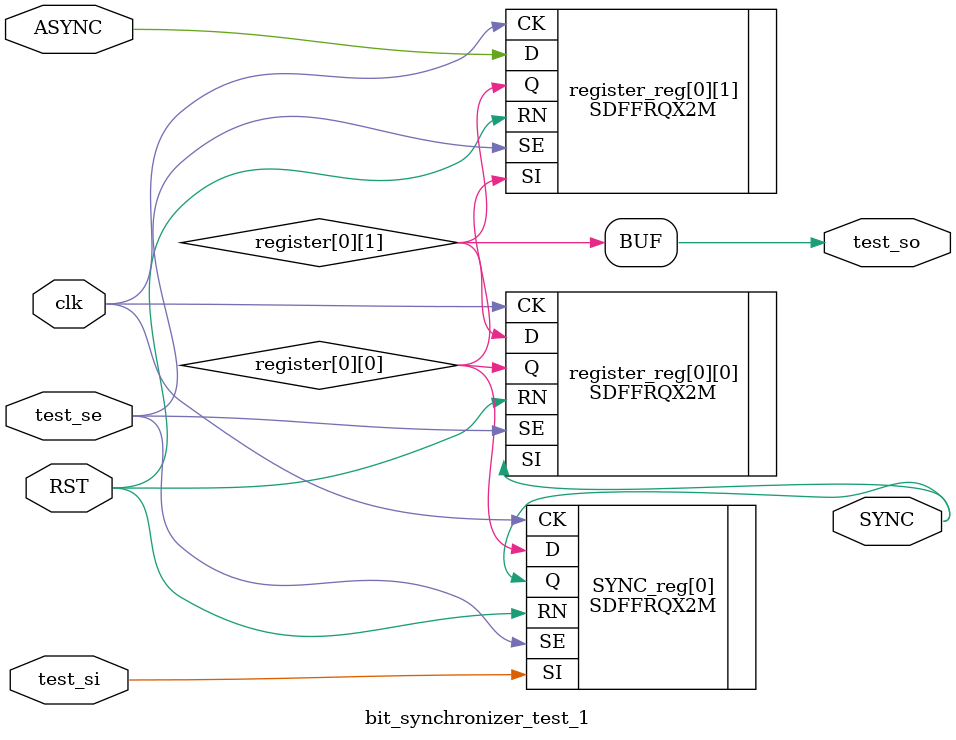
<source format=v>
/*
###############################################################
#  Generated by:      Cadence Innovus 15.20-p005_1
#  OS:                Linux x86_64(Host ID IC)
#  Generated on:      Fri Sep  2 04:14:37 2022
#  Design:            system_top
#  Command:           saveNetlist system_top.v
###############################################################
*/
module system_top (
	REF_CLK, 
	UART_CLK, 
	RST, 
	RX_IN, 
	SI, 
	SE, 
	test_mode, 
	scan_clk, 
	scan_rst, 
	SO, 
	TX_OUT);
   input REF_CLK;
   input UART_CLK;
   input RST;
   input RX_IN;
   input [2:0] SI;
   input SE;
   input test_mode;
   input scan_clk;
   input scan_rst;
   output [2:0] SO;
   output TX_OUT;

   // Internal wires
   wire FE_OFN28_Address_top_0_;
   wire FE_OFN27_Address_top_1_;
   wire FE_OFN25_SYNC_RST_REF_CLK_M;
   wire FE_OFN24_UART_CLK_M;
   wire FE_OFN21_REF_CLK_M;
   wire FE_OFN19_TX_OUT;
   wire FE_OFN17_SE;
   wire FE_OFN16_SE;
   wire FE_OFN15_SE;
   wire REF_CLK_M;
   wire UART_CLK_M;
   wire CLK_TX_top;
   wire CLK_TX_top_M;
   wire RST_M;
   wire SYNC_RST_REF_CLK;
   wire SYNC_RST_REF_CLK_M;
   wire SYNC_RST_UART_CLK;
   wire SYNC_RST_UART_CLK_M;
   wire sync_RX_OUT_V;
   wire EN_top;
   wire Gate_EN;
   wire WrEn_top;
   wire RdEn_top;
   wire OUT_VALID_top;
   wire RdData_VLD_top;
   wire TX_busy;
   wire CTRL_out_V;
   wire ALU_CLK;
   wire TX_IN_valid_top;
   wire RX_out_valid_top;
   wire _0_net_;
   wire n14;
   wire n15;
   wire n16;
   wire n19;
   wire n20;
   wire n21;
   wire [7:0] sync_RX_OUT_DATA;
   wire [3:0] ALU_FUN_top;
   wire [3:0] Address_top;
   wire [7:0] WrData_top;
   wire [15:0] ALU_OUT_top;
   wire [7:0] RdData_top;
   wire [7:0] CTRL_out_DATA;
   wire [7:0] REG0_OP_A;
   wire [7:0] REG1_OP_B;
   wire [7:0] REG2_UART_convig;
   wire [7:0] REG3_div;
   wire [7:0] TX_IN_DATA_top;
   wire [7:0] RX_out_DATA_top;
   wire SYNOPSYS_UNCONNECTED__0;
   wire SYNOPSYS_UNCONNECTED__1;
   wire SYNOPSYS_UNCONNECTED__2;
   wire SYNOPSYS_UNCONNECTED__3;

   BUFX8M FE_OFC28_Address_top_0_ (.A(Address_top[0]),
	.Y(FE_OFN28_Address_top_0_));
   CLKBUFX6M FE_OFC27_Address_top_1_ (.A(Address_top[1]),
	.Y(FE_OFN27_Address_top_1_));
   BUFX8M FE_OFC25_SYNC_RST_REF_CLK_M (.A(SYNC_RST_REF_CLK_M),
	.Y(FE_OFN25_SYNC_RST_REF_CLK_M));
   BUFX4M FE_OFC24_UART_CLK_M (.A(UART_CLK_M),
	.Y(FE_OFN24_UART_CLK_M));
   BUFX32M FE_OFC21_REF_CLK_M (.A(REF_CLK_M),
	.Y(FE_OFN21_REF_CLK_M));
   BUFX10M FE_OFC20_TX_OUT (.A(FE_OFN19_TX_OUT),
	.Y(TX_OUT));
   CLKBUFX6M FE_OFC17_SE (.A(FE_OFN15_SE),
	.Y(FE_OFN17_SE));
   BUFX4M FE_OFC16_SE (.A(FE_OFN15_SE),
	.Y(FE_OFN16_SE));
   CLKBUFX6M FE_OFC15_SE (.A(SE),
	.Y(FE_OFN15_SE));
   OR2X2M U10 (.A(Gate_EN),
	.B(test_mode),
	.Y(_0_net_));
   mux2X1_0 U0_DFT_MUX_REF_CLK (.IN_0(REF_CLK),
	.IN_1(scan_clk),
	.SEL(test_mode),
	.OUT(REF_CLK_M));
   mux2X1_5 U0_DFT_MUX_UART_CLK (.IN_0(UART_CLK),
	.IN_1(scan_clk),
	.SEL(test_mode),
	.OUT(UART_CLK_M));
   mux2X1_4 U0_DFT_MUX_UART_TX_CLK (.IN_0(CLK_TX_top),
	.IN_1(scan_clk),
	.SEL(test_mode),
	.OUT(CLK_TX_top_M));
   mux2X1_3 U0_DFT_MUX_RST (.IN_0(RST),
	.IN_1(scan_rst),
	.SEL(test_mode),
	.OUT(RST_M));
   mux2X1_2 U0_DFT_MUX_RST_REF (.IN_0(SYNC_RST_REF_CLK),
	.IN_1(scan_rst),
	.SEL(test_mode),
	.OUT(SYNC_RST_REF_CLK_M));
   mux2X1_1 U0_DFT_MUX_RST_UART (.IN_0(SYNC_RST_UART_CLK),
	.IN_1(scan_rst),
	.SEL(test_mode),
	.OUT(SYNC_RST_UART_CLK_M));
   SYS_CTRL_test_1 U0_CTRL_TOP (.CLK(FE_OFN21_REF_CLK_M),
	.RST(SYNC_RST_REF_CLK_M),
	.RF_RdData(RdData_top),
	.RF_RdData_VLD(RdData_VLD_top),
	.RF_WrEn(WrEn_top),
	.RF_RdEn(RdEn_top),
	.RF_Address(Address_top),
	.RF_WrData(WrData_top),
	.ALU_OUT(ALU_OUT_top),
	.ALU_OUT_VLD(OUT_VALID_top),
	.ALU_EN(EN_top),
	.ALU_FUN(ALU_FUN_top),
	.CLKG_EN(Gate_EN),
	.UART_RX_DATA(sync_RX_OUT_DATA),
	.UART_RX_VLD(sync_RX_OUT_V),
	.UART_TX_Busy(TX_busy),
	.UART_TX_DATA(CTRL_out_DATA),
	.UART_TX_VLD(CTRL_out_V),
	.test_so(n21),
	.test_se(FE_OFN15_SE),
	.p1(FE_OFN17_SE));
   RegFile_test_1 UO_RegFile (.CLK(FE_OFN21_REF_CLK_M),
	.RST(FE_OFN25_SYNC_RST_REF_CLK_M),
	.WrEn(WrEn_top),
	.RdEn(RdEn_top),
	.Address({ Address_top[3],
		Address_top[2],
		FE_OFN27_Address_top_1_,
		FE_OFN28_Address_top_0_ }),
	.WrData(WrData_top),
	.RdData(RdData_top),
	.RdData_VLD(RdData_VLD_top),
	.REG0(REG0_OP_A),
	.REG1(REG1_OP_B),
	.REG2({ SYNOPSYS_UNCONNECTED__0,
		REG2_UART_convig[6],
		REG2_UART_convig[5],
		REG2_UART_convig[4],
		REG2_UART_convig[3],
		REG2_UART_convig[2],
		REG2_UART_convig[1],
		REG2_UART_convig[0] }),
	.REG3({ SYNOPSYS_UNCONNECTED__1,
		SYNOPSYS_UNCONNECTED__2,
		SYNOPSYS_UNCONNECTED__3,
		REG3_div[4],
		REG3_div[3],
		REG3_div[2],
		REG3_div[1],
		REG3_div[0] }),
	.test_si2(SI[0]),
	.test_si1(n14),
	.test_so2(SO[0]),
	.test_so1(SO[1]),
	.test_se(FE_OFN17_SE));
   ALU_test_1 U0_ALU (.A(REG0_OP_A),
	.B(REG1_OP_B),
	.EN(EN_top),
	.ALU_FUN(ALU_FUN_top),
	.CLK(ALU_CLK),
	.RST(SYNC_RST_REF_CLK_M),
	.ALU_OUT(ALU_OUT_top),
	.OUT_VALID(OUT_VALID_top),
	.test_si(SI[2]),
	.test_se(FE_OFN15_SE));
   UART_TOP_test_1 U0_UART (.TX_IN_DATA(TX_IN_DATA_top),
	.RX_IN_DATA(RX_IN),
	.TX_IN_valid(TX_IN_valid_top),
	.CLK_RX(UART_CLK_M),
	.CLK_TX(CLK_TX_top_M),
	.parity_enable(REG2_UART_convig[0]),
	.RST(SYNC_RST_UART_CLK_M),
	.parity_type(REG2_UART_convig[1]),
	.prescale({ REG2_UART_convig[6],
		REG2_UART_convig[5],
		REG2_UART_convig[4],
		REG2_UART_convig[3],
		REG2_UART_convig[2] }),
	.TX_out_valid(TX_busy),
	.RX_out_valid(RX_out_valid_top),
	.TX_out_DATA(FE_OFN19_TX_OUT),
	.RX_out_DATA(RX_out_DATA_top),
	.test_si2(SI[1]),
	.test_si1(n19),
	.test_so2(n16),
	.test_so1(SO[2]),
	.test_se(SE),
	.p1(FE_OFN16_SE),
	.p2(FE_OFN24_UART_CLK_M));
   clock_divider_test_1 U0_clock_divider (.I_div_ratio({ REG3_div[4],
		REG3_div[3],
		REG3_div[2],
		REG3_div[1],
		REG3_div[0] }),
	.I_ref_clk(FE_OFN24_UART_CLK_M),
	.I_clk_en(1'b1),
	.I_rst_n(SYNC_RST_UART_CLK_M),
	.o_div_clk(CLK_TX_top),
	.test_si(n15),
	.test_so(n14),
	.test_se(SE));
   CLK_GATE U0_CLK_GATE (.CLK_EN(_0_net_),
	.CLK(FE_OFN21_REF_CLK_M),
	.GATED_CLK(ALU_CLK));
   data_synchronizer_test_0 U0_Data_Sync_of_RX (.unsync_bus(RX_out_DATA_top),
	.bus_enable(RX_out_valid_top),
	.clk(REF_CLK_M),
	.rst(SYNC_RST_REF_CLK_M),
	.sync_bus(sync_RX_OUT_DATA),
	.enable_pulse(sync_RX_OUT_V),
	.test_si(n21),
	.test_se(SE),
	.p1(FE_OFN15_SE),
	.p2(FE_OFN21_REF_CLK_M),
	.p3(FE_OFN25_SYNC_RST_REF_CLK_M));
   data_synchronizer_test_1 U0_Data_Sync_of_TX (.unsync_bus(CTRL_out_DATA),
	.bus_enable(CTRL_out_V),
	.clk(CLK_TX_top_M),
	.rst(SYNC_RST_UART_CLK_M),
	.sync_bus(TX_IN_DATA_top),
	.enable_pulse(TX_IN_valid_top),
	.test_si(sync_RX_OUT_DATA[7]),
	.test_se(FE_OFN15_SE),
	.p1(FE_OFN16_SE));
   RST_synchronizer_test_1 U0_SYNC_RST_UART_CLK (.RST(RST_M),
	.clk(UART_CLK_M),
	.SYNC_RST(SYNC_RST_UART_CLK),
	.test_si(n20),
	.test_so(n19),
	.test_se(SE));
   RST_synchronizer_test_0 U0_SYNC_RST_REF_CLK (.RST(RST_M),
	.clk(REF_CLK_M),
	.SYNC_RST(SYNC_RST_REF_CLK),
	.test_si(TX_IN_DATA_top[7]),
	.test_so(n20),
	.test_se(SE),
	.p1(FE_OFN15_SE));
   bit_synchronizer_test_1 U0_bit_synchronizer (.ASYNC(TX_busy),
	.RST(SYNC_RST_REF_CLK_M),
	.clk(FE_OFN21_REF_CLK_M),
	.test_si(n16),
	.test_so(n15),
	.test_se(FE_OFN15_SE));
endmodule

/////////////////////////////////////////////////////////////
// Created by: Synopsys DC Expert(TM) in wire load mode
// Version   : K-2015.06
// Date      : Fri Sep  2 02:38:44 2022
/////////////////////////////////////////////////////////////
module mux2X1_0 (
	IN_0, 
	IN_1, 
	SEL, 
	OUT);
   input IN_0;
   input IN_1;
   input SEL;
   output OUT;

   // Internal wires
   wire N0;

   assign N0 = SEL ;

   MX2X2M U1 (.S0(N0),
	.B(IN_1),
	.A(IN_0),
	.Y(OUT));
endmodule

module mux2X1_5 (
	IN_0, 
	IN_1, 
	SEL, 
	OUT);
   input IN_0;
   input IN_1;
   input SEL;
   output OUT;

   // Internal wires
   wire N0;

   assign N0 = SEL ;

   MX2X2M U1 (.S0(N0),
	.B(IN_1),
	.A(IN_0),
	.Y(OUT));
endmodule

module mux2X1_4 (
	IN_0, 
	IN_1, 
	SEL, 
	OUT);
   input IN_0;
   input IN_1;
   input SEL;
   output OUT;

   // Internal wires
   wire N0;

   assign N0 = SEL ;

   MX2X8M U1 (.S0(N0),
	.B(IN_1),
	.A(IN_0),
	.Y(OUT));
endmodule

module mux2X1_3 (
	IN_0, 
	IN_1, 
	SEL, 
	OUT);
   input IN_0;
   input IN_1;
   input SEL;
   output OUT;

   // Internal wires
   wire N0;

   assign N0 = SEL ;

   MX2X2M U1 (.S0(N0),
	.B(IN_1),
	.A(IN_0),
	.Y(OUT));
endmodule

module mux2X1_2 (
	IN_0, 
	IN_1, 
	SEL, 
	OUT);
   input IN_0;
   input IN_1;
   input SEL;
   output OUT;

   // Internal wires
   wire N0;

   assign N0 = SEL ;

   MX2X8M U1 (.S0(N0),
	.B(IN_1),
	.A(IN_0),
	.Y(OUT));
endmodule

module mux2X1_1 (
	IN_0, 
	IN_1, 
	SEL, 
	OUT);
   input IN_0;
   input IN_1;
   input SEL;
   output OUT;

   // Internal wires
   wire N0;

   assign N0 = SEL ;

   MX2X8M U1 (.S0(N0),
	.B(IN_1),
	.A(IN_0),
	.Y(OUT));
endmodule

module CTRL_RX_test_1 (
	CLK, 
	RST, 
	RF_RdData, 
	RF_RdData_VLD, 
	ALU_OUT, 
	ALU_OUT_VLD, 
	UART_RX_DATA, 
	UART_RX_VLD, 
	ALU_EN, 
	ALU_FUN, 
	CLKG_EN, 
	CLKDIV_EN, 
	RF_WrEn, 
	RF_RdEn, 
	RF_Address, 
	RF_WrData, 
	UART_RF_SEND, 
	UART_ALU_SEND, 
	UART_SEND_RF_DATA, 
	UART_SEND_ALU_DATA, 
	test_so, 
	test_se, 
	p1);
   input CLK;
   input RST;
   input [7:0] RF_RdData;
   input RF_RdData_VLD;
   input [15:0] ALU_OUT;
   input ALU_OUT_VLD;
   input [7:0] UART_RX_DATA;
   input UART_RX_VLD;
   output ALU_EN;
   output [3:0] ALU_FUN;
   output CLKG_EN;
   output CLKDIV_EN;
   output RF_WrEn;
   output RF_RdEn;
   output [3:0] RF_Address;
   output [7:0] RF_WrData;
   output UART_RF_SEND;
   output UART_ALU_SEND;
   output [7:0] UART_SEND_RF_DATA;
   output [15:0] UART_SEND_ALU_DATA;
   output test_so;
   input test_se;
   input p1;

   // Internal wires
   wire FE_RN_1;
   wire n45;
   wire n46;
   wire n47;
   wire n48;
   wire n57;
   wire n58;
   wire n59;
   wire n60;
   wire n61;
   wire n62;
   wire n63;
   wire n64;
   wire n65;
   wire n66;
   wire n67;
   wire n68;
   wire n69;
   wire n70;
   wire n71;
   wire n72;
   wire n73;
   wire n74;
   wire n75;
   wire n76;
   wire n77;
   wire n78;
   wire n79;
   wire n80;
   wire n81;
   wire n82;
   wire n83;
   wire n84;
   wire n85;
   wire n86;
   wire n87;
   wire n88;
   wire n89;
   wire n90;
   wire n91;
   wire n92;
   wire n93;
   wire n94;
   wire n95;
   wire n96;
   wire n97;
   wire n98;
   wire n99;
   wire n100;
   wire n101;
   wire n102;
   wire n103;
   wire n104;
   wire n105;
   wire n106;
   wire n107;
   wire n108;
   wire n109;
   wire n110;
   wire n111;
   wire n112;
   wire n113;
   wire n114;
   wire n38;
   wire n39;
   wire n40;
   wire n41;
   wire n42;
   wire n43;
   wire n44;
   wire n49;
   wire n51;
   wire n52;
   wire n53;
   wire n54;
   wire n55;
   wire n56;
   wire n115;
   wire n116;
   wire n117;
   wire n118;
   wire n119;
   wire n121;
   wire n122;
   wire n123;
   wire n124;
   wire [3:0] current_state;
   wire [3:0] next_state;

   assign test_so = current_state[3] ;

   BUFX2M FE_OFC29_UART_ALU_SEND (.A(FE_RN_1),
	.Y(UART_ALU_SEND));
   SDFFRX1M \RF_ADDR_REG_reg[3]  (.SI(n122),
	.SE(test_se),
	.D(n114),
	.CK(CLK),
	.RN(RST),
	.Q(n121),
	.QN(n45));
   SDFFRX1M \RF_ADDR_REG_reg[2]  (.SI(n123),
	.SE(p1),
	.D(n113),
	.CK(CLK),
	.RN(RST),
	.Q(n122),
	.QN(n46));
   SDFFRX1M \RF_ADDR_REG_reg[1]  (.SI(n124),
	.SE(p1),
	.D(n112),
	.CK(CLK),
	.RN(RST),
	.Q(n123),
	.QN(n47));
   SDFFRX1M \RF_ADDR_REG_reg[0]  (.SI(ALU_OUT_VLD),
	.SE(test_se),
	.D(n111),
	.CK(CLK),
	.RN(RST),
	.Q(n124),
	.QN(n48));
   SDFFRQX2M \UART_SEND_RF_DATA_reg[7]  (.SI(UART_SEND_RF_DATA[6]),
	.SE(test_se),
	.D(n110),
	.CK(CLK),
	.RN(RST),
	.Q(UART_SEND_RF_DATA[7]));
   SDFFRQX2M \UART_SEND_RF_DATA_reg[6]  (.SI(UART_SEND_RF_DATA[5]),
	.SE(test_se),
	.D(n109),
	.CK(CLK),
	.RN(RST),
	.Q(UART_SEND_RF_DATA[6]));
   SDFFRQX2M \UART_SEND_RF_DATA_reg[5]  (.SI(UART_SEND_RF_DATA[4]),
	.SE(test_se),
	.D(n108),
	.CK(CLK),
	.RN(RST),
	.Q(UART_SEND_RF_DATA[5]));
   SDFFRQX2M \UART_SEND_RF_DATA_reg[4]  (.SI(UART_SEND_RF_DATA[3]),
	.SE(test_se),
	.D(n107),
	.CK(CLK),
	.RN(RST),
	.Q(UART_SEND_RF_DATA[4]));
   SDFFRQX2M \UART_SEND_RF_DATA_reg[3]  (.SI(UART_SEND_RF_DATA[2]),
	.SE(test_se),
	.D(n106),
	.CK(CLK),
	.RN(RST),
	.Q(UART_SEND_RF_DATA[3]));
   SDFFRQX2M \UART_SEND_RF_DATA_reg[2]  (.SI(UART_SEND_RF_DATA[1]),
	.SE(test_se),
	.D(n105),
	.CK(CLK),
	.RN(RST),
	.Q(UART_SEND_RF_DATA[2]));
   SDFFRQX2M \UART_SEND_RF_DATA_reg[1]  (.SI(UART_SEND_RF_DATA[0]),
	.SE(test_se),
	.D(n104),
	.CK(CLK),
	.RN(RST),
	.Q(UART_SEND_RF_DATA[1]));
   SDFFRQX2M \UART_SEND_RF_DATA_reg[0]  (.SI(UART_SEND_ALU_DATA[15]),
	.SE(test_se),
	.D(n103),
	.CK(CLK),
	.RN(RST),
	.Q(UART_SEND_RF_DATA[0]));
   SDFFRQX2M \UART_SEND_ALU_DATA_reg[7]  (.SI(UART_SEND_ALU_DATA[6]),
	.SE(test_se),
	.D(n94),
	.CK(CLK),
	.RN(RST),
	.Q(UART_SEND_ALU_DATA[7]));
   SDFFRQX2M \UART_SEND_ALU_DATA_reg[6]  (.SI(UART_SEND_ALU_DATA[5]),
	.SE(test_se),
	.D(n93),
	.CK(CLK),
	.RN(RST),
	.Q(UART_SEND_ALU_DATA[6]));
   SDFFRQX2M \UART_SEND_ALU_DATA_reg[5]  (.SI(UART_SEND_ALU_DATA[4]),
	.SE(test_se),
	.D(n92),
	.CK(CLK),
	.RN(RST),
	.Q(UART_SEND_ALU_DATA[5]));
   SDFFRQX2M \UART_SEND_ALU_DATA_reg[4]  (.SI(UART_SEND_ALU_DATA[3]),
	.SE(test_se),
	.D(n91),
	.CK(CLK),
	.RN(RST),
	.Q(UART_SEND_ALU_DATA[4]));
   SDFFRQX2M \UART_SEND_ALU_DATA_reg[3]  (.SI(UART_SEND_ALU_DATA[2]),
	.SE(test_se),
	.D(n90),
	.CK(CLK),
	.RN(RST),
	.Q(UART_SEND_ALU_DATA[3]));
   SDFFRQX2M \UART_SEND_ALU_DATA_reg[2]  (.SI(UART_SEND_ALU_DATA[1]),
	.SE(test_se),
	.D(n89),
	.CK(CLK),
	.RN(RST),
	.Q(UART_SEND_ALU_DATA[2]));
   SDFFRQX2M \UART_SEND_ALU_DATA_reg[1]  (.SI(UART_SEND_ALU_DATA[0]),
	.SE(test_se),
	.D(n88),
	.CK(CLK),
	.RN(RST),
	.Q(UART_SEND_ALU_DATA[1]));
   SDFFRQX2M \UART_SEND_ALU_DATA_reg[0]  (.SI(n121),
	.SE(test_se),
	.D(n87),
	.CK(CLK),
	.RN(RST),
	.Q(UART_SEND_ALU_DATA[0]));
   SDFFRQX2M \UART_SEND_ALU_DATA_reg[15]  (.SI(UART_SEND_ALU_DATA[14]),
	.SE(test_se),
	.D(n102),
	.CK(CLK),
	.RN(RST),
	.Q(UART_SEND_ALU_DATA[15]));
   SDFFRQX2M \UART_SEND_ALU_DATA_reg[14]  (.SI(UART_SEND_ALU_DATA[13]),
	.SE(test_se),
	.D(n101),
	.CK(CLK),
	.RN(RST),
	.Q(UART_SEND_ALU_DATA[14]));
   SDFFRQX2M \UART_SEND_ALU_DATA_reg[13]  (.SI(UART_SEND_ALU_DATA[12]),
	.SE(test_se),
	.D(n100),
	.CK(CLK),
	.RN(RST),
	.Q(UART_SEND_ALU_DATA[13]));
   SDFFRQX2M \UART_SEND_ALU_DATA_reg[12]  (.SI(UART_SEND_ALU_DATA[11]),
	.SE(test_se),
	.D(n99),
	.CK(CLK),
	.RN(RST),
	.Q(UART_SEND_ALU_DATA[12]));
   SDFFRQX2M \UART_SEND_ALU_DATA_reg[11]  (.SI(UART_SEND_ALU_DATA[10]),
	.SE(test_se),
	.D(n98),
	.CK(CLK),
	.RN(RST),
	.Q(UART_SEND_ALU_DATA[11]));
   SDFFRQX2M \UART_SEND_ALU_DATA_reg[10]  (.SI(UART_SEND_ALU_DATA[9]),
	.SE(test_se),
	.D(n97),
	.CK(CLK),
	.RN(RST),
	.Q(UART_SEND_ALU_DATA[10]));
   SDFFRQX2M \UART_SEND_ALU_DATA_reg[9]  (.SI(UART_SEND_ALU_DATA[8]),
	.SE(test_se),
	.D(n96),
	.CK(CLK),
	.RN(RST),
	.Q(UART_SEND_ALU_DATA[9]));
   SDFFRQX2M \UART_SEND_ALU_DATA_reg[8]  (.SI(UART_SEND_ALU_DATA[7]),
	.SE(test_se),
	.D(n95),
	.CK(CLK),
	.RN(RST),
	.Q(UART_SEND_ALU_DATA[8]));
   SDFFRQX2M \current_state_reg[1]  (.SI(current_state[0]),
	.SE(test_se),
	.D(next_state[1]),
	.CK(CLK),
	.RN(RST),
	.Q(current_state[1]));
   SDFFRQX2M \current_state_reg[2]  (.SI(current_state[1]),
	.SE(test_se),
	.D(next_state[2]),
	.CK(CLK),
	.RN(RST),
	.Q(current_state[2]));
   SDFFRQX2M \current_state_reg[0]  (.SI(UART_SEND_RF_DATA[7]),
	.SE(test_se),
	.D(next_state[0]),
	.CK(CLK),
	.RN(RST),
	.Q(current_state[0]));
   SDFFRQX2M \current_state_reg[3]  (.SI(current_state[2]),
	.SE(test_se),
	.D(next_state[3]),
	.CK(CLK),
	.RN(RST),
	.Q(current_state[3]));
   NOR2X2M U37 (.A(n116),
	.B(n59),
	.Y(ALU_FUN[2]));
   NOR2X2M U38 (.A(n118),
	.B(n59),
	.Y(ALU_FUN[0]));
   NOR2X4M U39 (.A(n85),
	.B(n46),
	.Y(RF_Address[2]));
   NOR4X1M U40 (.A(n51),
	.B(n53),
	.C(current_state[0]),
	.D(current_state[3]),
	.Y(RF_RdEn));
   NOR4X1M U41 (.A(n51),
	.B(n42),
	.C(current_state[2]),
	.D(current_state[3]),
	.Y(n84));
   INVX2M U43 (.A(n75),
	.Y(n49));
   INVX2M U44 (.A(UART_ALU_SEND),
	.Y(n44));
   INVX2M U46 (.A(n63),
	.Y(n40));
   AND3X2M U47 (.A(n57),
	.B(n62),
	.C(n41),
	.Y(n83));
   NOR2X2M U48 (.A(n84),
	.B(RF_RdEn),
	.Y(n85));
   NOR2X2M U49 (.A(n83),
	.B(n118),
	.Y(RF_WrData[0]));
   NOR2X2M U50 (.A(n83),
	.B(n117),
	.Y(RF_WrData[1]));
   NOR2X2M U51 (.A(n83),
	.B(n116),
	.Y(RF_WrData[2]));
   NOR2X2M U52 (.A(n83),
	.B(n115),
	.Y(RF_WrData[3]));
   NOR2X2M U53 (.A(n83),
	.B(n56),
	.Y(RF_WrData[4]));
   NOR2X2M U54 (.A(n83),
	.B(n55),
	.Y(RF_WrData[7]));
   NOR2X2M U55 (.A(n117),
	.B(n59),
	.Y(ALU_FUN[1]));
   NOR2X2M U56 (.A(n59),
	.B(n54),
	.Y(ALU_EN));
   NAND4X2M U57 (.A(n51),
	.B(n52),
	.C(n61),
	.D(n79),
	.Y(n75));
   NOR3X2M U58 (.A(n54),
	.B(n115),
	.C(n55),
	.Y(n79));
   NAND2X2M U59 (.A(n86),
	.B(n42),
	.Y(n57));
   INVX2M U60 (.A(n81),
	.Y(n39));
   NAND2X2M U61 (.A(n82),
	.B(n51),
	.Y(n63));
   NOR2X2M U62 (.A(n83),
	.B(n54),
	.Y(RF_WrEn));
   NOR3X2M U64 (.A(n69),
	.B(n52),
	.C(n119),
	.Y(FE_RN_1));
   NOR2X2M U65 (.A(n115),
	.B(n59),
	.Y(ALU_FUN[3]));
   INVX2M U66 (.A(n80),
	.Y(UART_RF_SEND));
   INVX2M U67 (.A(n84),
	.Y(n41));
   INVX2M U68 (.A(n69),
	.Y(n43));
   NOR2X4M U69 (.A(n85),
	.B(n45),
	.Y(RF_Address[3]));
   OAI21X2M U70 (.A0(n65),
	.A1(n40),
	.B0(UART_RX_VLD),
	.Y(n81));
   NOR3X2M U71 (.A(n42),
	.B(current_state[3]),
	.C(n53),
	.Y(n82));
   NOR3X2M U72 (.A(current_state[1]),
	.B(current_state[2]),
	.C(n52),
	.Y(n86));
   NAND2X2M U73 (.A(current_state[0]),
	.B(n86),
	.Y(n59));
   AOI31X2M U74 (.A0(n70),
	.A1(UART_RX_DATA[0]),
	.A2(UART_RX_DATA[4]),
	.B0(n68),
	.Y(n64));
   NOR2X2M U75 (.A(current_state[0]),
	.B(current_state[2]),
	.Y(n61));
   NOR2BX2M U76 (.AN(UART_RX_DATA[5]),
	.B(n83),
	.Y(RF_WrData[5]));
   NOR2BX2M U77 (.AN(UART_RX_DATA[6]),
	.B(n83),
	.Y(RF_WrData[6]));
   OAI22X1M U78 (.A0(n118),
	.A1(n81),
	.B0(n39),
	.B1(n48),
	.Y(n111));
   OAI22X1M U79 (.A0(n117),
	.A1(n81),
	.B0(n39),
	.B1(n47),
	.Y(n112));
   OAI22X1M U80 (.A0(n116),
	.A1(n81),
	.B0(n39),
	.B1(n46),
	.Y(n113));
   OAI22X1M U81 (.A0(n115),
	.A1(n81),
	.B0(n39),
	.B1(n45),
	.Y(n114));
   NAND2X2M U82 (.A(RF_RdData_VLD),
	.B(RF_RdEn),
	.Y(n80));
   OAI2B11X2M U83 (.A0(RF_RdData_VLD),
	.A1N(RF_RdEn),
	.B0(n63),
	.C0(n64),
	.Y(next_state[2]));
   NAND2X2M U84 (.A(current_state[1]),
	.B(n61),
	.Y(n69));
   OAI21X2M U85 (.A0(UART_RX_VLD),
	.A1(n62),
	.B0(n76),
	.Y(n68));
   NAND4X2M U86 (.A(UART_RX_DATA[2]),
	.B(n49),
	.C(UART_RX_DATA[6]),
	.D(n77),
	.Y(n76));
   NOR4X1M U87 (.A(UART_RX_DATA[5]),
	.B(UART_RX_DATA[4]),
	.C(UART_RX_DATA[1]),
	.D(UART_RX_DATA[0]),
	.Y(n77));
   NOR2X2M U88 (.A(n69),
	.B(current_state[3]),
	.Y(n65));
   INVX2M U89 (.A(current_state[3]),
	.Y(n52));
   INVX2M U90 (.A(current_state[1]),
	.Y(n51));
   NAND4X2M U91 (.A(UART_RX_DATA[4]),
	.B(UART_RX_DATA[2]),
	.C(UART_RX_DATA[6]),
	.D(n74),
	.Y(n58));
   NOR4X1M U92 (.A(UART_RX_DATA[5]),
	.B(UART_RX_DATA[1]),
	.C(n75),
	.D(n118),
	.Y(n74));
   NAND2X2M U93 (.A(current_state[1]),
	.B(n82),
	.Y(n62));
   INVX2M U94 (.A(current_state[0]),
	.Y(n42));
   INVX2M U95 (.A(UART_RX_DATA[0]),
	.Y(n118));
   INVX2M U96 (.A(current_state[2]),
	.Y(n53));
   NAND4BBX1M U97 (.AN(n65),
	.BN(ALU_EN),
	.C(n66),
	.D(n67),
	.Y(next_state[1]));
   AOI33X2M U98 (.A0(n118),
	.A1(n56),
	.A2(n70),
	.B0(n71),
	.B1(n52),
	.B2(current_state[1]),
	.Y(n66));
   AOI221XLM U99 (.A0(n43),
	.A1(n119),
	.B0(n40),
	.B1(UART_RX_VLD),
	.C0(n68),
	.Y(n67));
   OAI22X1M U100 (.A0(current_state[2]),
	.A1(UART_RX_VLD),
	.B0(current_state[0]),
	.B1(RF_RdData_VLD),
	.Y(n71));
   INVX2M U101 (.A(UART_RX_DATA[1]),
	.Y(n117));
   INVX2M U102 (.A(UART_RX_VLD),
	.Y(n54));
   NAND4BX1M U103 (.AN(n72),
	.B(n64),
	.C(n73),
	.D(n58),
	.Y(next_state[0]));
   OAI2B1X2M U104 (.A0(n65),
	.A1N(n57),
	.B0(UART_RX_VLD),
	.Y(n73));
   AOI31X2M U105 (.A0(n41),
	.A1(n59),
	.A2(n63),
	.B0(UART_RX_VLD),
	.Y(n72));
   NAND4X2M U106 (.A(n57),
	.B(n58),
	.C(n59),
	.D(n60),
	.Y(next_state[3]));
   AOI32X1M U107 (.A0(n61),
	.A1(n119),
	.A2(current_state[3]),
	.B0(n38),
	.B1(UART_RX_VLD),
	.Y(n60));
   INVX2M U108 (.A(n62),
	.Y(n38));
   INVX2M U109 (.A(UART_RX_DATA[2]),
	.Y(n116));
   INVX2M U110 (.A(UART_RX_DATA[3]),
	.Y(n115));
   INVX2M U111 (.A(UART_RX_DATA[4]),
	.Y(n56));
   AND4X2M U112 (.A(UART_RX_DATA[5]),
	.B(UART_RX_DATA[1]),
	.C(n78),
	.D(n49),
	.Y(n70));
   NOR2X2M U113 (.A(UART_RX_DATA[6]),
	.B(UART_RX_DATA[2]),
	.Y(n78));
   INVX2M U114 (.A(UART_RX_DATA[7]),
	.Y(n55));
   INVX2M U115 (.A(ALU_OUT_VLD),
	.Y(n119));
   AO22X1M U116 (.A0(ALU_OUT[0]),
	.A1(UART_ALU_SEND),
	.B0(UART_SEND_ALU_DATA[0]),
	.B1(n44),
	.Y(n87));
   AO22X1M U117 (.A0(ALU_OUT[1]),
	.A1(UART_ALU_SEND),
	.B0(UART_SEND_ALU_DATA[1]),
	.B1(n44),
	.Y(n88));
   AO22X1M U118 (.A0(ALU_OUT[2]),
	.A1(UART_ALU_SEND),
	.B0(UART_SEND_ALU_DATA[2]),
	.B1(n44),
	.Y(n89));
   AO22X1M U119 (.A0(ALU_OUT[3]),
	.A1(UART_ALU_SEND),
	.B0(UART_SEND_ALU_DATA[3]),
	.B1(n44),
	.Y(n90));
   AO22X1M U120 (.A0(ALU_OUT[4]),
	.A1(UART_ALU_SEND),
	.B0(UART_SEND_ALU_DATA[4]),
	.B1(n44),
	.Y(n91));
   AO22X1M U121 (.A0(ALU_OUT[5]),
	.A1(UART_ALU_SEND),
	.B0(UART_SEND_ALU_DATA[5]),
	.B1(n44),
	.Y(n92));
   AO22X1M U122 (.A0(ALU_OUT[6]),
	.A1(UART_ALU_SEND),
	.B0(UART_SEND_ALU_DATA[6]),
	.B1(n44),
	.Y(n93));
   AO22X1M U123 (.A0(ALU_OUT[7]),
	.A1(UART_ALU_SEND),
	.B0(UART_SEND_ALU_DATA[7]),
	.B1(n44),
	.Y(n94));
   AO22X1M U124 (.A0(ALU_OUT[8]),
	.A1(UART_ALU_SEND),
	.B0(UART_SEND_ALU_DATA[8]),
	.B1(n44),
	.Y(n95));
   AO22X1M U125 (.A0(ALU_OUT[9]),
	.A1(UART_ALU_SEND),
	.B0(UART_SEND_ALU_DATA[9]),
	.B1(n44),
	.Y(n96));
   AO22X1M U126 (.A0(ALU_OUT[10]),
	.A1(UART_ALU_SEND),
	.B0(UART_SEND_ALU_DATA[10]),
	.B1(n44),
	.Y(n97));
   AO22X1M U127 (.A0(ALU_OUT[11]),
	.A1(UART_ALU_SEND),
	.B0(UART_SEND_ALU_DATA[11]),
	.B1(n44),
	.Y(n98));
   AO22X1M U128 (.A0(ALU_OUT[12]),
	.A1(UART_ALU_SEND),
	.B0(UART_SEND_ALU_DATA[12]),
	.B1(n44),
	.Y(n99));
   AO22X1M U129 (.A0(ALU_OUT[13]),
	.A1(UART_ALU_SEND),
	.B0(UART_SEND_ALU_DATA[13]),
	.B1(n44),
	.Y(n100));
   AO22X1M U130 (.A0(ALU_OUT[14]),
	.A1(UART_ALU_SEND),
	.B0(UART_SEND_ALU_DATA[14]),
	.B1(n44),
	.Y(n101));
   AO22X1M U131 (.A0(ALU_OUT[15]),
	.A1(UART_ALU_SEND),
	.B0(UART_SEND_ALU_DATA[15]),
	.B1(n44),
	.Y(n102));
   AO22X1M U132 (.A0(RF_RdData[0]),
	.A1(UART_RF_SEND),
	.B0(UART_SEND_RF_DATA[0]),
	.B1(n80),
	.Y(n103));
   AO22X1M U133 (.A0(RF_RdData[1]),
	.A1(UART_RF_SEND),
	.B0(UART_SEND_RF_DATA[1]),
	.B1(n80),
	.Y(n104));
   AO22X1M U134 (.A0(RF_RdData[2]),
	.A1(UART_RF_SEND),
	.B0(UART_SEND_RF_DATA[2]),
	.B1(n80),
	.Y(n105));
   AO22X1M U135 (.A0(RF_RdData[3]),
	.A1(UART_RF_SEND),
	.B0(UART_SEND_RF_DATA[3]),
	.B1(n80),
	.Y(n106));
   AO22X1M U136 (.A0(RF_RdData[4]),
	.A1(UART_RF_SEND),
	.B0(UART_SEND_RF_DATA[4]),
	.B1(n80),
	.Y(n107));
   AO22X1M U137 (.A0(RF_RdData[5]),
	.A1(UART_RF_SEND),
	.B0(UART_SEND_RF_DATA[5]),
	.B1(n80),
	.Y(n108));
   AO22X1M U138 (.A0(RF_RdData[6]),
	.A1(UART_RF_SEND),
	.B0(UART_SEND_RF_DATA[6]),
	.B1(n80),
	.Y(n109));
   AO22X1M U139 (.A0(RF_RdData[7]),
	.A1(UART_RF_SEND),
	.B0(UART_SEND_RF_DATA[7]),
	.B1(n80),
	.Y(n110));
   OAI21X1M U140 (.A0(n85),
	.A1(n48),
	.B0(n57),
	.Y(RF_Address[0]));
   NOR2X1M U141 (.A(n85),
	.B(n47),
	.Y(RF_Address[1]));
   OAI21X2M U142 (.A0(n52),
	.A1(n69),
	.B0(n59),
	.Y(CLKG_EN));
endmodule

module CTRL_TX_test_1 (
	CLK, 
	RST, 
	UART_RF_SEND, 
	UART_SEND_RF_DATA, 
	UART_ALU_SEND, 
	UART_SEND_ALU_DATA, 
	UART_TX_Busy, 
	UART_TX_DATA, 
	UART_TX_VLD, 
	test_si, 
	test_so, 
	test_se);
   input CLK;
   input RST;
   input UART_RF_SEND;
   input [7:0] UART_SEND_RF_DATA;
   input UART_ALU_SEND;
   input [15:0] UART_SEND_ALU_DATA;
   input UART_TX_Busy;
   output [7:0] UART_TX_DATA;
   output UART_TX_VLD;
   input test_si;
   output test_so;
   input test_se;

   // Internal wires
   wire n7;
   wire n8;
   wire n9;
   wire n10;
   wire n11;
   wire n12;
   wire n13;
   wire n14;
   wire n15;
   wire n16;
   wire n17;
   wire n18;
   wire n19;
   wire n20;
   wire n21;
   wire n22;
   wire n23;
   wire n24;
   wire n4;
   wire n5;
   wire n6;
   wire [2:0] current_state;
   wire [2:0] next_state;

   assign test_so = current_state[2] ;

   SDFFRQX2M \current_state_reg[0]  (.SI(test_si),
	.SE(test_se),
	.D(next_state[0]),
	.CK(CLK),
	.RN(RST),
	.Q(current_state[0]));
   SDFFRQX2M \current_state_reg[1]  (.SI(current_state[0]),
	.SE(test_se),
	.D(next_state[1]),
	.CK(CLK),
	.RN(RST),
	.Q(current_state[1]));
   SDFFRQX2M \current_state_reg[2]  (.SI(current_state[1]),
	.SE(test_se),
	.D(next_state[2]),
	.CK(CLK),
	.RN(RST),
	.Q(current_state[2]));
   NOR2X2M U6 (.A(n5),
	.B(n4),
	.Y(n9));
   NAND3BX2M U7 (.AN(n10),
	.B(n11),
	.C(n12),
	.Y(next_state[1]));
   NAND4BX1M U8 (.AN(UART_RF_SEND),
	.B(UART_ALU_SEND),
	.C(n4),
	.D(n6),
	.Y(n12));
   NOR3X2M U9 (.A(current_state[0]),
	.B(current_state[2]),
	.C(n5),
	.Y(n10));
   NOR3X2M U10 (.A(current_state[0]),
	.B(current_state[1]),
	.C(n6),
	.Y(n17));
   XNOR2X2M U11 (.A(current_state[0]),
	.B(n5),
	.Y(n7));
   NOR3X2M U12 (.A(current_state[1]),
	.B(current_state[2]),
	.C(n4),
	.Y(n13));
   OAI2B11X2M U13 (.A0(UART_TX_Busy),
	.A1N(n13),
	.B0(n14),
	.C0(n11),
	.Y(next_state[0]));
   NAND4X2M U14 (.A(UART_RF_SEND),
	.B(n4),
	.C(n5),
	.D(n6),
	.Y(n14));
   NOR3X2M U15 (.A(n7),
	.B(UART_TX_Busy),
	.C(n8),
	.Y(next_state[2]));
   XNOR2X2M U16 (.A(n9),
	.B(current_state[2]),
	.Y(n8));
   INVX2M U17 (.A(current_state[1]),
	.Y(n5));
   INVX2M U18 (.A(current_state[2]),
	.Y(n6));
   INVX2M U19 (.A(current_state[0]),
	.Y(n4));
   NAND3X2M U20 (.A(current_state[1]),
	.B(n6),
	.C(UART_TX_Busy),
	.Y(n11));
   NOR2X2M U21 (.A(n9),
	.B(n15),
	.Y(UART_TX_VLD));
   XNOR2X2M U22 (.A(n7),
	.B(current_state[2]),
	.Y(n15));
   OAI2BB1X2M U23 (.A0N(UART_SEND_RF_DATA[0]),
	.A1N(n13),
	.B0(n24),
	.Y(UART_TX_DATA[0]));
   AOI22X1M U24 (.A0(UART_SEND_ALU_DATA[8]),
	.A1(n17),
	.B0(UART_SEND_ALU_DATA[0]),
	.B1(n10),
	.Y(n24));
   OAI2BB1X2M U25 (.A0N(UART_SEND_RF_DATA[1]),
	.A1N(n13),
	.B0(n23),
	.Y(UART_TX_DATA[1]));
   AOI22X1M U26 (.A0(UART_SEND_ALU_DATA[9]),
	.A1(n17),
	.B0(UART_SEND_ALU_DATA[1]),
	.B1(n10),
	.Y(n23));
   OAI2BB1X2M U27 (.A0N(UART_SEND_RF_DATA[2]),
	.A1N(n13),
	.B0(n22),
	.Y(UART_TX_DATA[2]));
   AOI22X1M U28 (.A0(UART_SEND_ALU_DATA[10]),
	.A1(n17),
	.B0(UART_SEND_ALU_DATA[2]),
	.B1(n10),
	.Y(n22));
   OAI2BB1X2M U29 (.A0N(UART_SEND_RF_DATA[3]),
	.A1N(n13),
	.B0(n21),
	.Y(UART_TX_DATA[3]));
   AOI22X1M U30 (.A0(UART_SEND_ALU_DATA[11]),
	.A1(n17),
	.B0(UART_SEND_ALU_DATA[3]),
	.B1(n10),
	.Y(n21));
   OAI2BB1X2M U31 (.A0N(UART_SEND_RF_DATA[4]),
	.A1N(n13),
	.B0(n20),
	.Y(UART_TX_DATA[4]));
   AOI22X1M U32 (.A0(UART_SEND_ALU_DATA[12]),
	.A1(n17),
	.B0(UART_SEND_ALU_DATA[4]),
	.B1(n10),
	.Y(n20));
   OAI2BB1X2M U33 (.A0N(UART_SEND_RF_DATA[5]),
	.A1N(n13),
	.B0(n19),
	.Y(UART_TX_DATA[5]));
   AOI22X1M U34 (.A0(UART_SEND_ALU_DATA[13]),
	.A1(n17),
	.B0(UART_SEND_ALU_DATA[5]),
	.B1(n10),
	.Y(n19));
   OAI2BB1X2M U35 (.A0N(UART_SEND_RF_DATA[6]),
	.A1N(n13),
	.B0(n18),
	.Y(UART_TX_DATA[6]));
   AOI22X1M U36 (.A0(UART_SEND_ALU_DATA[14]),
	.A1(n17),
	.B0(UART_SEND_ALU_DATA[6]),
	.B1(n10),
	.Y(n18));
   OAI2BB1X2M U37 (.A0N(UART_SEND_RF_DATA[7]),
	.A1N(n13),
	.B0(n16),
	.Y(UART_TX_DATA[7]));
   AOI22X1M U38 (.A0(UART_SEND_ALU_DATA[15]),
	.A1(n17),
	.B0(UART_SEND_ALU_DATA[7]),
	.B1(n10),
	.Y(n16));
endmodule

module SYS_CTRL_test_1 (
	CLK, 
	RST, 
	RF_RdData, 
	RF_RdData_VLD, 
	RF_WrEn, 
	RF_RdEn, 
	RF_Address, 
	RF_WrData, 
	ALU_OUT, 
	ALU_OUT_VLD, 
	ALU_EN, 
	ALU_FUN, 
	CLKG_EN, 
	CLKDIV_EN, 
	UART_RX_DATA, 
	UART_RX_VLD, 
	UART_TX_Busy, 
	UART_TX_DATA, 
	UART_TX_VLD, 
	test_so, 
	test_se, 
	p1);
   input CLK;
   input RST;
   input [7:0] RF_RdData;
   input RF_RdData_VLD;
   output RF_WrEn;
   output RF_RdEn;
   output [3:0] RF_Address;
   output [7:0] RF_WrData;
   input [15:0] ALU_OUT;
   input ALU_OUT_VLD;
   output ALU_EN;
   output [3:0] ALU_FUN;
   output CLKG_EN;
   output CLKDIV_EN;
   input [7:0] UART_RX_DATA;
   input UART_RX_VLD;
   input UART_TX_Busy;
   output [7:0] UART_TX_DATA;
   output UART_TX_VLD;
   output test_so;
   input test_se;
   input p1;

   // Internal wires
   wire UART_RF_SEND;
   wire UART_ALU_SEND;
   wire n9;
   wire [7:0] UART_SEND_RF_DATA;
   wire [15:0] UART_SEND_ALU_DATA;

   CTRL_RX_test_1 U0_CTRL_RX (.CLK(CLK),
	.RST(RST),
	.RF_RdData(RF_RdData),
	.RF_RdData_VLD(RF_RdData_VLD),
	.ALU_OUT(ALU_OUT),
	.ALU_OUT_VLD(ALU_OUT_VLD),
	.UART_RX_DATA(UART_RX_DATA),
	.UART_RX_VLD(UART_RX_VLD),
	.ALU_EN(ALU_EN),
	.ALU_FUN(ALU_FUN),
	.CLKG_EN(CLKG_EN),
	.RF_WrEn(RF_WrEn),
	.RF_RdEn(RF_RdEn),
	.RF_Address(RF_Address),
	.RF_WrData(RF_WrData),
	.UART_RF_SEND(UART_RF_SEND),
	.UART_ALU_SEND(UART_ALU_SEND),
	.UART_SEND_RF_DATA(UART_SEND_RF_DATA),
	.UART_SEND_ALU_DATA(UART_SEND_ALU_DATA),
	.test_so(n9),
	.test_se(test_se),
	.p1(p1));
   CTRL_TX_test_1 U0_CTRL_TX (.CLK(CLK),
	.RST(RST),
	.UART_RF_SEND(UART_RF_SEND),
	.UART_SEND_RF_DATA(UART_SEND_RF_DATA),
	.UART_ALU_SEND(UART_ALU_SEND),
	.UART_SEND_ALU_DATA(UART_SEND_ALU_DATA),
	.UART_TX_Busy(UART_TX_Busy),
	.UART_TX_DATA(UART_TX_DATA),
	.UART_TX_VLD(UART_TX_VLD),
	.test_si(n9),
	.test_so(test_so),
	.test_se(test_se));
endmodule

module RegFile_test_1 (
	CLK, 
	RST, 
	WrEn, 
	RdEn, 
	Address, 
	WrData, 
	RdData, 
	RdData_VLD, 
	REG0, 
	REG1, 
	REG2, 
	REG3, 
	test_si2, 
	test_si1, 
	test_so2, 
	test_so1, 
	test_se);
   input CLK;
   input RST;
   input WrEn;
   input RdEn;
   input [3:0] Address;
   input [7:0] WrData;
   output [7:0] RdData;
   output RdData_VLD;
   output [7:0] REG0;
   output [7:0] REG1;
   output [7:0] REG2;
   output [7:0] REG3;
   input test_si2;
   input test_si1;
   output test_so2;
   output test_so1;
   input test_se;

   // Internal wires
   wire FE_OFN26_SYNC_RST_REF_CLK_M;
   wire FE_OFN23_REF_CLK_M;
   wire FE_OFN22_REF_CLK_M;
   wire FE_OFN18_SE;
   wire N11;
   wire N12;
   wire N13;
   wire N14;
   wire \regArr[15][7] ;
   wire \regArr[15][6] ;
   wire \regArr[15][5] ;
   wire \regArr[15][4] ;
   wire \regArr[15][3] ;
   wire \regArr[15][2] ;
   wire \regArr[15][1] ;
   wire \regArr[15][0] ;
   wire \regArr[14][7] ;
   wire \regArr[14][6] ;
   wire \regArr[14][5] ;
   wire \regArr[14][4] ;
   wire \regArr[14][3] ;
   wire \regArr[14][2] ;
   wire \regArr[14][1] ;
   wire \regArr[14][0] ;
   wire \regArr[13][7] ;
   wire \regArr[13][6] ;
   wire \regArr[13][5] ;
   wire \regArr[13][4] ;
   wire \regArr[13][3] ;
   wire \regArr[13][2] ;
   wire \regArr[13][1] ;
   wire \regArr[13][0] ;
   wire \regArr[12][7] ;
   wire \regArr[12][6] ;
   wire \regArr[12][5] ;
   wire \regArr[12][4] ;
   wire \regArr[12][3] ;
   wire \regArr[12][2] ;
   wire \regArr[12][1] ;
   wire \regArr[12][0] ;
   wire \regArr[11][7] ;
   wire \regArr[11][6] ;
   wire \regArr[11][5] ;
   wire \regArr[11][4] ;
   wire \regArr[11][3] ;
   wire \regArr[11][2] ;
   wire \regArr[11][1] ;
   wire \regArr[11][0] ;
   wire \regArr[10][7] ;
   wire \regArr[10][6] ;
   wire \regArr[10][5] ;
   wire \regArr[10][4] ;
   wire \regArr[10][3] ;
   wire \regArr[10][2] ;
   wire \regArr[10][1] ;
   wire \regArr[10][0] ;
   wire \regArr[9][7] ;
   wire \regArr[9][6] ;
   wire \regArr[9][5] ;
   wire \regArr[9][4] ;
   wire \regArr[9][3] ;
   wire \regArr[9][2] ;
   wire \regArr[9][1] ;
   wire \regArr[9][0] ;
   wire \regArr[8][7] ;
   wire \regArr[8][6] ;
   wire \regArr[8][5] ;
   wire \regArr[8][4] ;
   wire \regArr[8][3] ;
   wire \regArr[8][2] ;
   wire \regArr[8][1] ;
   wire \regArr[8][0] ;
   wire \regArr[7][7] ;
   wire \regArr[7][6] ;
   wire \regArr[7][5] ;
   wire \regArr[7][4] ;
   wire \regArr[7][3] ;
   wire \regArr[7][2] ;
   wire \regArr[7][1] ;
   wire \regArr[7][0] ;
   wire \regArr[6][7] ;
   wire \regArr[6][6] ;
   wire \regArr[6][5] ;
   wire \regArr[6][4] ;
   wire \regArr[6][3] ;
   wire \regArr[6][2] ;
   wire \regArr[6][1] ;
   wire \regArr[6][0] ;
   wire \regArr[5][7] ;
   wire \regArr[5][6] ;
   wire \regArr[5][5] ;
   wire \regArr[5][4] ;
   wire \regArr[5][3] ;
   wire \regArr[5][2] ;
   wire \regArr[5][1] ;
   wire \regArr[5][0] ;
   wire \regArr[4][7] ;
   wire \regArr[4][6] ;
   wire \regArr[4][5] ;
   wire \regArr[4][4] ;
   wire \regArr[4][3] ;
   wire \regArr[4][2] ;
   wire \regArr[4][1] ;
   wire \regArr[4][0] ;
   wire N36;
   wire N37;
   wire N38;
   wire N39;
   wire N40;
   wire N41;
   wire N42;
   wire N43;
   wire n149;
   wire n150;
   wire n151;
   wire n152;
   wire n153;
   wire n154;
   wire n155;
   wire n156;
   wire n157;
   wire n158;
   wire n159;
   wire n160;
   wire n161;
   wire n162;
   wire n163;
   wire n164;
   wire n165;
   wire n166;
   wire n167;
   wire n168;
   wire n169;
   wire n170;
   wire n171;
   wire n172;
   wire n173;
   wire n174;
   wire n175;
   wire n176;
   wire n177;
   wire n178;
   wire n179;
   wire n180;
   wire n181;
   wire n182;
   wire n183;
   wire n184;
   wire n185;
   wire n186;
   wire n187;
   wire n188;
   wire n189;
   wire n190;
   wire n191;
   wire n192;
   wire n193;
   wire n194;
   wire n195;
   wire n196;
   wire n197;
   wire n198;
   wire n199;
   wire n200;
   wire n201;
   wire n202;
   wire n203;
   wire n204;
   wire n205;
   wire n206;
   wire n207;
   wire n208;
   wire n209;
   wire n210;
   wire n211;
   wire n212;
   wire n213;
   wire n214;
   wire n215;
   wire n216;
   wire n217;
   wire n218;
   wire n219;
   wire n220;
   wire n221;
   wire n222;
   wire n223;
   wire n224;
   wire n225;
   wire n226;
   wire n227;
   wire n228;
   wire n229;
   wire n230;
   wire n231;
   wire n232;
   wire n233;
   wire n234;
   wire n235;
   wire n236;
   wire n237;
   wire n238;
   wire n239;
   wire n240;
   wire n241;
   wire n242;
   wire n243;
   wire n244;
   wire n245;
   wire n246;
   wire n247;
   wire n248;
   wire n249;
   wire n250;
   wire n251;
   wire n252;
   wire n253;
   wire n254;
   wire n255;
   wire n256;
   wire n257;
   wire n258;
   wire n259;
   wire n260;
   wire n261;
   wire n262;
   wire n263;
   wire n264;
   wire n265;
   wire n266;
   wire n267;
   wire n268;
   wire n269;
   wire n270;
   wire n271;
   wire n272;
   wire n273;
   wire n274;
   wire n275;
   wire n276;
   wire n277;
   wire n278;
   wire n279;
   wire n280;
   wire n281;
   wire n282;
   wire n283;
   wire n284;
   wire n285;
   wire n286;
   wire n287;
   wire n288;
   wire n289;
   wire n290;
   wire n291;
   wire n292;
   wire n293;
   wire n294;
   wire n295;
   wire n296;
   wire n297;
   wire n298;
   wire n299;
   wire n300;
   wire n301;
   wire n302;
   wire n303;
   wire n304;
   wire n305;
   wire n306;
   wire n307;
   wire n308;
   wire n309;
   wire n310;
   wire n311;
   wire n312;
   wire n313;
   wire n138;
   wire n139;
   wire n140;
   wire n141;
   wire n142;
   wire n143;
   wire n144;
   wire n145;
   wire n146;
   wire n147;
   wire n148;
   wire n314;
   wire n315;
   wire n316;
   wire n317;
   wire n318;
   wire n319;
   wire n320;
   wire n321;
   wire n322;
   wire n323;
   wire n324;
   wire n325;
   wire n326;
   wire n327;
   wire n328;
   wire n329;
   wire n330;
   wire n331;
   wire n332;
   wire n333;
   wire n334;
   wire n340;
   wire n341;
   wire n374;
   wire n375;
   wire n376;
   wire n377;
   wire n378;
   wire n379;
   wire n380;
   wire n381;
   wire n382;

   assign N11 = Address[0] ;
   assign N12 = Address[1] ;
   assign N13 = Address[2] ;
   assign N14 = Address[3] ;
   assign test_so2 = \regArr[15][7]  ;
   assign test_so1 = \regArr[4][4]  ;

   BUFX10M FE_OFC26_SYNC_RST_REF_CLK_M (.A(RST),
	.Y(FE_OFN26_SYNC_RST_REF_CLK_M));
   BUFX8M FE_OFC23_REF_CLK_M (.A(FE_OFN22_REF_CLK_M),
	.Y(FE_OFN23_REF_CLK_M));
   CLKBUFX6M FE_OFC22_REF_CLK_M (.A(CLK),
	.Y(FE_OFN22_REF_CLK_M));
   CLKBUFX6M FE_OFC18_SE (.A(test_se),
	.Y(FE_OFN18_SE));
   SDFFSQX2M \regArr_reg[3][3]  (.SI(REG3[2]),
	.SE(FE_OFN18_SE),
	.D(n213),
	.CK(FE_OFN22_REF_CLK_M),
	.SN(RST),
	.Q(REG3[3]));
   SDFFRQX2M \regArr_reg[13][7]  (.SI(\regArr[13][6] ),
	.SE(test_se),
	.D(n297),
	.CK(FE_OFN23_REF_CLK_M),
	.RN(FE_OFN26_SYNC_RST_REF_CLK_M),
	.Q(\regArr[13][7] ));
   SDFFRQX2M \regArr_reg[13][6]  (.SI(\regArr[13][5] ),
	.SE(test_se),
	.D(n296),
	.CK(FE_OFN23_REF_CLK_M),
	.RN(FE_OFN26_SYNC_RST_REF_CLK_M),
	.Q(\regArr[13][6] ));
   SDFFRQX2M \regArr_reg[13][5]  (.SI(\regArr[13][4] ),
	.SE(test_se),
	.D(n295),
	.CK(FE_OFN23_REF_CLK_M),
	.RN(FE_OFN26_SYNC_RST_REF_CLK_M),
	.Q(\regArr[13][5] ));
   SDFFRQX2M \regArr_reg[13][4]  (.SI(\regArr[13][3] ),
	.SE(test_se),
	.D(n294),
	.CK(FE_OFN23_REF_CLK_M),
	.RN(FE_OFN26_SYNC_RST_REF_CLK_M),
	.Q(\regArr[13][4] ));
   SDFFRQX2M \regArr_reg[13][3]  (.SI(\regArr[13][2] ),
	.SE(test_se),
	.D(n293),
	.CK(FE_OFN23_REF_CLK_M),
	.RN(FE_OFN26_SYNC_RST_REF_CLK_M),
	.Q(\regArr[13][3] ));
   SDFFRQX2M \regArr_reg[13][2]  (.SI(\regArr[13][1] ),
	.SE(FE_OFN18_SE),
	.D(n292),
	.CK(FE_OFN23_REF_CLK_M),
	.RN(FE_OFN26_SYNC_RST_REF_CLK_M),
	.Q(\regArr[13][2] ));
   SDFFRQX2M \regArr_reg[13][1]  (.SI(\regArr[13][0] ),
	.SE(FE_OFN18_SE),
	.D(n291),
	.CK(FE_OFN23_REF_CLK_M),
	.RN(RST),
	.Q(\regArr[13][1] ));
   SDFFRQX2M \regArr_reg[13][0]  (.SI(\regArr[12][7] ),
	.SE(FE_OFN18_SE),
	.D(n290),
	.CK(FE_OFN23_REF_CLK_M),
	.RN(RST),
	.Q(\regArr[13][0] ));
   SDFFRQX2M \regArr_reg[9][7]  (.SI(\regArr[9][6] ),
	.SE(FE_OFN18_SE),
	.D(n265),
	.CK(FE_OFN23_REF_CLK_M),
	.RN(RST),
	.Q(\regArr[9][7] ));
   SDFFRQX2M \regArr_reg[9][6]  (.SI(\regArr[9][5] ),
	.SE(FE_OFN18_SE),
	.D(n264),
	.CK(FE_OFN22_REF_CLK_M),
	.RN(RST),
	.Q(\regArr[9][6] ));
   SDFFRQX2M \regArr_reg[9][5]  (.SI(\regArr[9][4] ),
	.SE(FE_OFN18_SE),
	.D(n263),
	.CK(FE_OFN22_REF_CLK_M),
	.RN(RST),
	.Q(\regArr[9][5] ));
   SDFFRQX2M \regArr_reg[9][4]  (.SI(\regArr[9][3] ),
	.SE(FE_OFN18_SE),
	.D(n262),
	.CK(FE_OFN22_REF_CLK_M),
	.RN(RST),
	.Q(\regArr[9][4] ));
   SDFFRQX2M \regArr_reg[9][3]  (.SI(\regArr[9][2] ),
	.SE(FE_OFN18_SE),
	.D(n261),
	.CK(FE_OFN22_REF_CLK_M),
	.RN(RST),
	.Q(\regArr[9][3] ));
   SDFFRQX2M \regArr_reg[9][2]  (.SI(\regArr[9][1] ),
	.SE(FE_OFN18_SE),
	.D(n260),
	.CK(FE_OFN22_REF_CLK_M),
	.RN(RST),
	.Q(\regArr[9][2] ));
   SDFFRQX2M \regArr_reg[9][1]  (.SI(\regArr[9][0] ),
	.SE(FE_OFN18_SE),
	.D(n259),
	.CK(FE_OFN22_REF_CLK_M),
	.RN(RST),
	.Q(\regArr[9][1] ));
   SDFFRQX2M \regArr_reg[9][0]  (.SI(\regArr[8][7] ),
	.SE(FE_OFN18_SE),
	.D(n258),
	.CK(FE_OFN23_REF_CLK_M),
	.RN(RST),
	.Q(\regArr[9][0] ));
   SDFFRQX2M \regArr_reg[5][7]  (.SI(\regArr[5][6] ),
	.SE(test_se),
	.D(n233),
	.CK(FE_OFN23_REF_CLK_M),
	.RN(FE_OFN26_SYNC_RST_REF_CLK_M),
	.Q(\regArr[5][7] ));
   SDFFRQX2M \regArr_reg[5][6]  (.SI(\regArr[5][5] ),
	.SE(test_se),
	.D(n232),
	.CK(FE_OFN23_REF_CLK_M),
	.RN(FE_OFN26_SYNC_RST_REF_CLK_M),
	.Q(\regArr[5][6] ));
   SDFFRQX2M \regArr_reg[5][5]  (.SI(\regArr[5][4] ),
	.SE(test_se),
	.D(n231),
	.CK(FE_OFN23_REF_CLK_M),
	.RN(FE_OFN26_SYNC_RST_REF_CLK_M),
	.Q(\regArr[5][5] ));
   SDFFRQX2M \regArr_reg[5][4]  (.SI(\regArr[5][3] ),
	.SE(test_se),
	.D(n230),
	.CK(FE_OFN23_REF_CLK_M),
	.RN(FE_OFN26_SYNC_RST_REF_CLK_M),
	.Q(\regArr[5][4] ));
   SDFFRQX2M \regArr_reg[5][3]  (.SI(\regArr[5][2] ),
	.SE(test_se),
	.D(n229),
	.CK(FE_OFN23_REF_CLK_M),
	.RN(FE_OFN26_SYNC_RST_REF_CLK_M),
	.Q(\regArr[5][3] ));
   SDFFRQX2M \regArr_reg[5][2]  (.SI(\regArr[5][1] ),
	.SE(test_se),
	.D(n228),
	.CK(FE_OFN23_REF_CLK_M),
	.RN(FE_OFN26_SYNC_RST_REF_CLK_M),
	.Q(\regArr[5][2] ));
   SDFFRQX2M \regArr_reg[5][1]  (.SI(\regArr[5][0] ),
	.SE(test_se),
	.D(n227),
	.CK(FE_OFN23_REF_CLK_M),
	.RN(FE_OFN26_SYNC_RST_REF_CLK_M),
	.Q(\regArr[5][1] ));
   SDFFRQX2M \regArr_reg[5][0]  (.SI(\regArr[4][7] ),
	.SE(test_se),
	.D(n226),
	.CK(FE_OFN23_REF_CLK_M),
	.RN(FE_OFN26_SYNC_RST_REF_CLK_M),
	.Q(\regArr[5][0] ));
   SDFFRQX2M \regArr_reg[15][7]  (.SI(\regArr[15][6] ),
	.SE(test_se),
	.D(n313),
	.CK(FE_OFN23_REF_CLK_M),
	.RN(FE_OFN26_SYNC_RST_REF_CLK_M),
	.Q(\regArr[15][7] ));
   SDFFRQX2M \regArr_reg[11][7]  (.SI(\regArr[11][6] ),
	.SE(FE_OFN18_SE),
	.D(n281),
	.CK(FE_OFN23_REF_CLK_M),
	.RN(RST),
	.Q(\regArr[11][7] ));
   SDFFRQX2M \regArr_reg[11][6]  (.SI(\regArr[11][5] ),
	.SE(FE_OFN18_SE),
	.D(n280),
	.CK(FE_OFN22_REF_CLK_M),
	.RN(RST),
	.Q(\regArr[11][6] ));
   SDFFRQX2M \regArr_reg[11][5]  (.SI(\regArr[11][4] ),
	.SE(FE_OFN18_SE),
	.D(n279),
	.CK(FE_OFN22_REF_CLK_M),
	.RN(RST),
	.Q(\regArr[11][5] ));
   SDFFRQX2M \regArr_reg[11][4]  (.SI(\regArr[11][3] ),
	.SE(FE_OFN18_SE),
	.D(n278),
	.CK(FE_OFN22_REF_CLK_M),
	.RN(RST),
	.Q(\regArr[11][4] ));
   SDFFRQX2M \regArr_reg[11][3]  (.SI(\regArr[11][2] ),
	.SE(FE_OFN18_SE),
	.D(n277),
	.CK(FE_OFN22_REF_CLK_M),
	.RN(RST),
	.Q(\regArr[11][3] ));
   SDFFRQX2M \regArr_reg[11][2]  (.SI(\regArr[11][1] ),
	.SE(FE_OFN18_SE),
	.D(n276),
	.CK(FE_OFN22_REF_CLK_M),
	.RN(RST),
	.Q(\regArr[11][2] ));
   SDFFRQX2M \regArr_reg[11][1]  (.SI(\regArr[11][0] ),
	.SE(FE_OFN18_SE),
	.D(n275),
	.CK(FE_OFN22_REF_CLK_M),
	.RN(RST),
	.Q(\regArr[11][1] ));
   SDFFRQX2M \regArr_reg[11][0]  (.SI(\regArr[10][7] ),
	.SE(FE_OFN18_SE),
	.D(n274),
	.CK(FE_OFN23_REF_CLK_M),
	.RN(RST),
	.Q(\regArr[11][0] ));
   SDFFRQX2M \regArr_reg[7][7]  (.SI(\regArr[7][6] ),
	.SE(FE_OFN18_SE),
	.D(n249),
	.CK(FE_OFN23_REF_CLK_M),
	.RN(FE_OFN26_SYNC_RST_REF_CLK_M),
	.Q(\regArr[7][7] ));
   SDFFRQX2M \regArr_reg[7][6]  (.SI(\regArr[7][5] ),
	.SE(test_se),
	.D(n248),
	.CK(FE_OFN23_REF_CLK_M),
	.RN(FE_OFN26_SYNC_RST_REF_CLK_M),
	.Q(\regArr[7][6] ));
   SDFFRQX2M \regArr_reg[7][5]  (.SI(\regArr[7][4] ),
	.SE(test_se),
	.D(n247),
	.CK(FE_OFN23_REF_CLK_M),
	.RN(FE_OFN26_SYNC_RST_REF_CLK_M),
	.Q(\regArr[7][5] ));
   SDFFRQX2M \regArr_reg[7][4]  (.SI(\regArr[7][3] ),
	.SE(test_se),
	.D(n246),
	.CK(FE_OFN23_REF_CLK_M),
	.RN(FE_OFN26_SYNC_RST_REF_CLK_M),
	.Q(\regArr[7][4] ));
   SDFFRQX2M \regArr_reg[7][3]  (.SI(\regArr[7][2] ),
	.SE(test_se),
	.D(n245),
	.CK(FE_OFN23_REF_CLK_M),
	.RN(FE_OFN26_SYNC_RST_REF_CLK_M),
	.Q(\regArr[7][3] ));
   SDFFRQX2M \regArr_reg[7][2]  (.SI(\regArr[7][1] ),
	.SE(test_se),
	.D(n244),
	.CK(FE_OFN23_REF_CLK_M),
	.RN(FE_OFN26_SYNC_RST_REF_CLK_M),
	.Q(\regArr[7][2] ));
   SDFFRQX2M \regArr_reg[7][1]  (.SI(\regArr[7][0] ),
	.SE(test_se),
	.D(n243),
	.CK(FE_OFN23_REF_CLK_M),
	.RN(FE_OFN26_SYNC_RST_REF_CLK_M),
	.Q(\regArr[7][1] ));
   SDFFRQX2M \regArr_reg[7][0]  (.SI(\regArr[6][7] ),
	.SE(test_se),
	.D(n242),
	.CK(FE_OFN23_REF_CLK_M),
	.RN(FE_OFN26_SYNC_RST_REF_CLK_M),
	.Q(\regArr[7][0] ));
   SDFFRQX2M \regArr_reg[3][7]  (.SI(REG3[6]),
	.SE(FE_OFN18_SE),
	.D(n217),
	.CK(CLK),
	.RN(FE_OFN26_SYNC_RST_REF_CLK_M),
	.Q(REG3[7]));
   SDFFRQX2M \regArr_reg[3][6]  (.SI(REG3[5]),
	.SE(FE_OFN18_SE),
	.D(n216),
	.CK(FE_OFN22_REF_CLK_M),
	.RN(RST),
	.Q(REG3[6]));
   SDFFRQX2M \regArr_reg[3][5]  (.SI(REG3[4]),
	.SE(FE_OFN18_SE),
	.D(n215),
	.CK(FE_OFN22_REF_CLK_M),
	.RN(RST),
	.Q(REG3[5]));
   SDFFRQX2M \regArr_reg[15][6]  (.SI(\regArr[15][5] ),
	.SE(test_se),
	.D(n312),
	.CK(FE_OFN23_REF_CLK_M),
	.RN(FE_OFN26_SYNC_RST_REF_CLK_M),
	.Q(\regArr[15][6] ));
   SDFFRQX2M \regArr_reg[15][5]  (.SI(\regArr[15][4] ),
	.SE(test_se),
	.D(n311),
	.CK(FE_OFN23_REF_CLK_M),
	.RN(FE_OFN26_SYNC_RST_REF_CLK_M),
	.Q(\regArr[15][5] ));
   SDFFRQX2M \regArr_reg[15][4]  (.SI(\regArr[15][3] ),
	.SE(test_se),
	.D(n310),
	.CK(FE_OFN23_REF_CLK_M),
	.RN(FE_OFN26_SYNC_RST_REF_CLK_M),
	.Q(\regArr[15][4] ));
   SDFFRQX2M \regArr_reg[15][3]  (.SI(\regArr[15][2] ),
	.SE(FE_OFN18_SE),
	.D(n309),
	.CK(FE_OFN22_REF_CLK_M),
	.RN(RST),
	.Q(\regArr[15][3] ));
   SDFFRQX2M \regArr_reg[15][2]  (.SI(\regArr[15][1] ),
	.SE(FE_OFN18_SE),
	.D(n308),
	.CK(FE_OFN23_REF_CLK_M),
	.RN(RST),
	.Q(\regArr[15][2] ));
   SDFFRQX2M \regArr_reg[15][1]  (.SI(\regArr[15][0] ),
	.SE(FE_OFN18_SE),
	.D(n307),
	.CK(FE_OFN23_REF_CLK_M),
	.RN(RST),
	.Q(\regArr[15][1] ));
   SDFFRQX2M \regArr_reg[15][0]  (.SI(\regArr[14][7] ),
	.SE(test_se),
	.D(n306),
	.CK(FE_OFN23_REF_CLK_M),
	.RN(RST),
	.Q(\regArr[15][0] ));
   SDFFRQX2M \regArr_reg[14][7]  (.SI(\regArr[14][6] ),
	.SE(test_se),
	.D(n305),
	.CK(FE_OFN23_REF_CLK_M),
	.RN(FE_OFN26_SYNC_RST_REF_CLK_M),
	.Q(\regArr[14][7] ));
   SDFFRQX2M \regArr_reg[14][6]  (.SI(\regArr[14][5] ),
	.SE(test_se),
	.D(n304),
	.CK(FE_OFN23_REF_CLK_M),
	.RN(FE_OFN26_SYNC_RST_REF_CLK_M),
	.Q(\regArr[14][6] ));
   SDFFRQX2M \regArr_reg[14][5]  (.SI(\regArr[14][4] ),
	.SE(test_se),
	.D(n303),
	.CK(FE_OFN23_REF_CLK_M),
	.RN(FE_OFN26_SYNC_RST_REF_CLK_M),
	.Q(\regArr[14][5] ));
   SDFFRQX2M \regArr_reg[14][4]  (.SI(\regArr[14][3] ),
	.SE(test_se),
	.D(n302),
	.CK(FE_OFN23_REF_CLK_M),
	.RN(FE_OFN26_SYNC_RST_REF_CLK_M),
	.Q(\regArr[14][4] ));
   SDFFRQX2M \regArr_reg[14][3]  (.SI(\regArr[14][2] ),
	.SE(test_se),
	.D(n301),
	.CK(FE_OFN23_REF_CLK_M),
	.RN(FE_OFN26_SYNC_RST_REF_CLK_M),
	.Q(\regArr[14][3] ));
   SDFFRQX2M \regArr_reg[14][2]  (.SI(\regArr[14][1] ),
	.SE(test_se),
	.D(n300),
	.CK(FE_OFN23_REF_CLK_M),
	.RN(FE_OFN26_SYNC_RST_REF_CLK_M),
	.Q(\regArr[14][2] ));
   SDFFRQX2M \regArr_reg[14][1]  (.SI(\regArr[14][0] ),
	.SE(FE_OFN18_SE),
	.D(n299),
	.CK(FE_OFN23_REF_CLK_M),
	.RN(RST),
	.Q(\regArr[14][1] ));
   SDFFRQX2M \regArr_reg[14][0]  (.SI(\regArr[13][7] ),
	.SE(test_se),
	.D(n298),
	.CK(FE_OFN23_REF_CLK_M),
	.RN(RST),
	.Q(\regArr[14][0] ));
   SDFFRQX2M \regArr_reg[10][7]  (.SI(\regArr[10][6] ),
	.SE(FE_OFN18_SE),
	.D(n273),
	.CK(FE_OFN23_REF_CLK_M),
	.RN(RST),
	.Q(\regArr[10][7] ));
   SDFFRQX2M \regArr_reg[10][6]  (.SI(\regArr[10][5] ),
	.SE(FE_OFN18_SE),
	.D(n272),
	.CK(FE_OFN22_REF_CLK_M),
	.RN(RST),
	.Q(\regArr[10][6] ));
   SDFFRQX2M \regArr_reg[10][5]  (.SI(\regArr[10][4] ),
	.SE(FE_OFN18_SE),
	.D(n271),
	.CK(FE_OFN22_REF_CLK_M),
	.RN(RST),
	.Q(\regArr[10][5] ));
   SDFFRQX2M \regArr_reg[10][4]  (.SI(\regArr[10][3] ),
	.SE(FE_OFN18_SE),
	.D(n270),
	.CK(FE_OFN22_REF_CLK_M),
	.RN(RST),
	.Q(\regArr[10][4] ));
   SDFFRQX2M \regArr_reg[10][3]  (.SI(\regArr[10][2] ),
	.SE(FE_OFN18_SE),
	.D(n269),
	.CK(FE_OFN22_REF_CLK_M),
	.RN(RST),
	.Q(\regArr[10][3] ));
   SDFFRQX2M \regArr_reg[10][2]  (.SI(\regArr[10][1] ),
	.SE(FE_OFN18_SE),
	.D(n268),
	.CK(FE_OFN22_REF_CLK_M),
	.RN(RST),
	.Q(\regArr[10][2] ));
   SDFFRQX2M \regArr_reg[10][1]  (.SI(\regArr[10][0] ),
	.SE(FE_OFN18_SE),
	.D(n267),
	.CK(FE_OFN22_REF_CLK_M),
	.RN(RST),
	.Q(\regArr[10][1] ));
   SDFFRQX2M \regArr_reg[10][0]  (.SI(\regArr[9][7] ),
	.SE(FE_OFN18_SE),
	.D(n266),
	.CK(FE_OFN23_REF_CLK_M),
	.RN(RST),
	.Q(\regArr[10][0] ));
   SDFFRQX2M \regArr_reg[6][7]  (.SI(\regArr[6][6] ),
	.SE(test_se),
	.D(n241),
	.CK(FE_OFN23_REF_CLK_M),
	.RN(FE_OFN26_SYNC_RST_REF_CLK_M),
	.Q(\regArr[6][7] ));
   SDFFRQX2M \regArr_reg[6][6]  (.SI(\regArr[6][5] ),
	.SE(test_se),
	.D(n240),
	.CK(FE_OFN23_REF_CLK_M),
	.RN(FE_OFN26_SYNC_RST_REF_CLK_M),
	.Q(\regArr[6][6] ));
   SDFFRQX2M \regArr_reg[6][5]  (.SI(\regArr[6][4] ),
	.SE(test_se),
	.D(n239),
	.CK(FE_OFN23_REF_CLK_M),
	.RN(FE_OFN26_SYNC_RST_REF_CLK_M),
	.Q(\regArr[6][5] ));
   SDFFRQX2M \regArr_reg[6][4]  (.SI(\regArr[6][3] ),
	.SE(test_se),
	.D(n238),
	.CK(FE_OFN23_REF_CLK_M),
	.RN(FE_OFN26_SYNC_RST_REF_CLK_M),
	.Q(\regArr[6][4] ));
   SDFFRQX2M \regArr_reg[6][3]  (.SI(\regArr[6][2] ),
	.SE(test_se),
	.D(n237),
	.CK(FE_OFN23_REF_CLK_M),
	.RN(FE_OFN26_SYNC_RST_REF_CLK_M),
	.Q(\regArr[6][3] ));
   SDFFRQX2M \regArr_reg[6][2]  (.SI(\regArr[6][1] ),
	.SE(test_se),
	.D(n236),
	.CK(FE_OFN23_REF_CLK_M),
	.RN(FE_OFN26_SYNC_RST_REF_CLK_M),
	.Q(\regArr[6][2] ));
   SDFFRQX2M \regArr_reg[6][1]  (.SI(\regArr[6][0] ),
	.SE(test_se),
	.D(n235),
	.CK(FE_OFN23_REF_CLK_M),
	.RN(FE_OFN26_SYNC_RST_REF_CLK_M),
	.Q(\regArr[6][1] ));
   SDFFRQX2M \regArr_reg[6][0]  (.SI(\regArr[5][7] ),
	.SE(test_se),
	.D(n234),
	.CK(FE_OFN23_REF_CLK_M),
	.RN(FE_OFN26_SYNC_RST_REF_CLK_M),
	.Q(\regArr[6][0] ));
   SDFFRQX2M \regArr_reg[2][7]  (.SI(REG2[6]),
	.SE(FE_OFN18_SE),
	.D(n209),
	.CK(FE_OFN22_REF_CLK_M),
	.RN(RST),
	.Q(REG2[7]));
   SDFFRQX2M \regArr_reg[12][7]  (.SI(\regArr[12][6] ),
	.SE(test_se),
	.D(n289),
	.CK(FE_OFN23_REF_CLK_M),
	.RN(FE_OFN26_SYNC_RST_REF_CLK_M),
	.Q(\regArr[12][7] ));
   SDFFRQX2M \regArr_reg[12][6]  (.SI(\regArr[12][5] ),
	.SE(test_se),
	.D(n288),
	.CK(FE_OFN23_REF_CLK_M),
	.RN(FE_OFN26_SYNC_RST_REF_CLK_M),
	.Q(\regArr[12][6] ));
   SDFFRQX2M \regArr_reg[12][5]  (.SI(\regArr[12][4] ),
	.SE(test_se),
	.D(n287),
	.CK(FE_OFN23_REF_CLK_M),
	.RN(FE_OFN26_SYNC_RST_REF_CLK_M),
	.Q(\regArr[12][5] ));
   SDFFRQX2M \regArr_reg[12][4]  (.SI(\regArr[12][3] ),
	.SE(test_se),
	.D(n286),
	.CK(FE_OFN23_REF_CLK_M),
	.RN(FE_OFN26_SYNC_RST_REF_CLK_M),
	.Q(\regArr[12][4] ));
   SDFFRQX2M \regArr_reg[12][3]  (.SI(\regArr[12][2] ),
	.SE(FE_OFN18_SE),
	.D(n285),
	.CK(FE_OFN22_REF_CLK_M),
	.RN(RST),
	.Q(\regArr[12][3] ));
   SDFFRQX2M \regArr_reg[12][2]  (.SI(\regArr[12][1] ),
	.SE(FE_OFN18_SE),
	.D(n284),
	.CK(FE_OFN23_REF_CLK_M),
	.RN(RST),
	.Q(\regArr[12][2] ));
   SDFFRQX2M \regArr_reg[12][1]  (.SI(\regArr[12][0] ),
	.SE(FE_OFN18_SE),
	.D(n283),
	.CK(FE_OFN23_REF_CLK_M),
	.RN(RST),
	.Q(\regArr[12][1] ));
   SDFFRQX2M \regArr_reg[12][0]  (.SI(\regArr[11][7] ),
	.SE(FE_OFN18_SE),
	.D(n282),
	.CK(FE_OFN23_REF_CLK_M),
	.RN(RST),
	.Q(\regArr[12][0] ));
   SDFFRQX2M \regArr_reg[8][7]  (.SI(\regArr[8][6] ),
	.SE(FE_OFN18_SE),
	.D(n257),
	.CK(FE_OFN23_REF_CLK_M),
	.RN(RST),
	.Q(\regArr[8][7] ));
   SDFFRQX2M \regArr_reg[8][6]  (.SI(\regArr[8][5] ),
	.SE(FE_OFN18_SE),
	.D(n256),
	.CK(FE_OFN22_REF_CLK_M),
	.RN(RST),
	.Q(\regArr[8][6] ));
   SDFFRQX2M \regArr_reg[8][5]  (.SI(\regArr[8][4] ),
	.SE(FE_OFN18_SE),
	.D(n255),
	.CK(FE_OFN22_REF_CLK_M),
	.RN(RST),
	.Q(\regArr[8][5] ));
   SDFFRQX2M \regArr_reg[8][4]  (.SI(\regArr[8][3] ),
	.SE(FE_OFN18_SE),
	.D(n254),
	.CK(FE_OFN22_REF_CLK_M),
	.RN(RST),
	.Q(\regArr[8][4] ));
   SDFFRQX2M \regArr_reg[8][3]  (.SI(\regArr[8][2] ),
	.SE(FE_OFN18_SE),
	.D(n253),
	.CK(FE_OFN22_REF_CLK_M),
	.RN(RST),
	.Q(\regArr[8][3] ));
   SDFFRQX2M \regArr_reg[8][2]  (.SI(\regArr[8][1] ),
	.SE(FE_OFN18_SE),
	.D(n252),
	.CK(FE_OFN22_REF_CLK_M),
	.RN(RST),
	.Q(\regArr[8][2] ));
   SDFFRQX2M \regArr_reg[8][1]  (.SI(\regArr[8][0] ),
	.SE(FE_OFN18_SE),
	.D(n251),
	.CK(FE_OFN22_REF_CLK_M),
	.RN(RST),
	.Q(\regArr[8][1] ));
   SDFFRQX2M \regArr_reg[8][0]  (.SI(\regArr[7][7] ),
	.SE(FE_OFN18_SE),
	.D(n250),
	.CK(FE_OFN23_REF_CLK_M),
	.RN(RST),
	.Q(\regArr[8][0] ));
   SDFFRQX2M \regArr_reg[4][7]  (.SI(\regArr[4][6] ),
	.SE(FE_OFN18_SE),
	.D(n225),
	.CK(FE_OFN23_REF_CLK_M),
	.RN(FE_OFN26_SYNC_RST_REF_CLK_M),
	.Q(\regArr[4][7] ));
   SDFFRQX2M \regArr_reg[4][6]  (.SI(\regArr[4][5] ),
	.SE(FE_OFN18_SE),
	.D(n224),
	.CK(FE_OFN23_REF_CLK_M),
	.RN(FE_OFN26_SYNC_RST_REF_CLK_M),
	.Q(\regArr[4][6] ));
   SDFFRQX2M \regArr_reg[4][5]  (.SI(test_si2),
	.SE(test_se),
	.D(n223),
	.CK(CLK),
	.RN(FE_OFN26_SYNC_RST_REF_CLK_M),
	.Q(\regArr[4][5] ));
   SDFFRQX2M \regArr_reg[4][4]  (.SI(\regArr[4][3] ),
	.SE(test_se),
	.D(n222),
	.CK(FE_OFN23_REF_CLK_M),
	.RN(FE_OFN26_SYNC_RST_REF_CLK_M),
	.Q(\regArr[4][4] ));
   SDFFRQX2M \regArr_reg[4][3]  (.SI(\regArr[4][2] ),
	.SE(test_se),
	.D(n221),
	.CK(FE_OFN23_REF_CLK_M),
	.RN(FE_OFN26_SYNC_RST_REF_CLK_M),
	.Q(\regArr[4][3] ));
   SDFFRQX2M \regArr_reg[4][2]  (.SI(\regArr[4][1] ),
	.SE(test_se),
	.D(n220),
	.CK(FE_OFN23_REF_CLK_M),
	.RN(FE_OFN26_SYNC_RST_REF_CLK_M),
	.Q(\regArr[4][2] ));
   SDFFRQX2M \regArr_reg[4][1]  (.SI(\regArr[4][0] ),
	.SE(test_se),
	.D(n219),
	.CK(FE_OFN23_REF_CLK_M),
	.RN(FE_OFN26_SYNC_RST_REF_CLK_M),
	.Q(\regArr[4][1] ));
   SDFFRQX2M \regArr_reg[4][0]  (.SI(REG3[7]),
	.SE(test_se),
	.D(n218),
	.CK(CLK),
	.RN(FE_OFN26_SYNC_RST_REF_CLK_M),
	.Q(\regArr[4][0] ));
   SDFFRQX2M \regArr_reg[3][2]  (.SI(REG3[1]),
	.SE(FE_OFN18_SE),
	.D(n212),
	.CK(FE_OFN22_REF_CLK_M),
	.RN(RST),
	.Q(REG3[2]));
   SDFFRQX2M \regArr_reg[3][0]  (.SI(REG2[7]),
	.SE(FE_OFN18_SE),
	.D(n210),
	.CK(FE_OFN22_REF_CLK_M),
	.RN(RST),
	.Q(REG3[0]));
   SDFFRQX2M \RdData_reg[7]  (.SI(RdData[6]),
	.SE(test_se),
	.D(n184),
	.CK(CLK),
	.RN(FE_OFN26_SYNC_RST_REF_CLK_M),
	.Q(RdData[7]));
   SDFFRQX2M \RdData_reg[6]  (.SI(RdData[5]),
	.SE(test_se),
	.D(n183),
	.CK(CLK),
	.RN(FE_OFN26_SYNC_RST_REF_CLK_M),
	.Q(RdData[6]));
   SDFFRQX2M \RdData_reg[5]  (.SI(RdData[4]),
	.SE(test_se),
	.D(n182),
	.CK(CLK),
	.RN(FE_OFN26_SYNC_RST_REF_CLK_M),
	.Q(RdData[5]));
   SDFFRQX2M \RdData_reg[4]  (.SI(RdData[3]),
	.SE(test_se),
	.D(n181),
	.CK(CLK),
	.RN(FE_OFN26_SYNC_RST_REF_CLK_M),
	.Q(RdData[4]));
   SDFFRQX2M \RdData_reg[3]  (.SI(RdData[2]),
	.SE(test_se),
	.D(n180),
	.CK(FE_OFN22_REF_CLK_M),
	.RN(FE_OFN26_SYNC_RST_REF_CLK_M),
	.Q(RdData[3]));
   SDFFRQX2M \RdData_reg[2]  (.SI(RdData[1]),
	.SE(FE_OFN18_SE),
	.D(n179),
	.CK(FE_OFN22_REF_CLK_M),
	.RN(FE_OFN26_SYNC_RST_REF_CLK_M),
	.Q(RdData[2]));
   SDFFRQX2M \RdData_reg[1]  (.SI(RdData[0]),
	.SE(FE_OFN18_SE),
	.D(n178),
	.CK(FE_OFN22_REF_CLK_M),
	.RN(RST),
	.Q(RdData[1]));
   SDFFRQX2M \RdData_reg[0]  (.SI(RdData_VLD),
	.SE(FE_OFN18_SE),
	.D(n177),
	.CK(FE_OFN22_REF_CLK_M),
	.RN(RST),
	.Q(RdData[0]));
   SDFFRQX2M \regArr_reg[3][4]  (.SI(REG3[3]),
	.SE(FE_OFN18_SE),
	.D(n214),
	.CK(FE_OFN22_REF_CLK_M),
	.RN(RST),
	.Q(REG3[4]));
   SDFFRQX2M \regArr_reg[3][1]  (.SI(REG3[0]),
	.SE(FE_OFN18_SE),
	.D(n211),
	.CK(FE_OFN22_REF_CLK_M),
	.RN(RST),
	.Q(REG3[1]));
   SDFFRQX2M \regArr_reg[1][6]  (.SI(REG1[5]),
	.SE(test_se),
	.D(n200),
	.CK(CLK),
	.RN(FE_OFN26_SYNC_RST_REF_CLK_M),
	.Q(REG1[6]));
   SDFFRQX2M \regArr_reg[0][7]  (.SI(REG0[6]),
	.SE(test_se),
	.D(n193),
	.CK(CLK),
	.RN(FE_OFN26_SYNC_RST_REF_CLK_M),
	.Q(REG0[7]));
   SDFFRQX2M \regArr_reg[0][6]  (.SI(REG0[5]),
	.SE(test_se),
	.D(n192),
	.CK(CLK),
	.RN(FE_OFN26_SYNC_RST_REF_CLK_M),
	.Q(REG0[6]));
   SDFFRQX2M \regArr_reg[0][5]  (.SI(REG0[4]),
	.SE(test_se),
	.D(n191),
	.CK(CLK),
	.RN(FE_OFN26_SYNC_RST_REF_CLK_M),
	.Q(REG0[5]));
   SDFFRQX2M \regArr_reg[0][4]  (.SI(REG0[3]),
	.SE(test_se),
	.D(n190),
	.CK(CLK),
	.RN(FE_OFN26_SYNC_RST_REF_CLK_M),
	.Q(REG0[4]));
   SDFFRQX2M \regArr_reg[0][3]  (.SI(REG0[2]),
	.SE(test_se),
	.D(n189),
	.CK(CLK),
	.RN(FE_OFN26_SYNC_RST_REF_CLK_M),
	.Q(REG0[3]));
   SDFFRQX2M \regArr_reg[0][2]  (.SI(REG0[1]),
	.SE(test_se),
	.D(n188),
	.CK(CLK),
	.RN(FE_OFN26_SYNC_RST_REF_CLK_M),
	.Q(REG0[2]));
   SDFFRQX2M \regArr_reg[0][1]  (.SI(REG0[0]),
	.SE(test_se),
	.D(n187),
	.CK(CLK),
	.RN(FE_OFN26_SYNC_RST_REF_CLK_M),
	.Q(REG0[1]));
   SDFFRQX2M \regArr_reg[0][0]  (.SI(RdData[7]),
	.SE(test_se),
	.D(n186),
	.CK(CLK),
	.RN(FE_OFN26_SYNC_RST_REF_CLK_M),
	.Q(REG0[0]));
   SDFFRQX2M \regArr_reg[2][1]  (.SI(REG2[0]),
	.SE(FE_OFN18_SE),
	.D(n203),
	.CK(FE_OFN22_REF_CLK_M),
	.RN(RST),
	.Q(REG2[1]));
   SDFFRQX2M RdData_VLD_reg (.SI(test_si1),
	.SE(FE_OFN18_SE),
	.D(n185),
	.CK(FE_OFN22_REF_CLK_M),
	.RN(RST),
	.Q(RdData_VLD));
   SDFFSQX2M \regArr_reg[2][0]  (.SI(REG1[7]),
	.SE(FE_OFN18_SE),
	.D(n202),
	.CK(FE_OFN22_REF_CLK_M),
	.SN(RST),
	.Q(REG2[0]));
   SDFFRQX2M \regArr_reg[2][2]  (.SI(REG2[1]),
	.SE(FE_OFN18_SE),
	.D(n204),
	.CK(FE_OFN22_REF_CLK_M),
	.RN(RST),
	.Q(REG2[2]));
   SDFFSQX2M \regArr_reg[2][5]  (.SI(REG2[4]),
	.SE(FE_OFN18_SE),
	.D(n207),
	.CK(FE_OFN22_REF_CLK_M),
	.SN(RST),
	.Q(REG2[5]));
   SDFFRQX2M \regArr_reg[2][3]  (.SI(REG2[2]),
	.SE(FE_OFN18_SE),
	.D(n205),
	.CK(FE_OFN22_REF_CLK_M),
	.RN(RST),
	.Q(REG2[3]));
   SDFFRQX2M \regArr_reg[2][6]  (.SI(REG2[5]),
	.SE(FE_OFN18_SE),
	.D(n208),
	.CK(FE_OFN22_REF_CLK_M),
	.RN(RST),
	.Q(REG2[6]));
   SDFFRQX2M \regArr_reg[2][4]  (.SI(REG2[3]),
	.SE(FE_OFN18_SE),
	.D(n206),
	.CK(FE_OFN22_REF_CLK_M),
	.RN(RST),
	.Q(REG2[4]));
   SDFFRQX2M \regArr_reg[1][1]  (.SI(REG1[0]),
	.SE(test_se),
	.D(n195),
	.CK(CLK),
	.RN(FE_OFN26_SYNC_RST_REF_CLK_M),
	.Q(REG1[1]));
   SDFFRQX2M \regArr_reg[1][5]  (.SI(REG1[4]),
	.SE(test_se),
	.D(n199),
	.CK(CLK),
	.RN(FE_OFN26_SYNC_RST_REF_CLK_M),
	.Q(REG1[5]));
   SDFFRQX2M \regArr_reg[1][4]  (.SI(REG1[3]),
	.SE(test_se),
	.D(n198),
	.CK(CLK),
	.RN(FE_OFN26_SYNC_RST_REF_CLK_M),
	.Q(REG1[4]));
   SDFFRQX2M \regArr_reg[1][7]  (.SI(REG1[6]),
	.SE(test_se),
	.D(n201),
	.CK(CLK),
	.RN(FE_OFN26_SYNC_RST_REF_CLK_M),
	.Q(REG1[7]));
   SDFFRQX2M \regArr_reg[1][3]  (.SI(REG1[2]),
	.SE(test_se),
	.D(n197),
	.CK(CLK),
	.RN(FE_OFN26_SYNC_RST_REF_CLK_M),
	.Q(REG1[3]));
   SDFFRQX2M \regArr_reg[1][2]  (.SI(REG1[1]),
	.SE(test_se),
	.D(n196),
	.CK(CLK),
	.RN(FE_OFN26_SYNC_RST_REF_CLK_M),
	.Q(REG1[2]));
   SDFFRQX2M \regArr_reg[1][0]  (.SI(REG0[7]),
	.SE(test_se),
	.D(n194),
	.CK(CLK),
	.RN(FE_OFN26_SYNC_RST_REF_CLK_M),
	.Q(REG1[0]));
   NOR2BX2M U140 (.AN(n175),
	.B(n340),
	.Y(n169));
   NOR2BX2M U141 (.AN(N13),
	.B(N12),
	.Y(n160));
   NOR2BX2M U142 (.AN(N13),
	.B(n341),
	.Y(n163));
   NOR2BX2M U143 (.AN(n164),
	.B(n340),
	.Y(n155));
   NOR2X2M U144 (.A(n341),
	.B(N13),
	.Y(n157));
   NOR2X2M U145 (.A(N12),
	.B(N13),
	.Y(n152));
   NOR2BX2M U162 (.AN(n164),
	.B(N11),
	.Y(n153));
   NOR2BX2M U163 (.AN(n175),
	.B(N11),
	.Y(n167));
   NAND2X2M U164 (.A(n155),
	.B(n152),
	.Y(n154));
   NAND2X2M U165 (.A(n167),
	.B(n152),
	.Y(n166));
   NAND2X2M U166 (.A(n169),
	.B(n152),
	.Y(n168));
   NAND2X2M U167 (.A(n167),
	.B(n157),
	.Y(n170));
   NAND2X2M U168 (.A(n169),
	.B(n157),
	.Y(n171));
   NAND2X2M U169 (.A(n157),
	.B(n153),
	.Y(n156));
   NAND2X2M U170 (.A(n157),
	.B(n155),
	.Y(n158));
   NAND2X2M U171 (.A(n160),
	.B(n153),
	.Y(n159));
   NAND2X2M U172 (.A(n160),
	.B(n155),
	.Y(n161));
   NAND2X2M U173 (.A(n163),
	.B(n153),
	.Y(n162));
   NAND2X2M U174 (.A(n163),
	.B(n155),
	.Y(n165));
   NAND2X2M U175 (.A(n167),
	.B(n160),
	.Y(n172));
   NAND2X2M U176 (.A(n169),
	.B(n160),
	.Y(n173));
   NAND2X2M U177 (.A(n167),
	.B(n163),
	.Y(n174));
   NAND2X2M U178 (.A(n169),
	.B(n163),
	.Y(n176));
   NAND2X2M U179 (.A(n152),
	.B(n153),
	.Y(n151));
   INVX2M U180 (.A(n149),
	.Y(n382));
   INVX2M U195 (.A(WrData[0]),
	.Y(n374));
   INVX2M U196 (.A(WrData[1]),
	.Y(n375));
   INVX2M U197 (.A(WrData[2]),
	.Y(n376));
   INVX2M U198 (.A(WrData[3]),
	.Y(n377));
   INVX2M U199 (.A(WrData[4]),
	.Y(n378));
   INVX2M U200 (.A(WrData[7]),
	.Y(n381));
   NAND2BX2M U201 (.AN(WrEn),
	.B(RdEn),
	.Y(n149));
   NOR2BX2M U202 (.AN(WrEn),
	.B(RdEn),
	.Y(n150));
   NOR2BX2M U203 (.AN(n150),
	.B(N14),
	.Y(n164));
   AND2X2M U204 (.A(N14),
	.B(n150),
	.Y(n175));
   INVX2M U212 (.A(WrData[5]),
	.Y(n379));
   INVX2M U213 (.A(WrData[6]),
	.Y(n380));
   OAI2BB2X1M U214 (.A0N(REG0[0]),
	.A1N(n151),
	.B0(n151),
	.B1(n374),
	.Y(n186));
   OAI2BB2X1M U215 (.A0N(REG0[1]),
	.A1N(n151),
	.B0(n151),
	.B1(n375),
	.Y(n187));
   OAI2BB2X1M U216 (.A0N(REG0[2]),
	.A1N(n151),
	.B0(n151),
	.B1(n376),
	.Y(n188));
   OAI2BB2X1M U217 (.A0N(REG0[3]),
	.A1N(n151),
	.B0(n151),
	.B1(n377),
	.Y(n189));
   OAI2BB2X1M U218 (.A0N(REG0[4]),
	.A1N(n151),
	.B0(n151),
	.B1(n378),
	.Y(n190));
   OAI2BB2X1M U219 (.A0N(REG0[5]),
	.A1N(n151),
	.B0(n151),
	.B1(n379),
	.Y(n191));
   OAI2BB2X1M U220 (.A0N(REG0[6]),
	.A1N(n151),
	.B0(n151),
	.B1(n380),
	.Y(n192));
   OAI2BB2X1M U221 (.A0N(REG0[7]),
	.A1N(n151),
	.B0(n151),
	.B1(n381),
	.Y(n193));
   OAI2BB2X1M U222 (.A0N(REG1[0]),
	.A1N(n154),
	.B0(n374),
	.B1(n154),
	.Y(n194));
   OAI2BB2X1M U223 (.A0N(REG1[1]),
	.A1N(n154),
	.B0(n375),
	.B1(n154),
	.Y(n195));
   OAI2BB2X1M U224 (.A0N(REG1[2]),
	.A1N(n154),
	.B0(n376),
	.B1(n154),
	.Y(n196));
   OAI2BB2X1M U225 (.A0N(REG1[3]),
	.A1N(n154),
	.B0(n377),
	.B1(n154),
	.Y(n197));
   OAI2BB2X1M U226 (.A0N(REG1[4]),
	.A1N(n154),
	.B0(n378),
	.B1(n154),
	.Y(n198));
   OAI2BB2X1M U227 (.A0N(REG1[5]),
	.A1N(n154),
	.B0(n379),
	.B1(n154),
	.Y(n199));
   OAI2BB2X1M U228 (.A0N(REG1[6]),
	.A1N(n154),
	.B0(n380),
	.B1(n154),
	.Y(n200));
   OAI2BB2X1M U229 (.A0N(REG1[7]),
	.A1N(n154),
	.B0(n381),
	.B1(n154),
	.Y(n201));
   OAI2BB2X1M U230 (.A0N(\regArr[4][0] ),
	.A1N(n159),
	.B0(n374),
	.B1(n159),
	.Y(n218));
   OAI2BB2X1M U231 (.A0N(\regArr[4][1] ),
	.A1N(n159),
	.B0(n375),
	.B1(n159),
	.Y(n219));
   OAI2BB2X1M U232 (.A0N(\regArr[4][2] ),
	.A1N(n159),
	.B0(n376),
	.B1(n159),
	.Y(n220));
   OAI2BB2X1M U233 (.A0N(\regArr[4][3] ),
	.A1N(n159),
	.B0(n377),
	.B1(n159),
	.Y(n221));
   OAI2BB2X1M U234 (.A0N(\regArr[4][4] ),
	.A1N(n159),
	.B0(n378),
	.B1(n159),
	.Y(n222));
   OAI2BB2X1M U235 (.A0N(\regArr[4][5] ),
	.A1N(n159),
	.B0(n379),
	.B1(n159),
	.Y(n223));
   OAI2BB2X1M U236 (.A0N(\regArr[4][6] ),
	.A1N(n159),
	.B0(n380),
	.B1(n159),
	.Y(n224));
   OAI2BB2X1M U237 (.A0N(\regArr[4][7] ),
	.A1N(n159),
	.B0(n381),
	.B1(n159),
	.Y(n225));
   OAI2BB2X1M U238 (.A0N(\regArr[5][0] ),
	.A1N(n161),
	.B0(n374),
	.B1(n161),
	.Y(n226));
   OAI2BB2X1M U239 (.A0N(\regArr[5][1] ),
	.A1N(n161),
	.B0(n375),
	.B1(n161),
	.Y(n227));
   OAI2BB2X1M U240 (.A0N(\regArr[5][2] ),
	.A1N(n161),
	.B0(n376),
	.B1(n161),
	.Y(n228));
   OAI2BB2X1M U241 (.A0N(\regArr[5][3] ),
	.A1N(n161),
	.B0(n377),
	.B1(n161),
	.Y(n229));
   OAI2BB2X1M U242 (.A0N(\regArr[5][4] ),
	.A1N(n161),
	.B0(n378),
	.B1(n161),
	.Y(n230));
   OAI2BB2X1M U243 (.A0N(\regArr[5][5] ),
	.A1N(n161),
	.B0(n379),
	.B1(n161),
	.Y(n231));
   OAI2BB2X1M U244 (.A0N(\regArr[5][6] ),
	.A1N(n161),
	.B0(n380),
	.B1(n161),
	.Y(n232));
   OAI2BB2X1M U245 (.A0N(\regArr[5][7] ),
	.A1N(n161),
	.B0(n381),
	.B1(n161),
	.Y(n233));
   OAI2BB2X1M U246 (.A0N(\regArr[6][0] ),
	.A1N(n162),
	.B0(n374),
	.B1(n162),
	.Y(n234));
   OAI2BB2X1M U247 (.A0N(\regArr[6][1] ),
	.A1N(n162),
	.B0(n375),
	.B1(n162),
	.Y(n235));
   OAI2BB2X1M U248 (.A0N(\regArr[6][2] ),
	.A1N(n162),
	.B0(n376),
	.B1(n162),
	.Y(n236));
   OAI2BB2X1M U249 (.A0N(\regArr[6][3] ),
	.A1N(n162),
	.B0(n377),
	.B1(n162),
	.Y(n237));
   OAI2BB2X1M U250 (.A0N(\regArr[6][4] ),
	.A1N(n162),
	.B0(n378),
	.B1(n162),
	.Y(n238));
   OAI2BB2X1M U251 (.A0N(\regArr[6][5] ),
	.A1N(n162),
	.B0(n379),
	.B1(n162),
	.Y(n239));
   OAI2BB2X1M U252 (.A0N(\regArr[6][6] ),
	.A1N(n162),
	.B0(n380),
	.B1(n162),
	.Y(n240));
   OAI2BB2X1M U253 (.A0N(\regArr[6][7] ),
	.A1N(n162),
	.B0(n381),
	.B1(n162),
	.Y(n241));
   OAI2BB2X1M U254 (.A0N(\regArr[7][0] ),
	.A1N(n165),
	.B0(n374),
	.B1(n165),
	.Y(n242));
   OAI2BB2X1M U255 (.A0N(\regArr[7][1] ),
	.A1N(n165),
	.B0(n375),
	.B1(n165),
	.Y(n243));
   OAI2BB2X1M U256 (.A0N(\regArr[7][2] ),
	.A1N(n165),
	.B0(n376),
	.B1(n165),
	.Y(n244));
   OAI2BB2X1M U257 (.A0N(\regArr[7][3] ),
	.A1N(n165),
	.B0(n377),
	.B1(n165),
	.Y(n245));
   OAI2BB2X1M U258 (.A0N(\regArr[7][4] ),
	.A1N(n165),
	.B0(n378),
	.B1(n165),
	.Y(n246));
   OAI2BB2X1M U259 (.A0N(\regArr[7][5] ),
	.A1N(n165),
	.B0(n379),
	.B1(n165),
	.Y(n247));
   OAI2BB2X1M U260 (.A0N(\regArr[7][6] ),
	.A1N(n165),
	.B0(n380),
	.B1(n165),
	.Y(n248));
   OAI2BB2X1M U261 (.A0N(\regArr[7][7] ),
	.A1N(n165),
	.B0(n381),
	.B1(n165),
	.Y(n249));
   OAI2BB2X1M U262 (.A0N(\regArr[8][0] ),
	.A1N(n166),
	.B0(n374),
	.B1(n166),
	.Y(n250));
   OAI2BB2X1M U263 (.A0N(\regArr[8][1] ),
	.A1N(n166),
	.B0(n375),
	.B1(n166),
	.Y(n251));
   OAI2BB2X1M U264 (.A0N(\regArr[8][2] ),
	.A1N(n166),
	.B0(n376),
	.B1(n166),
	.Y(n252));
   OAI2BB2X1M U265 (.A0N(\regArr[8][3] ),
	.A1N(n166),
	.B0(n377),
	.B1(n166),
	.Y(n253));
   OAI2BB2X1M U266 (.A0N(\regArr[8][4] ),
	.A1N(n166),
	.B0(n378),
	.B1(n166),
	.Y(n254));
   OAI2BB2X1M U267 (.A0N(\regArr[8][5] ),
	.A1N(n166),
	.B0(n379),
	.B1(n166),
	.Y(n255));
   OAI2BB2X1M U268 (.A0N(\regArr[8][6] ),
	.A1N(n166),
	.B0(n380),
	.B1(n166),
	.Y(n256));
   OAI2BB2X1M U269 (.A0N(\regArr[8][7] ),
	.A1N(n166),
	.B0(n381),
	.B1(n166),
	.Y(n257));
   OAI2BB2X1M U270 (.A0N(\regArr[9][0] ),
	.A1N(n168),
	.B0(n374),
	.B1(n168),
	.Y(n258));
   OAI2BB2X1M U271 (.A0N(\regArr[9][1] ),
	.A1N(n168),
	.B0(n375),
	.B1(n168),
	.Y(n259));
   OAI2BB2X1M U272 (.A0N(\regArr[9][2] ),
	.A1N(n168),
	.B0(n376),
	.B1(n168),
	.Y(n260));
   OAI2BB2X1M U273 (.A0N(\regArr[9][3] ),
	.A1N(n168),
	.B0(n377),
	.B1(n168),
	.Y(n261));
   OAI2BB2X1M U274 (.A0N(\regArr[9][4] ),
	.A1N(n168),
	.B0(n378),
	.B1(n168),
	.Y(n262));
   OAI2BB2X1M U275 (.A0N(\regArr[9][5] ),
	.A1N(n168),
	.B0(n379),
	.B1(n168),
	.Y(n263));
   OAI2BB2X1M U276 (.A0N(\regArr[9][6] ),
	.A1N(n168),
	.B0(n380),
	.B1(n168),
	.Y(n264));
   OAI2BB2X1M U277 (.A0N(\regArr[9][7] ),
	.A1N(n168),
	.B0(n381),
	.B1(n168),
	.Y(n265));
   OAI2BB2X1M U278 (.A0N(\regArr[10][0] ),
	.A1N(n170),
	.B0(n374),
	.B1(n170),
	.Y(n266));
   OAI2BB2X1M U279 (.A0N(\regArr[10][1] ),
	.A1N(n170),
	.B0(n375),
	.B1(n170),
	.Y(n267));
   OAI2BB2X1M U280 (.A0N(\regArr[10][2] ),
	.A1N(n170),
	.B0(n376),
	.B1(n170),
	.Y(n268));
   OAI2BB2X1M U281 (.A0N(\regArr[10][3] ),
	.A1N(n170),
	.B0(n377),
	.B1(n170),
	.Y(n269));
   OAI2BB2X1M U282 (.A0N(\regArr[10][4] ),
	.A1N(n170),
	.B0(n378),
	.B1(n170),
	.Y(n270));
   OAI2BB2X1M U283 (.A0N(\regArr[10][5] ),
	.A1N(n170),
	.B0(n379),
	.B1(n170),
	.Y(n271));
   OAI2BB2X1M U284 (.A0N(\regArr[10][6] ),
	.A1N(n170),
	.B0(n380),
	.B1(n170),
	.Y(n272));
   OAI2BB2X1M U285 (.A0N(\regArr[10][7] ),
	.A1N(n170),
	.B0(n381),
	.B1(n170),
	.Y(n273));
   OAI2BB2X1M U286 (.A0N(\regArr[11][0] ),
	.A1N(n171),
	.B0(n374),
	.B1(n171),
	.Y(n274));
   OAI2BB2X1M U287 (.A0N(\regArr[11][1] ),
	.A1N(n171),
	.B0(n375),
	.B1(n171),
	.Y(n275));
   OAI2BB2X1M U288 (.A0N(\regArr[11][2] ),
	.A1N(n171),
	.B0(n376),
	.B1(n171),
	.Y(n276));
   OAI2BB2X1M U289 (.A0N(\regArr[11][3] ),
	.A1N(n171),
	.B0(n377),
	.B1(n171),
	.Y(n277));
   OAI2BB2X1M U290 (.A0N(\regArr[11][4] ),
	.A1N(n171),
	.B0(n378),
	.B1(n171),
	.Y(n278));
   OAI2BB2X1M U291 (.A0N(\regArr[11][5] ),
	.A1N(n171),
	.B0(n379),
	.B1(n171),
	.Y(n279));
   OAI2BB2X1M U292 (.A0N(\regArr[11][6] ),
	.A1N(n171),
	.B0(n380),
	.B1(n171),
	.Y(n280));
   OAI2BB2X1M U293 (.A0N(\regArr[11][7] ),
	.A1N(n171),
	.B0(n381),
	.B1(n171),
	.Y(n281));
   OAI2BB2X1M U294 (.A0N(\regArr[12][0] ),
	.A1N(n172),
	.B0(n374),
	.B1(n172),
	.Y(n282));
   OAI2BB2X1M U295 (.A0N(\regArr[12][1] ),
	.A1N(n172),
	.B0(n375),
	.B1(n172),
	.Y(n283));
   OAI2BB2X1M U296 (.A0N(\regArr[12][2] ),
	.A1N(n172),
	.B0(n376),
	.B1(n172),
	.Y(n284));
   OAI2BB2X1M U297 (.A0N(\regArr[12][3] ),
	.A1N(n172),
	.B0(n377),
	.B1(n172),
	.Y(n285));
   OAI2BB2X1M U298 (.A0N(\regArr[12][4] ),
	.A1N(n172),
	.B0(n378),
	.B1(n172),
	.Y(n286));
   OAI2BB2X1M U299 (.A0N(\regArr[12][5] ),
	.A1N(n172),
	.B0(n379),
	.B1(n172),
	.Y(n287));
   OAI2BB2X1M U300 (.A0N(\regArr[12][6] ),
	.A1N(n172),
	.B0(n380),
	.B1(n172),
	.Y(n288));
   OAI2BB2X1M U301 (.A0N(\regArr[12][7] ),
	.A1N(n172),
	.B0(n381),
	.B1(n172),
	.Y(n289));
   OAI2BB2X1M U302 (.A0N(\regArr[13][0] ),
	.A1N(n173),
	.B0(n374),
	.B1(n173),
	.Y(n290));
   OAI2BB2X1M U303 (.A0N(\regArr[13][1] ),
	.A1N(n173),
	.B0(n375),
	.B1(n173),
	.Y(n291));
   OAI2BB2X1M U304 (.A0N(\regArr[13][2] ),
	.A1N(n173),
	.B0(n376),
	.B1(n173),
	.Y(n292));
   OAI2BB2X1M U305 (.A0N(\regArr[13][3] ),
	.A1N(n173),
	.B0(n377),
	.B1(n173),
	.Y(n293));
   OAI2BB2X1M U306 (.A0N(\regArr[13][4] ),
	.A1N(n173),
	.B0(n378),
	.B1(n173),
	.Y(n294));
   OAI2BB2X1M U307 (.A0N(\regArr[13][5] ),
	.A1N(n173),
	.B0(n379),
	.B1(n173),
	.Y(n295));
   OAI2BB2X1M U308 (.A0N(\regArr[13][6] ),
	.A1N(n173),
	.B0(n380),
	.B1(n173),
	.Y(n296));
   OAI2BB2X1M U309 (.A0N(\regArr[13][7] ),
	.A1N(n173),
	.B0(n381),
	.B1(n173),
	.Y(n297));
   OAI2BB2X1M U310 (.A0N(\regArr[14][0] ),
	.A1N(n174),
	.B0(n374),
	.B1(n174),
	.Y(n298));
   OAI2BB2X1M U311 (.A0N(\regArr[14][1] ),
	.A1N(n174),
	.B0(n375),
	.B1(n174),
	.Y(n299));
   OAI2BB2X1M U312 (.A0N(\regArr[14][2] ),
	.A1N(n174),
	.B0(n376),
	.B1(n174),
	.Y(n300));
   OAI2BB2X1M U313 (.A0N(\regArr[14][3] ),
	.A1N(n174),
	.B0(n377),
	.B1(n174),
	.Y(n301));
   OAI2BB2X1M U314 (.A0N(\regArr[14][4] ),
	.A1N(n174),
	.B0(n378),
	.B1(n174),
	.Y(n302));
   OAI2BB2X1M U315 (.A0N(\regArr[14][5] ),
	.A1N(n174),
	.B0(n379),
	.B1(n174),
	.Y(n303));
   OAI2BB2X1M U316 (.A0N(\regArr[14][6] ),
	.A1N(n174),
	.B0(n380),
	.B1(n174),
	.Y(n304));
   OAI2BB2X1M U317 (.A0N(\regArr[14][7] ),
	.A1N(n174),
	.B0(n381),
	.B1(n174),
	.Y(n305));
   OAI2BB2X1M U318 (.A0N(\regArr[15][0] ),
	.A1N(n176),
	.B0(n374),
	.B1(n176),
	.Y(n306));
   OAI2BB2X1M U319 (.A0N(\regArr[15][1] ),
	.A1N(n176),
	.B0(n375),
	.B1(n176),
	.Y(n307));
   OAI2BB2X1M U320 (.A0N(\regArr[15][2] ),
	.A1N(n176),
	.B0(n376),
	.B1(n176),
	.Y(n308));
   OAI2BB2X1M U321 (.A0N(\regArr[15][3] ),
	.A1N(n176),
	.B0(n377),
	.B1(n176),
	.Y(n309));
   OAI2BB2X1M U322 (.A0N(\regArr[15][4] ),
	.A1N(n176),
	.B0(n378),
	.B1(n176),
	.Y(n310));
   OAI2BB2X1M U323 (.A0N(\regArr[15][5] ),
	.A1N(n176),
	.B0(n379),
	.B1(n176),
	.Y(n311));
   OAI2BB2X1M U324 (.A0N(\regArr[15][6] ),
	.A1N(n176),
	.B0(n380),
	.B1(n176),
	.Y(n312));
   OAI2BB2X1M U325 (.A0N(\regArr[15][7] ),
	.A1N(n176),
	.B0(n381),
	.B1(n176),
	.Y(n313));
   OAI2BB2X1M U326 (.A0N(REG2[1]),
	.A1N(n156),
	.B0(n375),
	.B1(n156),
	.Y(n203));
   OAI2BB2X1M U327 (.A0N(REG2[2]),
	.A1N(n156),
	.B0(n376),
	.B1(n156),
	.Y(n204));
   OAI2BB2X1M U328 (.A0N(REG2[3]),
	.A1N(n156),
	.B0(n377),
	.B1(n156),
	.Y(n205));
   OAI2BB2X1M U329 (.A0N(REG2[4]),
	.A1N(n156),
	.B0(n378),
	.B1(n156),
	.Y(n206));
   OAI2BB2X1M U330 (.A0N(REG2[6]),
	.A1N(n156),
	.B0(n380),
	.B1(n156),
	.Y(n208));
   OAI2BB2X1M U331 (.A0N(REG2[7]),
	.A1N(n156),
	.B0(n381),
	.B1(n156),
	.Y(n209));
   OAI2BB2X1M U332 (.A0N(REG3[0]),
	.A1N(n158),
	.B0(n374),
	.B1(n158),
	.Y(n210));
   OAI2BB2X1M U333 (.A0N(REG3[1]),
	.A1N(n158),
	.B0(n375),
	.B1(n158),
	.Y(n211));
   OAI2BB2X1M U334 (.A0N(REG3[2]),
	.A1N(n158),
	.B0(n376),
	.B1(n158),
	.Y(n212));
   OAI2BB2X1M U335 (.A0N(REG3[4]),
	.A1N(n158),
	.B0(n378),
	.B1(n158),
	.Y(n214));
   OAI2BB2X1M U336 (.A0N(REG3[5]),
	.A1N(n158),
	.B0(n379),
	.B1(n158),
	.Y(n215));
   OAI2BB2X1M U337 (.A0N(REG3[6]),
	.A1N(n158),
	.B0(n380),
	.B1(n158),
	.Y(n216));
   OAI2BB2X1M U338 (.A0N(REG3[7]),
	.A1N(n158),
	.B0(n381),
	.B1(n158),
	.Y(n217));
   OAI2BB2X1M U339 (.A0N(REG2[0]),
	.A1N(n156),
	.B0(n374),
	.B1(n156),
	.Y(n202));
   OAI2BB2X1M U340 (.A0N(REG2[5]),
	.A1N(n156),
	.B0(n379),
	.B1(n156),
	.Y(n207));
   OAI2BB2X1M U341 (.A0N(REG3[3]),
	.A1N(n158),
	.B0(n377),
	.B1(n158),
	.Y(n213));
   MX4X1M U342 (.S1(N12),
	.S0(Address[0]),
	.D(REG3[0]),
	.C(REG2[0]),
	.B(REG1[0]),
	.A(REG0[0]),
	.Y(n141));
   MX4X1M U343 (.S1(Address[1]),
	.S0(Address[0]),
	.D(REG3[3]),
	.C(REG2[3]),
	.B(REG1[3]),
	.A(REG0[3]),
	.Y(n318));
   MX4X1M U344 (.S1(N12),
	.S0(N11),
	.D(REG3[5]),
	.C(REG2[5]),
	.B(REG1[5]),
	.A(REG0[5]),
	.Y(n326));
   MX4X1M U345 (.S1(N12),
	.S0(N11),
	.D(REG3[6]),
	.C(REG2[6]),
	.B(REG1[6]),
	.A(REG0[6]),
	.Y(n330));
   MX4X1M U346 (.S1(Address[1]),
	.S0(N11),
	.D(REG3[7]),
	.C(REG2[7]),
	.B(REG1[7]),
	.A(REG0[7]),
	.Y(n334));
   MX4X1M U347 (.S1(Address[1]),
	.S0(Address[0]),
	.D(REG3[2]),
	.C(REG2[2]),
	.B(REG1[2]),
	.A(REG0[2]),
	.Y(n314));
   MX4X1M U348 (.S1(N12),
	.S0(Address[0]),
	.D(REG3[1]),
	.C(REG2[1]),
	.B(REG1[1]),
	.A(REG0[1]),
	.Y(n145));
   MX4X1M U349 (.S1(Address[1]),
	.S0(N11),
	.D(REG3[4]),
	.C(REG2[4]),
	.B(REG1[4]),
	.A(REG0[4]),
	.Y(n322));
   MX4X1M U350 (.S1(N12),
	.S0(Address[0]),
	.D(\regArr[7][0] ),
	.C(\regArr[6][0] ),
	.B(\regArr[5][0] ),
	.A(\regArr[4][0] ),
	.Y(n140));
   MX4X1M U351 (.S1(N12),
	.S0(Address[0]),
	.D(\regArr[7][1] ),
	.C(\regArr[6][1] ),
	.B(\regArr[5][1] ),
	.A(\regArr[4][1] ),
	.Y(n144));
   MX4X1M U352 (.S1(Address[1]),
	.S0(Address[0]),
	.D(\regArr[7][2] ),
	.C(\regArr[6][2] ),
	.B(\regArr[5][2] ),
	.A(\regArr[4][2] ),
	.Y(n148));
   MX4X1M U353 (.S1(Address[1]),
	.S0(Address[0]),
	.D(\regArr[7][3] ),
	.C(\regArr[6][3] ),
	.B(\regArr[5][3] ),
	.A(\regArr[4][3] ),
	.Y(n317));
   MX4X1M U354 (.S1(Address[1]),
	.S0(Address[0]),
	.D(\regArr[7][4] ),
	.C(\regArr[6][4] ),
	.B(\regArr[5][4] ),
	.A(\regArr[4][4] ),
	.Y(n321));
   MX4X1M U355 (.S1(N12),
	.S0(N11),
	.D(\regArr[7][5] ),
	.C(\regArr[6][5] ),
	.B(\regArr[5][5] ),
	.A(\regArr[4][5] ),
	.Y(n325));
   MX4X1M U356 (.S1(Address[1]),
	.S0(N11),
	.D(\regArr[7][6] ),
	.C(\regArr[6][6] ),
	.B(\regArr[5][6] ),
	.A(\regArr[4][6] ),
	.Y(n329));
   MX4X1M U357 (.S1(N12),
	.S0(Address[0]),
	.D(\regArr[7][7] ),
	.C(\regArr[6][7] ),
	.B(\regArr[5][7] ),
	.A(\regArr[4][7] ),
	.Y(n333));
   OAI2BB1X2M U358 (.A0N(RdData_VLD),
	.A1N(n150),
	.B0(n149),
	.Y(n185));
   AO22X1M U359 (.A0(N43),
	.A1(n382),
	.B0(RdData[0]),
	.B1(n149),
	.Y(n177));
   MX4X1M U360 (.S1(N13),
	.S0(N14),
	.D(n138),
	.C(n140),
	.B(n139),
	.A(n141),
	.Y(N43));
   MX4X1M U361 (.S1(N12),
	.S0(Address[0]),
	.D(\regArr[11][0] ),
	.C(\regArr[10][0] ),
	.B(\regArr[9][0] ),
	.A(\regArr[8][0] ),
	.Y(n139));
   MX4X1M U362 (.S1(N12),
	.S0(Address[0]),
	.D(\regArr[15][0] ),
	.C(\regArr[14][0] ),
	.B(\regArr[13][0] ),
	.A(\regArr[12][0] ),
	.Y(n138));
   AO22X1M U363 (.A0(N42),
	.A1(n382),
	.B0(RdData[1]),
	.B1(n149),
	.Y(n178));
   MX4X1M U364 (.S1(N13),
	.S0(N14),
	.D(n142),
	.C(n144),
	.B(n143),
	.A(n145),
	.Y(N42));
   MX4X1M U365 (.S1(N12),
	.S0(Address[0]),
	.D(\regArr[11][1] ),
	.C(\regArr[10][1] ),
	.B(\regArr[9][1] ),
	.A(\regArr[8][1] ),
	.Y(n143));
   MX4X1M U366 (.S1(N12),
	.S0(Address[0]),
	.D(\regArr[15][1] ),
	.C(\regArr[14][1] ),
	.B(\regArr[13][1] ),
	.A(\regArr[12][1] ),
	.Y(n142));
   AO22X1M U367 (.A0(N41),
	.A1(n382),
	.B0(RdData[2]),
	.B1(n149),
	.Y(n179));
   MX4X1M U368 (.S1(N13),
	.S0(N14),
	.D(n146),
	.C(n148),
	.B(n147),
	.A(n314),
	.Y(N41));
   MX4X1M U369 (.S1(Address[1]),
	.S0(Address[0]),
	.D(\regArr[11][2] ),
	.C(\regArr[10][2] ),
	.B(\regArr[9][2] ),
	.A(\regArr[8][2] ),
	.Y(n147));
   MX4X1M U370 (.S1(Address[1]),
	.S0(Address[0]),
	.D(\regArr[15][2] ),
	.C(\regArr[14][2] ),
	.B(\regArr[13][2] ),
	.A(\regArr[12][2] ),
	.Y(n146));
   AO22X1M U371 (.A0(N40),
	.A1(n382),
	.B0(RdData[3]),
	.B1(n149),
	.Y(n180));
   MX4X1M U372 (.S1(N13),
	.S0(N14),
	.D(n315),
	.C(n317),
	.B(n316),
	.A(n318),
	.Y(N40));
   MX4X1M U373 (.S1(Address[1]),
	.S0(Address[0]),
	.D(\regArr[11][3] ),
	.C(\regArr[10][3] ),
	.B(\regArr[9][3] ),
	.A(\regArr[8][3] ),
	.Y(n316));
   MX4X1M U374 (.S1(Address[1]),
	.S0(Address[0]),
	.D(\regArr[15][3] ),
	.C(\regArr[14][3] ),
	.B(\regArr[13][3] ),
	.A(\regArr[12][3] ),
	.Y(n315));
   AO22X1M U375 (.A0(N39),
	.A1(n382),
	.B0(RdData[4]),
	.B1(n149),
	.Y(n181));
   MX4X1M U376 (.S1(N13),
	.S0(N14),
	.D(n319),
	.C(n321),
	.B(n320),
	.A(n322),
	.Y(N39));
   MX4X1M U377 (.S1(Address[1]),
	.S0(Address[0]),
	.D(\regArr[11][4] ),
	.C(\regArr[10][4] ),
	.B(\regArr[9][4] ),
	.A(\regArr[8][4] ),
	.Y(n320));
   MX4X1M U378 (.S1(Address[1]),
	.S0(Address[0]),
	.D(\regArr[15][4] ),
	.C(\regArr[14][4] ),
	.B(\regArr[13][4] ),
	.A(\regArr[12][4] ),
	.Y(n319));
   AO22X1M U379 (.A0(N38),
	.A1(n382),
	.B0(RdData[5]),
	.B1(n149),
	.Y(n182));
   MX4X1M U380 (.S1(N13),
	.S0(N14),
	.D(n323),
	.C(n325),
	.B(n324),
	.A(n326),
	.Y(N38));
   MX4X1M U381 (.S1(N12),
	.S0(Address[0]),
	.D(\regArr[11][5] ),
	.C(\regArr[10][5] ),
	.B(\regArr[9][5] ),
	.A(\regArr[8][5] ),
	.Y(n324));
   MX4X1M U382 (.S1(Address[1]),
	.S0(N11),
	.D(\regArr[15][5] ),
	.C(\regArr[14][5] ),
	.B(\regArr[13][5] ),
	.A(\regArr[12][5] ),
	.Y(n323));
   AO22X1M U383 (.A0(N37),
	.A1(n382),
	.B0(RdData[6]),
	.B1(n149),
	.Y(n183));
   MX4X1M U384 (.S1(N13),
	.S0(N14),
	.D(n327),
	.C(n329),
	.B(n328),
	.A(n330),
	.Y(N37));
   MX4X1M U385 (.S1(N12),
	.S0(Address[0]),
	.D(\regArr[11][6] ),
	.C(\regArr[10][6] ),
	.B(\regArr[9][6] ),
	.A(\regArr[8][6] ),
	.Y(n328));
   MX4X1M U386 (.S1(Address[1]),
	.S0(N11),
	.D(\regArr[15][6] ),
	.C(\regArr[14][6] ),
	.B(\regArr[13][6] ),
	.A(\regArr[12][6] ),
	.Y(n327));
   AO22X1M U387 (.A0(N36),
	.A1(n382),
	.B0(RdData[7]),
	.B1(n149),
	.Y(n184));
   MX4X1M U388 (.S1(N13),
	.S0(N14),
	.D(n331),
	.C(n333),
	.B(n332),
	.A(n334),
	.Y(N36));
   MX4X1M U389 (.S1(N12),
	.S0(Address[0]),
	.D(\regArr[11][7] ),
	.C(\regArr[10][7] ),
	.B(\regArr[9][7] ),
	.A(\regArr[8][7] ),
	.Y(n332));
   MX4X1M U390 (.S1(Address[1]),
	.S0(N11),
	.D(\regArr[15][7] ),
	.C(\regArr[14][7] ),
	.B(\regArr[13][7] ),
	.A(\regArr[12][7] ),
	.Y(n331));
   INVX2M U391 (.A(N11),
	.Y(n340));
   INVX2M U392 (.A(N12),
	.Y(n341));
endmodule

module ALU_DW_div_uns_0 (
	a, 
	b, 
	quotient, 
	remainder, 
	divide_by_0, 
	p1, 
	p2, 
	p3, 
	p4, 
	p5, 
	p6, 
	p7, 
	p8, 
	p9);
   input [7:0] a;
   input [7:0] b;
   output [7:0] quotient;
   output [7:0] remainder;
   output divide_by_0;
   input p1;
   input p2;
   input p3;
   input p4;
   input p5;
   input p6;
   input p7;
   input p8;
   input p9;

   // Internal wires
   wire \u_div/SumTmp[1][0] ;
   wire \u_div/SumTmp[1][1] ;
   wire \u_div/SumTmp[1][2] ;
   wire \u_div/SumTmp[1][3] ;
   wire \u_div/SumTmp[1][4] ;
   wire \u_div/SumTmp[1][5] ;
   wire \u_div/SumTmp[1][6] ;
   wire \u_div/SumTmp[2][0] ;
   wire \u_div/SumTmp[2][1] ;
   wire \u_div/SumTmp[2][2] ;
   wire \u_div/SumTmp[2][3] ;
   wire \u_div/SumTmp[2][4] ;
   wire \u_div/SumTmp[2][5] ;
   wire \u_div/SumTmp[3][0] ;
   wire \u_div/SumTmp[3][1] ;
   wire \u_div/SumTmp[3][2] ;
   wire \u_div/SumTmp[3][3] ;
   wire \u_div/SumTmp[3][4] ;
   wire \u_div/SumTmp[4][0] ;
   wire \u_div/SumTmp[4][1] ;
   wire \u_div/SumTmp[4][2] ;
   wire \u_div/SumTmp[4][3] ;
   wire \u_div/SumTmp[5][0] ;
   wire \u_div/SumTmp[5][1] ;
   wire \u_div/SumTmp[5][2] ;
   wire \u_div/SumTmp[6][0] ;
   wire \u_div/SumTmp[6][1] ;
   wire \u_div/SumTmp[7][0] ;
   wire \u_div/CryTmp[0][1] ;
   wire \u_div/CryTmp[0][2] ;
   wire \u_div/CryTmp[0][3] ;
   wire \u_div/CryTmp[0][4] ;
   wire \u_div/CryTmp[0][5] ;
   wire \u_div/CryTmp[0][6] ;
   wire \u_div/CryTmp[0][7] ;
   wire \u_div/CryTmp[1][1] ;
   wire \u_div/CryTmp[1][2] ;
   wire \u_div/CryTmp[1][3] ;
   wire \u_div/CryTmp[1][4] ;
   wire \u_div/CryTmp[1][5] ;
   wire \u_div/CryTmp[1][6] ;
   wire \u_div/CryTmp[1][7] ;
   wire \u_div/CryTmp[2][1] ;
   wire \u_div/CryTmp[2][2] ;
   wire \u_div/CryTmp[2][3] ;
   wire \u_div/CryTmp[2][4] ;
   wire \u_div/CryTmp[2][5] ;
   wire \u_div/CryTmp[2][6] ;
   wire \u_div/CryTmp[3][1] ;
   wire \u_div/CryTmp[3][2] ;
   wire \u_div/CryTmp[3][3] ;
   wire \u_div/CryTmp[3][4] ;
   wire \u_div/CryTmp[3][5] ;
   wire \u_div/CryTmp[4][1] ;
   wire \u_div/CryTmp[4][2] ;
   wire \u_div/CryTmp[4][3] ;
   wire \u_div/CryTmp[4][4] ;
   wire \u_div/CryTmp[5][1] ;
   wire \u_div/CryTmp[5][2] ;
   wire \u_div/CryTmp[5][3] ;
   wire \u_div/CryTmp[6][1] ;
   wire \u_div/CryTmp[6][2] ;
   wire \u_div/CryTmp[7][1] ;
   wire \u_div/PartRem[1][1] ;
   wire \u_div/PartRem[1][2] ;
   wire \u_div/PartRem[1][3] ;
   wire \u_div/PartRem[1][4] ;
   wire \u_div/PartRem[1][5] ;
   wire \u_div/PartRem[1][6] ;
   wire \u_div/PartRem[1][7] ;
   wire \u_div/PartRem[2][1] ;
   wire \u_div/PartRem[2][2] ;
   wire \u_div/PartRem[2][3] ;
   wire \u_div/PartRem[2][4] ;
   wire \u_div/PartRem[2][5] ;
   wire \u_div/PartRem[2][6] ;
   wire \u_div/PartRem[3][1] ;
   wire \u_div/PartRem[3][2] ;
   wire \u_div/PartRem[3][3] ;
   wire \u_div/PartRem[3][4] ;
   wire \u_div/PartRem[3][5] ;
   wire \u_div/PartRem[4][1] ;
   wire \u_div/PartRem[4][2] ;
   wire \u_div/PartRem[4][3] ;
   wire \u_div/PartRem[4][4] ;
   wire \u_div/PartRem[5][1] ;
   wire \u_div/PartRem[5][2] ;
   wire \u_div/PartRem[5][3] ;
   wire \u_div/PartRem[6][1] ;
   wire \u_div/PartRem[6][2] ;
   wire \u_div/PartRem[7][1] ;
   wire n17;
   wire n19;
   wire n20;
   wire n21;

   ADDFX2M \u_div/u_fa_PartRem_0_2_5  (.A(\u_div/PartRem[3][5] ),
	.B(b[5]),
	.CI(\u_div/CryTmp[2][5] ),
	.S(\u_div/SumTmp[2][5] ),
	.CO(\u_div/CryTmp[2][6] ));
   ADDFX2M \u_div/u_fa_PartRem_0_4_3  (.A(\u_div/PartRem[5][3] ),
	.B(b[3]),
	.CI(\u_div/CryTmp[4][3] ),
	.S(\u_div/SumTmp[4][3] ),
	.CO(\u_div/CryTmp[4][4] ));
   ADDFX2M \u_div/u_fa_PartRem_0_5_2  (.A(\u_div/PartRem[6][2] ),
	.B(b[2]),
	.CI(\u_div/CryTmp[5][2] ),
	.S(\u_div/SumTmp[5][2] ),
	.CO(\u_div/CryTmp[5][3] ));
   ADDFX2M \u_div/u_fa_PartRem_0_6_1  (.A(\u_div/PartRem[7][1] ),
	.B(n17),
	.CI(\u_div/CryTmp[6][1] ),
	.S(\u_div/SumTmp[6][1] ),
	.CO(\u_div/CryTmp[6][2] ));
   ADDFX2M \u_div/u_fa_PartRem_0_3_4  (.A(\u_div/PartRem[4][4] ),
	.B(b[4]),
	.CI(\u_div/CryTmp[3][4] ),
	.S(\u_div/SumTmp[3][4] ),
	.CO(\u_div/CryTmp[3][5] ));
   ADDFX2M \u_div/u_fa_PartRem_0_0_5  (.A(\u_div/PartRem[1][5] ),
	.B(b[5]),
	.CI(\u_div/CryTmp[0][5] ),
	.CO(\u_div/CryTmp[0][6] ));
   ADDFX2M \u_div/u_fa_PartRem_0_0_6  (.A(\u_div/PartRem[1][6] ),
	.B(p2),
	.CI(\u_div/CryTmp[0][6] ),
	.CO(\u_div/CryTmp[0][7] ));
   ADDFX2M \u_div/u_fa_PartRem_0_0_7  (.A(\u_div/PartRem[1][7] ),
	.B(p3),
	.CI(\u_div/CryTmp[0][7] ),
	.CO(quotient[0]));
   ADDFX2M \u_div/u_fa_PartRem_0_0_1  (.A(\u_div/PartRem[1][1] ),
	.B(n17),
	.CI(\u_div/CryTmp[0][1] ),
	.CO(\u_div/CryTmp[0][2] ));
   ADDFX2M \u_div/u_fa_PartRem_0_1_1  (.A(\u_div/PartRem[2][1] ),
	.B(n17),
	.CI(\u_div/CryTmp[1][1] ),
	.S(\u_div/SumTmp[1][1] ),
	.CO(\u_div/CryTmp[1][2] ));
   ADDFX2M \u_div/u_fa_PartRem_0_2_1  (.A(\u_div/PartRem[3][1] ),
	.B(n17),
	.CI(\u_div/CryTmp[2][1] ),
	.S(\u_div/SumTmp[2][1] ),
	.CO(\u_div/CryTmp[2][2] ));
   ADDFX2M \u_div/u_fa_PartRem_0_3_1  (.A(\u_div/PartRem[4][1] ),
	.B(n17),
	.CI(\u_div/CryTmp[3][1] ),
	.S(\u_div/SumTmp[3][1] ),
	.CO(\u_div/CryTmp[3][2] ));
   ADDFX2M \u_div/u_fa_PartRem_0_4_1  (.A(\u_div/PartRem[5][1] ),
	.B(n17),
	.CI(\u_div/CryTmp[4][1] ),
	.S(\u_div/SumTmp[4][1] ),
	.CO(\u_div/CryTmp[4][2] ));
   ADDFX2M \u_div/u_fa_PartRem_0_5_1  (.A(\u_div/PartRem[6][1] ),
	.B(n17),
	.CI(\u_div/CryTmp[5][1] ),
	.S(\u_div/SumTmp[5][1] ),
	.CO(\u_div/CryTmp[5][2] ));
   ADDFX2M \u_div/u_fa_PartRem_0_0_2  (.A(\u_div/PartRem[1][2] ),
	.B(b[2]),
	.CI(\u_div/CryTmp[0][2] ),
	.CO(\u_div/CryTmp[0][3] ));
   ADDFX2M \u_div/u_fa_PartRem_0_0_3  (.A(\u_div/PartRem[1][3] ),
	.B(b[3]),
	.CI(\u_div/CryTmp[0][3] ),
	.CO(\u_div/CryTmp[0][4] ));
   ADDFX2M \u_div/u_fa_PartRem_0_0_4  (.A(\u_div/PartRem[1][4] ),
	.B(b[4]),
	.CI(\u_div/CryTmp[0][4] ),
	.CO(\u_div/CryTmp[0][5] ));
   ADDFX2M \u_div/u_fa_PartRem_0_1_5  (.A(\u_div/PartRem[2][5] ),
	.B(b[5]),
	.CI(\u_div/CryTmp[1][5] ),
	.S(\u_div/SumTmp[1][5] ),
	.CO(\u_div/CryTmp[1][6] ));
   ADDFX2M \u_div/u_fa_PartRem_0_1_4  (.A(\u_div/PartRem[2][4] ),
	.B(b[4]),
	.CI(\u_div/CryTmp[1][4] ),
	.S(\u_div/SumTmp[1][4] ),
	.CO(\u_div/CryTmp[1][5] ));
   ADDFX2M \u_div/u_fa_PartRem_0_1_3  (.A(\u_div/PartRem[2][3] ),
	.B(b[3]),
	.CI(\u_div/CryTmp[1][3] ),
	.S(\u_div/SumTmp[1][3] ),
	.CO(\u_div/CryTmp[1][4] ));
   ADDFX2M \u_div/u_fa_PartRem_0_2_4  (.A(\u_div/PartRem[3][4] ),
	.B(b[4]),
	.CI(\u_div/CryTmp[2][4] ),
	.S(\u_div/SumTmp[2][4] ),
	.CO(\u_div/CryTmp[2][5] ));
   ADDFX2M \u_div/u_fa_PartRem_0_1_2  (.A(\u_div/PartRem[2][2] ),
	.B(b[2]),
	.CI(\u_div/CryTmp[1][2] ),
	.S(\u_div/SumTmp[1][2] ),
	.CO(\u_div/CryTmp[1][3] ));
   ADDFX2M \u_div/u_fa_PartRem_0_2_3  (.A(\u_div/PartRem[3][3] ),
	.B(b[3]),
	.CI(\u_div/CryTmp[2][3] ),
	.S(\u_div/SumTmp[2][3] ),
	.CO(\u_div/CryTmp[2][4] ));
   ADDFX2M \u_div/u_fa_PartRem_0_2_2  (.A(\u_div/PartRem[3][2] ),
	.B(b[2]),
	.CI(\u_div/CryTmp[2][2] ),
	.S(\u_div/SumTmp[2][2] ),
	.CO(\u_div/CryTmp[2][3] ));
   ADDFX2M \u_div/u_fa_PartRem_0_3_3  (.A(\u_div/PartRem[4][3] ),
	.B(b[3]),
	.CI(\u_div/CryTmp[3][3] ),
	.S(\u_div/SumTmp[3][3] ),
	.CO(\u_div/CryTmp[3][4] ));
   ADDFX2M \u_div/u_fa_PartRem_0_3_2  (.A(\u_div/PartRem[4][2] ),
	.B(b[2]),
	.CI(\u_div/CryTmp[3][2] ),
	.S(\u_div/SumTmp[3][2] ),
	.CO(\u_div/CryTmp[3][3] ));
   ADDFX2M \u_div/u_fa_PartRem_0_4_2  (.A(\u_div/PartRem[5][2] ),
	.B(b[2]),
	.CI(\u_div/CryTmp[4][2] ),
	.S(\u_div/SumTmp[4][2] ),
	.CO(\u_div/CryTmp[4][3] ));
   ADDFX2M \u_div/u_fa_PartRem_0_1_6  (.A(\u_div/PartRem[2][6] ),
	.B(p2),
	.CI(\u_div/CryTmp[1][6] ),
	.S(\u_div/SumTmp[1][6] ),
	.CO(\u_div/CryTmp[1][7] ));
   XNOR2X2M U2 (.A(p1),
	.B(a[7]),
	.Y(\u_div/SumTmp[7][0] ));
   XNOR2X2M U3 (.A(p1),
	.B(a[6]),
	.Y(\u_div/SumTmp[6][0] ));
   XNOR2X2M U4 (.A(p1),
	.B(a[5]),
	.Y(\u_div/SumTmp[5][0] ));
   XNOR2X2M U5 (.A(p1),
	.B(a[4]),
	.Y(\u_div/SumTmp[4][0] ));
   XNOR2X2M U6 (.A(p1),
	.B(a[3]),
	.Y(\u_div/SumTmp[3][0] ));
   XNOR2X2M U7 (.A(p1),
	.B(a[2]),
	.Y(\u_div/SumTmp[2][0] ));
   OR2X2M U8 (.A(p1),
	.B(a[7]),
	.Y(\u_div/CryTmp[7][1] ));
   XNOR2X2M U9 (.A(p1),
	.B(a[1]),
	.Y(\u_div/SumTmp[1][0] ));
   NAND2X2M U10 (.A(b[0]),
	.B(p8),
	.Y(\u_div/CryTmp[5][1] ));
   NAND2X2M U13 (.A(b[0]),
	.B(p7),
	.Y(\u_div/CryTmp[4][1] ));
   NAND2X2M U16 (.A(b[0]),
	.B(p6),
	.Y(\u_div/CryTmp[3][1] ));
   NAND2X2M U19 (.A(b[0]),
	.B(p5),
	.Y(\u_div/CryTmp[2][1] ));
   NAND2X2M U21 (.A(b[0]),
	.B(p4),
	.Y(\u_div/CryTmp[1][1] ));
   NAND2X2M U23 (.A(b[0]),
	.B(a[0]),
	.Y(\u_div/CryTmp[0][1] ));
   NAND2X2M U25 (.A(b[0]),
	.B(p9),
	.Y(\u_div/CryTmp[6][1] ));
   INVX2M U28 (.A(b[1]),
	.Y(n17));
   CLKMX2X2M U34 (.S0(quotient[1]),
	.B(\u_div/SumTmp[1][6] ),
	.A(\u_div/PartRem[2][6] ),
	.Y(\u_div/PartRem[1][7] ));
   CLKMX2X2M U35 (.S0(quotient[2]),
	.B(\u_div/SumTmp[2][5] ),
	.A(\u_div/PartRem[3][5] ),
	.Y(\u_div/PartRem[2][6] ));
   CLKMX2X2M U36 (.S0(quotient[3]),
	.B(\u_div/SumTmp[3][4] ),
	.A(\u_div/PartRem[4][4] ),
	.Y(\u_div/PartRem[3][5] ));
   CLKMX2X2M U37 (.S0(quotient[4]),
	.B(\u_div/SumTmp[4][3] ),
	.A(\u_div/PartRem[5][3] ),
	.Y(\u_div/PartRem[4][4] ));
   CLKMX2X2M U38 (.S0(quotient[5]),
	.B(\u_div/SumTmp[5][2] ),
	.A(\u_div/PartRem[6][2] ),
	.Y(\u_div/PartRem[5][3] ));
   CLKMX2X2M U39 (.S0(quotient[6]),
	.B(\u_div/SumTmp[6][1] ),
	.A(\u_div/PartRem[7][1] ),
	.Y(\u_div/PartRem[6][2] ));
   CLKMX2X2M U40 (.S0(quotient[7]),
	.B(\u_div/SumTmp[7][0] ),
	.A(a[7]),
	.Y(\u_div/PartRem[7][1] ));
   CLKMX2X2M U41 (.S0(quotient[1]),
	.B(\u_div/SumTmp[1][5] ),
	.A(\u_div/PartRem[2][5] ),
	.Y(\u_div/PartRem[1][6] ));
   CLKMX2X2M U42 (.S0(quotient[2]),
	.B(\u_div/SumTmp[2][4] ),
	.A(\u_div/PartRem[3][4] ),
	.Y(\u_div/PartRem[2][5] ));
   CLKMX2X2M U43 (.S0(quotient[3]),
	.B(\u_div/SumTmp[3][3] ),
	.A(\u_div/PartRem[4][3] ),
	.Y(\u_div/PartRem[3][4] ));
   CLKMX2X2M U44 (.S0(quotient[4]),
	.B(\u_div/SumTmp[4][2] ),
	.A(\u_div/PartRem[5][2] ),
	.Y(\u_div/PartRem[4][3] ));
   CLKMX2X2M U45 (.S0(quotient[5]),
	.B(\u_div/SumTmp[5][1] ),
	.A(\u_div/PartRem[6][1] ),
	.Y(\u_div/PartRem[5][2] ));
   CLKMX2X2M U46 (.S0(quotient[6]),
	.B(\u_div/SumTmp[6][0] ),
	.A(a[6]),
	.Y(\u_div/PartRem[6][1] ));
   CLKMX2X2M U47 (.S0(quotient[1]),
	.B(\u_div/SumTmp[1][4] ),
	.A(\u_div/PartRem[2][4] ),
	.Y(\u_div/PartRem[1][5] ));
   CLKMX2X2M U48 (.S0(quotient[2]),
	.B(\u_div/SumTmp[2][3] ),
	.A(\u_div/PartRem[3][3] ),
	.Y(\u_div/PartRem[2][4] ));
   CLKMX2X2M U49 (.S0(quotient[3]),
	.B(\u_div/SumTmp[3][2] ),
	.A(\u_div/PartRem[4][2] ),
	.Y(\u_div/PartRem[3][3] ));
   CLKMX2X2M U50 (.S0(quotient[4]),
	.B(\u_div/SumTmp[4][1] ),
	.A(\u_div/PartRem[5][1] ),
	.Y(\u_div/PartRem[4][2] ));
   CLKMX2X2M U51 (.S0(quotient[5]),
	.B(\u_div/SumTmp[5][0] ),
	.A(a[5]),
	.Y(\u_div/PartRem[5][1] ));
   CLKMX2X2M U52 (.S0(quotient[1]),
	.B(\u_div/SumTmp[1][3] ),
	.A(\u_div/PartRem[2][3] ),
	.Y(\u_div/PartRem[1][4] ));
   CLKMX2X2M U53 (.S0(quotient[2]),
	.B(\u_div/SumTmp[2][2] ),
	.A(\u_div/PartRem[3][2] ),
	.Y(\u_div/PartRem[2][3] ));
   CLKMX2X2M U54 (.S0(quotient[3]),
	.B(\u_div/SumTmp[3][1] ),
	.A(\u_div/PartRem[4][1] ),
	.Y(\u_div/PartRem[3][2] ));
   CLKMX2X2M U55 (.S0(quotient[4]),
	.B(\u_div/SumTmp[4][0] ),
	.A(a[4]),
	.Y(\u_div/PartRem[4][1] ));
   CLKMX2X2M U56 (.S0(quotient[1]),
	.B(\u_div/SumTmp[1][2] ),
	.A(\u_div/PartRem[2][2] ),
	.Y(\u_div/PartRem[1][3] ));
   CLKMX2X2M U57 (.S0(quotient[2]),
	.B(\u_div/SumTmp[2][1] ),
	.A(\u_div/PartRem[3][1] ),
	.Y(\u_div/PartRem[2][2] ));
   CLKMX2X2M U58 (.S0(quotient[3]),
	.B(\u_div/SumTmp[3][0] ),
	.A(a[3]),
	.Y(\u_div/PartRem[3][1] ));
   CLKMX2X2M U59 (.S0(quotient[1]),
	.B(\u_div/SumTmp[1][1] ),
	.A(\u_div/PartRem[2][1] ),
	.Y(\u_div/PartRem[1][2] ));
   CLKMX2X2M U60 (.S0(quotient[2]),
	.B(\u_div/SumTmp[2][0] ),
	.A(a[2]),
	.Y(\u_div/PartRem[2][1] ));
   CLKMX2X2M U61 (.S0(quotient[1]),
	.B(\u_div/SumTmp[1][0] ),
	.A(a[1]),
	.Y(\u_div/PartRem[1][1] ));
   AND4X1M U62 (.A(\u_div/CryTmp[7][1] ),
	.B(n19),
	.C(n17),
	.D(b[2]),
	.Y(quotient[7]));
   AND3X1M U63 (.A(n19),
	.B(b[2]),
	.C(\u_div/CryTmp[6][2] ),
	.Y(quotient[6]));
   AND2X1M U64 (.A(\u_div/CryTmp[5][3] ),
	.B(n19),
	.Y(quotient[5]));
   AND2X1M U65 (.A(n20),
	.B(b[3]),
	.Y(n19));
   AND2X1M U66 (.A(\u_div/CryTmp[4][4] ),
	.B(n20),
	.Y(quotient[4]));
   AND3X1M U67 (.A(n21),
	.B(b[4]),
	.C(b[5]),
	.Y(n20));
   AND3X1M U68 (.A(n21),
	.B(b[5]),
	.C(\u_div/CryTmp[3][5] ),
	.Y(quotient[3]));
   AND2X1M U69 (.A(\u_div/CryTmp[2][6] ),
	.B(n21),
	.Y(quotient[2]));
   NOR2X1M U70 (.A(b[6]),
	.B(b[7]),
	.Y(n21));
   AND2X1M U71 (.A(\u_div/CryTmp[1][7] ),
	.B(p3),
	.Y(quotient[1]));
endmodule

module ALU_DW01_sub_0 (
	A, 
	B, 
	CI, 
	DIFF, 
	CO, 
	p1, 
	p2);
   input [8:0] A;
   input [8:0] B;
   input CI;
   output [8:0] DIFF;
   output CO;
   input p1;
   input p2;

   // Internal wires
   wire n8;
   wire [9:0] carry;

   ADDFX2M U2_7 (.A(A[7]),
	.B(B[7]),
	.CI(carry[7]),
	.S(DIFF[7]),
	.CO(carry[8]));
   ADDFX2M U2_1 (.A(A[1]),
	.B(n8),
	.CI(carry[1]),
	.S(DIFF[1]),
	.CO(carry[2]));
   ADDFX2M U2_5 (.A(A[5]),
	.B(B[5]),
	.CI(carry[5]),
	.S(DIFF[5]),
	.CO(carry[6]));
   ADDFX2M U2_4 (.A(A[4]),
	.B(B[4]),
	.CI(carry[4]),
	.S(DIFF[4]),
	.CO(carry[5]));
   ADDFX2M U2_3 (.A(A[3]),
	.B(B[3]),
	.CI(carry[3]),
	.S(DIFF[3]),
	.CO(carry[4]));
   ADDFX2M U2_2 (.A(A[2]),
	.B(B[2]),
	.CI(carry[2]),
	.S(DIFF[2]),
	.CO(carry[3]));
   ADDFX2M U2_6 (.A(A[6]),
	.B(B[6]),
	.CI(carry[6]),
	.S(DIFF[6]),
	.CO(carry[7]));
   XNOR2X2M U1 (.A(p1),
	.B(A[0]),
	.Y(DIFF[0]));
   NAND2X2M U8 (.A(B[0]),
	.B(p2),
	.Y(carry[1]));
   INVX2M U9 (.A(B[1]),
	.Y(n8));
   CLKINVX1M U12 (.A(carry[8]),
	.Y(DIFF[8]));
endmodule

module ALU_DW01_add_0 (
	A, 
	B, 
	CI, 
	SUM, 
	CO);
   input [8:0] A;
   input [8:0] B;
   input CI;
   output [8:0] SUM;
   output CO;

   // Internal wires
   wire n1;
   wire [8:1] carry;

   ADDFX2M U1_7 (.A(A[7]),
	.B(B[7]),
	.CI(carry[7]),
	.S(SUM[7]),
	.CO(SUM[8]));
   ADDFX2M U1_1 (.A(A[1]),
	.B(B[1]),
	.CI(n1),
	.S(SUM[1]),
	.CO(carry[2]));
   ADDFX2M U1_5 (.A(A[5]),
	.B(B[5]),
	.CI(carry[5]),
	.S(SUM[5]),
	.CO(carry[6]));
   ADDFX2M U1_4 (.A(A[4]),
	.B(B[4]),
	.CI(carry[4]),
	.S(SUM[4]),
	.CO(carry[5]));
   ADDFX2M U1_3 (.A(A[3]),
	.B(B[3]),
	.CI(carry[3]),
	.S(SUM[3]),
	.CO(carry[4]));
   ADDFX2M U1_2 (.A(A[2]),
	.B(B[2]),
	.CI(carry[2]),
	.S(SUM[2]),
	.CO(carry[3]));
   ADDFX2M U1_6 (.A(A[6]),
	.B(B[6]),
	.CI(carry[6]),
	.S(SUM[6]),
	.CO(carry[7]));
   AND2X2M U1 (.A(B[0]),
	.B(A[0]),
	.Y(n1));
   CLKXOR2X2M U2 (.A(B[0]),
	.B(A[0]),
	.Y(SUM[0]));
endmodule

module ALU_DW01_add_1 (
	A, 
	B, 
	CI, 
	SUM, 
	CO);
   input [13:0] A;
   input [13:0] B;
   input CI;
   output [13:0] SUM;
   output CO;

   // Internal wires
   wire n1;
   wire n8;
   wire n10;
   wire n11;
   wire n12;
   wire n13;
   wire n14;
   wire n15;
   wire n16;
   wire n17;
   wire n18;
   wire n19;
   wire n20;
   wire n21;
   wire n22;
   wire n23;
   wire n24;
   wire n25;
   wire n26;
   wire n27;

   assign SUM[6] = A[6] ;
   assign SUM[5] = A[5] ;
   assign SUM[4] = A[4] ;
   assign SUM[3] = A[3] ;
   assign SUM[2] = A[2] ;
   assign SUM[1] = A[1] ;
   assign SUM[0] = A[0] ;

   AOI21BX2M U2 (.A0(n18),
	.A1(A[12]),
	.B0N(n19),
	.Y(n1));
   NAND2X2M U3 (.A(A[7]),
	.B(B[7]),
	.Y(n15));
   XNOR2X2M U4 (.A(A[7]),
	.B(n8),
	.Y(SUM[7]));
   INVX2M U5 (.A(B[7]),
	.Y(n8));
   XNOR2X2M U6 (.A(B[13]),
	.B(n1),
	.Y(SUM[13]));
   XNOR2X1M U15 (.A(n10),
	.B(n11),
	.Y(SUM[9]));
   NOR2X1M U16 (.A(n12),
	.B(n13),
	.Y(n11));
   CLKXOR2X2M U17 (.A(n14),
	.B(n15),
	.Y(SUM[8]));
   NAND2BX1M U18 (.AN(n16),
	.B(n17),
	.Y(n14));
   OAI21X1M U19 (.A0(A[12]),
	.A1(n18),
	.B0(B[12]),
	.Y(n19));
   XOR3XLM U20 (.A(B[12]),
	.B(A[12]),
	.C(n18),
	.Y(SUM[12]));
   OAI21BX1M U21 (.A0(n20),
	.A1(n21),
	.B0N(n22),
	.Y(n18));
   XNOR2X1M U22 (.A(n21),
	.B(n23),
	.Y(SUM[11]));
   NOR2X1M U23 (.A(n22),
	.B(n20),
	.Y(n23));
   NOR2X1M U24 (.A(B[11]),
	.B(A[11]),
	.Y(n20));
   AND2X1M U25 (.A(B[11]),
	.B(A[11]),
	.Y(n22));
   OA21X1M U26 (.A0(n24),
	.A1(n25),
	.B0(n26),
	.Y(n21));
   CLKXOR2X2M U27 (.A(n27),
	.B(n25),
	.Y(SUM[10]));
   AOI2BB1X1M U28 (.A0N(n10),
	.A1N(n13),
	.B0(n12),
	.Y(n25));
   AND2X1M U29 (.A(B[9]),
	.B(A[9]),
	.Y(n12));
   NOR2X1M U30 (.A(B[9]),
	.B(A[9]),
	.Y(n13));
   OA21X1M U31 (.A0(n15),
	.A1(n16),
	.B0(n17),
	.Y(n10));
   CLKNAND2X2M U32 (.A(B[8]),
	.B(A[8]),
	.Y(n17));
   NOR2X1M U33 (.A(B[8]),
	.B(A[8]),
	.Y(n16));
   NAND2BX1M U34 (.AN(n24),
	.B(n26),
	.Y(n27));
   CLKNAND2X2M U35 (.A(B[10]),
	.B(A[10]),
	.Y(n26));
   NOR2X1M U36 (.A(B[10]),
	.B(A[10]),
	.Y(n24));
endmodule

module ALU_DW02_mult_0 (
	A, 
	B, 
	TC, 
	PRODUCT);
   input [7:0] A;
   input [7:0] B;
   input TC;
   output [15:0] PRODUCT;

   // Internal wires
   wire \ab[7][7] ;
   wire \ab[7][6] ;
   wire \ab[7][5] ;
   wire \ab[7][4] ;
   wire \ab[7][3] ;
   wire \ab[7][2] ;
   wire \ab[7][1] ;
   wire \ab[7][0] ;
   wire \ab[6][7] ;
   wire \ab[6][6] ;
   wire \ab[6][5] ;
   wire \ab[6][4] ;
   wire \ab[6][3] ;
   wire \ab[6][2] ;
   wire \ab[6][1] ;
   wire \ab[6][0] ;
   wire \ab[5][7] ;
   wire \ab[5][6] ;
   wire \ab[5][5] ;
   wire \ab[5][4] ;
   wire \ab[5][3] ;
   wire \ab[5][2] ;
   wire \ab[5][1] ;
   wire \ab[5][0] ;
   wire \ab[4][7] ;
   wire \ab[4][6] ;
   wire \ab[4][5] ;
   wire \ab[4][4] ;
   wire \ab[4][3] ;
   wire \ab[4][2] ;
   wire \ab[4][1] ;
   wire \ab[4][0] ;
   wire \ab[3][7] ;
   wire \ab[3][6] ;
   wire \ab[3][5] ;
   wire \ab[3][4] ;
   wire \ab[3][3] ;
   wire \ab[3][2] ;
   wire \ab[3][1] ;
   wire \ab[3][0] ;
   wire \ab[2][7] ;
   wire \ab[2][6] ;
   wire \ab[2][5] ;
   wire \ab[2][4] ;
   wire \ab[2][3] ;
   wire \ab[2][2] ;
   wire \ab[2][1] ;
   wire \ab[2][0] ;
   wire \ab[1][7] ;
   wire \ab[1][6] ;
   wire \ab[1][5] ;
   wire \ab[1][4] ;
   wire \ab[1][3] ;
   wire \ab[1][2] ;
   wire \ab[1][1] ;
   wire \ab[1][0] ;
   wire \ab[0][7] ;
   wire \ab[0][6] ;
   wire \ab[0][5] ;
   wire \ab[0][4] ;
   wire \ab[0][3] ;
   wire \ab[0][2] ;
   wire \ab[0][1] ;
   wire \CARRYB[7][6] ;
   wire \CARRYB[7][5] ;
   wire \CARRYB[7][4] ;
   wire \CARRYB[7][3] ;
   wire \CARRYB[7][2] ;
   wire \CARRYB[7][1] ;
   wire \CARRYB[7][0] ;
   wire \CARRYB[6][6] ;
   wire \CARRYB[6][5] ;
   wire \CARRYB[6][4] ;
   wire \CARRYB[6][3] ;
   wire \CARRYB[6][2] ;
   wire \CARRYB[6][1] ;
   wire \CARRYB[6][0] ;
   wire \CARRYB[5][6] ;
   wire \CARRYB[5][5] ;
   wire \CARRYB[5][4] ;
   wire \CARRYB[5][3] ;
   wire \CARRYB[5][2] ;
   wire \CARRYB[5][1] ;
   wire \CARRYB[5][0] ;
   wire \CARRYB[4][6] ;
   wire \CARRYB[4][5] ;
   wire \CARRYB[4][4] ;
   wire \CARRYB[4][3] ;
   wire \CARRYB[4][2] ;
   wire \CARRYB[4][1] ;
   wire \CARRYB[4][0] ;
   wire \CARRYB[3][6] ;
   wire \CARRYB[3][5] ;
   wire \CARRYB[3][4] ;
   wire \CARRYB[3][3] ;
   wire \CARRYB[3][2] ;
   wire \CARRYB[3][1] ;
   wire \CARRYB[3][0] ;
   wire \CARRYB[2][6] ;
   wire \CARRYB[2][5] ;
   wire \CARRYB[2][4] ;
   wire \CARRYB[2][3] ;
   wire \CARRYB[2][2] ;
   wire \CARRYB[2][1] ;
   wire \CARRYB[2][0] ;
   wire \SUMB[7][6] ;
   wire \SUMB[7][5] ;
   wire \SUMB[7][4] ;
   wire \SUMB[7][3] ;
   wire \SUMB[7][2] ;
   wire \SUMB[7][1] ;
   wire \SUMB[7][0] ;
   wire \SUMB[6][6] ;
   wire \SUMB[6][5] ;
   wire \SUMB[6][4] ;
   wire \SUMB[6][3] ;
   wire \SUMB[6][2] ;
   wire \SUMB[6][1] ;
   wire \SUMB[5][6] ;
   wire \SUMB[5][5] ;
   wire \SUMB[5][4] ;
   wire \SUMB[5][3] ;
   wire \SUMB[5][2] ;
   wire \SUMB[5][1] ;
   wire \SUMB[4][6] ;
   wire \SUMB[4][5] ;
   wire \SUMB[4][4] ;
   wire \SUMB[4][3] ;
   wire \SUMB[4][2] ;
   wire \SUMB[4][1] ;
   wire \SUMB[3][6] ;
   wire \SUMB[3][5] ;
   wire \SUMB[3][4] ;
   wire \SUMB[3][3] ;
   wire \SUMB[3][2] ;
   wire \SUMB[3][1] ;
   wire \SUMB[2][6] ;
   wire \SUMB[2][5] ;
   wire \SUMB[2][4] ;
   wire \SUMB[2][3] ;
   wire \SUMB[2][2] ;
   wire \SUMB[2][1] ;
   wire \SUMB[1][6] ;
   wire \SUMB[1][5] ;
   wire \SUMB[1][4] ;
   wire \SUMB[1][3] ;
   wire \SUMB[1][2] ;
   wire \SUMB[1][1] ;
   wire \A1[12] ;
   wire \A1[11] ;
   wire \A1[10] ;
   wire \A1[9] ;
   wire \A1[8] ;
   wire \A1[7] ;
   wire \A1[6] ;
   wire \A1[4] ;
   wire \A1[3] ;
   wire \A1[2] ;
   wire \A1[1] ;
   wire \A1[0] ;
   wire n3;
   wire n4;
   wire n5;
   wire n6;
   wire n7;
   wire n8;
   wire n9;
   wire n10;
   wire n11;
   wire n12;
   wire n13;
   wire n14;
   wire n15;
   wire n16;
   wire n17;
   wire n18;
   wire n19;
   wire n20;
   wire n21;
   wire n22;
   wire n23;
   wire n30;

   ADDFX2M S2_6_5 (.A(\ab[6][5] ),
	.B(\CARRYB[5][5] ),
	.CI(\SUMB[5][6] ),
	.S(\SUMB[6][5] ),
	.CO(\CARRYB[6][5] ));
   ADDFX2M S2_6_4 (.A(\ab[6][4] ),
	.B(\CARRYB[5][4] ),
	.CI(\SUMB[5][5] ),
	.S(\SUMB[6][4] ),
	.CO(\CARRYB[6][4] ));
   ADDFX2M S2_5_5 (.A(\ab[5][5] ),
	.B(\CARRYB[4][5] ),
	.CI(\SUMB[4][6] ),
	.S(\SUMB[5][5] ),
	.CO(\CARRYB[5][5] ));
   ADDFX2M S2_6_3 (.A(\ab[6][3] ),
	.B(\CARRYB[5][3] ),
	.CI(\SUMB[5][4] ),
	.S(\SUMB[6][3] ),
	.CO(\CARRYB[6][3] ));
   ADDFX2M S2_5_4 (.A(\ab[5][4] ),
	.B(\CARRYB[4][4] ),
	.CI(\SUMB[4][5] ),
	.S(\SUMB[5][4] ),
	.CO(\CARRYB[5][4] ));
   ADDFX2M S1_6_0 (.A(\ab[6][0] ),
	.B(\CARRYB[5][0] ),
	.CI(\SUMB[5][1] ),
	.S(\A1[4] ),
	.CO(\CARRYB[6][0] ));
   ADDFX2M S2_6_1 (.A(\ab[6][1] ),
	.B(\CARRYB[5][1] ),
	.CI(\SUMB[5][2] ),
	.S(\SUMB[6][1] ),
	.CO(\CARRYB[6][1] ));
   ADDFX2M S2_6_2 (.A(\ab[6][2] ),
	.B(\CARRYB[5][2] ),
	.CI(\SUMB[5][3] ),
	.S(\SUMB[6][2] ),
	.CO(\CARRYB[6][2] ));
   ADDFX2M S2_4_5 (.A(\ab[4][5] ),
	.B(\CARRYB[3][5] ),
	.CI(\SUMB[3][6] ),
	.S(\SUMB[4][5] ),
	.CO(\CARRYB[4][5] ));
   ADDFX2M S1_5_0 (.A(\ab[5][0] ),
	.B(\CARRYB[4][0] ),
	.CI(\SUMB[4][1] ),
	.S(\A1[3] ),
	.CO(\CARRYB[5][0] ));
   ADDFX2M S2_5_1 (.A(\ab[5][1] ),
	.B(\CARRYB[4][1] ),
	.CI(\SUMB[4][2] ),
	.S(\SUMB[5][1] ),
	.CO(\CARRYB[5][1] ));
   ADDFX2M S2_5_2 (.A(\ab[5][2] ),
	.B(\CARRYB[4][2] ),
	.CI(\SUMB[4][3] ),
	.S(\SUMB[5][2] ),
	.CO(\CARRYB[5][2] ));
   ADDFX2M S2_5_3 (.A(\ab[5][3] ),
	.B(\CARRYB[4][3] ),
	.CI(\SUMB[4][4] ),
	.S(\SUMB[5][3] ),
	.CO(\CARRYB[5][3] ));
   ADDFX2M S1_4_0 (.A(\ab[4][0] ),
	.B(\CARRYB[3][0] ),
	.CI(\SUMB[3][1] ),
	.S(\A1[2] ),
	.CO(\CARRYB[4][0] ));
   ADDFX2M S2_4_1 (.A(\ab[4][1] ),
	.B(\CARRYB[3][1] ),
	.CI(\SUMB[3][2] ),
	.S(\SUMB[4][1] ),
	.CO(\CARRYB[4][1] ));
   ADDFX2M S2_4_2 (.A(\ab[4][2] ),
	.B(\CARRYB[3][2] ),
	.CI(\SUMB[3][3] ),
	.S(\SUMB[4][2] ),
	.CO(\CARRYB[4][2] ));
   ADDFX2M S2_4_3 (.A(\ab[4][3] ),
	.B(\CARRYB[3][3] ),
	.CI(\SUMB[3][4] ),
	.S(\SUMB[4][3] ),
	.CO(\CARRYB[4][3] ));
   ADDFX2M S2_4_4 (.A(\ab[4][4] ),
	.B(\CARRYB[3][4] ),
	.CI(\SUMB[3][5] ),
	.S(\SUMB[4][4] ),
	.CO(\CARRYB[4][4] ));
   ADDFX2M S1_3_0 (.A(\ab[3][0] ),
	.B(\CARRYB[2][0] ),
	.CI(\SUMB[2][1] ),
	.S(\A1[1] ),
	.CO(\CARRYB[3][0] ));
   ADDFX2M S2_3_1 (.A(\ab[3][1] ),
	.B(\CARRYB[2][1] ),
	.CI(\SUMB[2][2] ),
	.S(\SUMB[3][1] ),
	.CO(\CARRYB[3][1] ));
   ADDFX2M S2_3_2 (.A(\ab[3][2] ),
	.B(\CARRYB[2][2] ),
	.CI(\SUMB[2][3] ),
	.S(\SUMB[3][2] ),
	.CO(\CARRYB[3][2] ));
   ADDFX2M S2_3_3 (.A(\ab[3][3] ),
	.B(\CARRYB[2][3] ),
	.CI(\SUMB[2][4] ),
	.S(\SUMB[3][3] ),
	.CO(\CARRYB[3][3] ));
   ADDFX2M S2_3_4 (.A(\ab[3][4] ),
	.B(\CARRYB[2][4] ),
	.CI(\SUMB[2][5] ),
	.S(\SUMB[3][4] ),
	.CO(\CARRYB[3][4] ));
   ADDFX2M S2_3_5 (.A(\ab[3][5] ),
	.B(\CARRYB[2][5] ),
	.CI(\SUMB[2][6] ),
	.S(\SUMB[3][5] ),
	.CO(\CARRYB[3][5] ));
   ADDFX2M S3_6_6 (.A(\ab[6][6] ),
	.B(\CARRYB[5][6] ),
	.CI(\ab[5][7] ),
	.S(\SUMB[6][6] ),
	.CO(\CARRYB[6][6] ));
   ADDFX2M S3_5_6 (.A(\ab[5][6] ),
	.B(\CARRYB[4][6] ),
	.CI(\ab[4][7] ),
	.S(\SUMB[5][6] ),
	.CO(\CARRYB[5][6] ));
   ADDFX2M S3_4_6 (.A(\ab[4][6] ),
	.B(\CARRYB[3][6] ),
	.CI(\ab[3][7] ),
	.S(\SUMB[4][6] ),
	.CO(\CARRYB[4][6] ));
   ADDFX2M S3_3_6 (.A(\ab[3][6] ),
	.B(\CARRYB[2][6] ),
	.CI(\ab[2][7] ),
	.S(\SUMB[3][6] ),
	.CO(\CARRYB[3][6] ));
   ADDFX2M S3_2_6 (.A(\ab[2][6] ),
	.B(n8),
	.CI(\ab[1][7] ),
	.S(\SUMB[2][6] ),
	.CO(\CARRYB[2][6] ));
   ADDFX2M S1_2_0 (.A(\ab[2][0] ),
	.B(n9),
	.CI(\SUMB[1][1] ),
	.S(\A1[0] ),
	.CO(\CARRYB[2][0] ));
   ADDFX2M S2_2_1 (.A(\ab[2][1] ),
	.B(n7),
	.CI(\SUMB[1][2] ),
	.S(\SUMB[2][1] ),
	.CO(\CARRYB[2][1] ));
   ADDFX2M S2_2_2 (.A(\ab[2][2] ),
	.B(n6),
	.CI(\SUMB[1][3] ),
	.S(\SUMB[2][2] ),
	.CO(\CARRYB[2][2] ));
   ADDFX2M S2_2_3 (.A(\ab[2][3] ),
	.B(n5),
	.CI(\SUMB[1][4] ),
	.S(\SUMB[2][3] ),
	.CO(\CARRYB[2][3] ));
   ADDFX2M S2_2_4 (.A(\ab[2][4] ),
	.B(n4),
	.CI(\SUMB[1][5] ),
	.S(\SUMB[2][4] ),
	.CO(\CARRYB[2][4] ));
   ADDFX2M S2_2_5 (.A(\ab[2][5] ),
	.B(n3),
	.CI(\SUMB[1][6] ),
	.S(\SUMB[2][5] ),
	.CO(\CARRYB[2][5] ));
   ADDFX2M S5_6 (.A(\ab[7][6] ),
	.B(\CARRYB[6][6] ),
	.CI(\ab[6][7] ),
	.S(\SUMB[7][6] ),
	.CO(\CARRYB[7][6] ));
   ADDFX2M S4_5 (.A(\ab[7][5] ),
	.B(\CARRYB[6][5] ),
	.CI(\SUMB[6][6] ),
	.S(\SUMB[7][5] ),
	.CO(\CARRYB[7][5] ));
   ADDFX2M S4_4 (.A(\ab[7][4] ),
	.B(\CARRYB[6][4] ),
	.CI(\SUMB[6][5] ),
	.S(\SUMB[7][4] ),
	.CO(\CARRYB[7][4] ));
   ADDFX2M S4_3 (.A(\ab[7][3] ),
	.B(\CARRYB[6][3] ),
	.CI(\SUMB[6][4] ),
	.S(\SUMB[7][3] ),
	.CO(\CARRYB[7][3] ));
   ADDFX2M S4_2 (.A(\ab[7][2] ),
	.B(\CARRYB[6][2] ),
	.CI(\SUMB[6][3] ),
	.S(\SUMB[7][2] ),
	.CO(\CARRYB[7][2] ));
   ADDFX2M S4_0 (.A(\ab[7][0] ),
	.B(\CARRYB[6][0] ),
	.CI(\SUMB[6][1] ),
	.S(\SUMB[7][0] ),
	.CO(\CARRYB[7][0] ));
   ADDFX2M S4_1 (.A(\ab[7][1] ),
	.B(\CARRYB[6][1] ),
	.CI(\SUMB[6][2] ),
	.S(\SUMB[7][1] ),
	.CO(\CARRYB[7][1] ));
   AND2X2M U2 (.A(\ab[0][6] ),
	.B(\ab[1][5] ),
	.Y(n3));
   AND2X2M U3 (.A(\ab[0][5] ),
	.B(\ab[1][4] ),
	.Y(n4));
   AND2X2M U4 (.A(\ab[0][4] ),
	.B(\ab[1][3] ),
	.Y(n5));
   AND2X2M U5 (.A(\ab[0][3] ),
	.B(\ab[1][2] ),
	.Y(n6));
   AND2X2M U6 (.A(\ab[0][2] ),
	.B(\ab[1][1] ),
	.Y(n7));
   AND2X2M U7 (.A(\ab[0][7] ),
	.B(\ab[1][6] ),
	.Y(n8));
   AND2X2M U8 (.A(\ab[0][1] ),
	.B(\ab[1][0] ),
	.Y(n9));
   AND2X2M U9 (.A(\CARRYB[7][6] ),
	.B(\ab[7][7] ),
	.Y(n10));
   INVX2M U10 (.A(\ab[0][6] ),
	.Y(n22));
   CLKXOR2X2M U11 (.A(\CARRYB[7][1] ),
	.B(\SUMB[7][2] ),
	.Y(\A1[7] ));
   CLKXOR2X2M U12 (.A(\ab[1][0] ),
	.B(\ab[0][1] ),
	.Y(PRODUCT[1]));
   CLKXOR2X2M U13 (.A(\CARRYB[7][6] ),
	.B(\ab[7][7] ),
	.Y(\A1[12] ));
   CLKXOR2X2M U14 (.A(\CARRYB[7][2] ),
	.B(\SUMB[7][3] ),
	.Y(\A1[8] ));
   CLKXOR2X2M U15 (.A(\CARRYB[7][4] ),
	.B(\SUMB[7][5] ),
	.Y(\A1[10] ));
   CLKXOR2X2M U16 (.A(\CARRYB[7][3] ),
	.B(\SUMB[7][4] ),
	.Y(\A1[9] ));
   CLKXOR2X2M U17 (.A(\CARRYB[7][5] ),
	.B(\SUMB[7][6] ),
	.Y(\A1[11] ));
   INVX2M U18 (.A(\ab[0][7] ),
	.Y(n23));
   INVX2M U19 (.A(\ab[0][5] ),
	.Y(n21));
   INVX2M U20 (.A(\ab[0][4] ),
	.Y(n20));
   INVX2M U21 (.A(\ab[0][3] ),
	.Y(n19));
   INVX2M U22 (.A(\ab[0][2] ),
	.Y(n18));
   XNOR2X2M U23 (.A(\CARRYB[7][0] ),
	.B(n17),
	.Y(\A1[6] ));
   INVX2M U24 (.A(\SUMB[7][1] ),
	.Y(n17));
   AND2X2M U25 (.A(\CARRYB[7][0] ),
	.B(\SUMB[7][1] ),
	.Y(n11));
   AND2X2M U26 (.A(\CARRYB[7][1] ),
	.B(\SUMB[7][2] ),
	.Y(n12));
   AND2X2M U27 (.A(\CARRYB[7][3] ),
	.B(\SUMB[7][4] ),
	.Y(n13));
   AND2X2M U28 (.A(\CARRYB[7][5] ),
	.B(\SUMB[7][6] ),
	.Y(n14));
   AND2X2M U29 (.A(\CARRYB[7][2] ),
	.B(\SUMB[7][3] ),
	.Y(n15));
   AND2X2M U30 (.A(\CARRYB[7][4] ),
	.B(\SUMB[7][5] ),
	.Y(n16));
   XNOR2X2M U31 (.A(\ab[1][6] ),
	.B(n23),
	.Y(\SUMB[1][6] ));
   XNOR2X2M U32 (.A(\ab[1][5] ),
	.B(n22),
	.Y(\SUMB[1][5] ));
   XNOR2X2M U33 (.A(\ab[1][4] ),
	.B(n21),
	.Y(\SUMB[1][4] ));
   XNOR2X2M U34 (.A(\ab[1][3] ),
	.B(n20),
	.Y(\SUMB[1][3] ));
   XNOR2X2M U35 (.A(\ab[1][2] ),
	.B(n19),
	.Y(\SUMB[1][2] ));
   XNOR2X2M U36 (.A(\ab[1][1] ),
	.B(n18),
	.Y(\SUMB[1][1] ));
   INVX2M U52 (.A(B[1]),
	.Y(n30));
   NOR2X1M U54 (.A(A[7]),
	.B(B[7]),
	.Y(\ab[7][7] ));
   NOR2X1M U55 (.A(A[7]),
	.B(B[6]),
	.Y(\ab[7][6] ));
   NOR2X1M U56 (.A(A[7]),
	.B(B[5]),
	.Y(\ab[7][5] ));
   NOR2X1M U57 (.A(A[7]),
	.B(B[4]),
	.Y(\ab[7][4] ));
   NOR2X1M U58 (.A(A[7]),
	.B(B[3]),
	.Y(\ab[7][3] ));
   NOR2X1M U59 (.A(A[7]),
	.B(B[2]),
	.Y(\ab[7][2] ));
   NOR2X1M U60 (.A(A[7]),
	.B(n30),
	.Y(\ab[7][1] ));
   NOR2X1M U61 (.A(A[7]),
	.B(B[0]),
	.Y(\ab[7][0] ));
   NOR2X1M U62 (.A(B[7]),
	.B(A[6]),
	.Y(\ab[6][7] ));
   NOR2X1M U63 (.A(B[6]),
	.B(A[6]),
	.Y(\ab[6][6] ));
   NOR2X1M U64 (.A(B[5]),
	.B(A[6]),
	.Y(\ab[6][5] ));
   NOR2X1M U65 (.A(B[4]),
	.B(A[6]),
	.Y(\ab[6][4] ));
   NOR2X1M U66 (.A(B[3]),
	.B(A[6]),
	.Y(\ab[6][3] ));
   NOR2X1M U67 (.A(B[2]),
	.B(A[6]),
	.Y(\ab[6][2] ));
   NOR2X1M U68 (.A(n30),
	.B(A[6]),
	.Y(\ab[6][1] ));
   NOR2X1M U69 (.A(B[0]),
	.B(A[6]),
	.Y(\ab[6][0] ));
   NOR2X1M U70 (.A(B[7]),
	.B(A[5]),
	.Y(\ab[5][7] ));
   NOR2X1M U71 (.A(B[6]),
	.B(A[5]),
	.Y(\ab[5][6] ));
   NOR2X1M U72 (.A(B[5]),
	.B(A[5]),
	.Y(\ab[5][5] ));
   NOR2X1M U73 (.A(B[4]),
	.B(A[5]),
	.Y(\ab[5][4] ));
   NOR2X1M U74 (.A(B[3]),
	.B(A[5]),
	.Y(\ab[5][3] ));
   NOR2X1M U75 (.A(B[2]),
	.B(A[5]),
	.Y(\ab[5][2] ));
   NOR2X1M U76 (.A(n30),
	.B(A[5]),
	.Y(\ab[5][1] ));
   NOR2X1M U77 (.A(B[0]),
	.B(A[5]),
	.Y(\ab[5][0] ));
   NOR2X1M U78 (.A(B[7]),
	.B(A[4]),
	.Y(\ab[4][7] ));
   NOR2X1M U79 (.A(B[6]),
	.B(A[4]),
	.Y(\ab[4][6] ));
   NOR2X1M U80 (.A(B[5]),
	.B(A[4]),
	.Y(\ab[4][5] ));
   NOR2X1M U81 (.A(B[4]),
	.B(A[4]),
	.Y(\ab[4][4] ));
   NOR2X1M U82 (.A(B[3]),
	.B(A[4]),
	.Y(\ab[4][3] ));
   NOR2X1M U83 (.A(B[2]),
	.B(A[4]),
	.Y(\ab[4][2] ));
   NOR2X1M U84 (.A(n30),
	.B(A[4]),
	.Y(\ab[4][1] ));
   NOR2X1M U85 (.A(B[0]),
	.B(A[4]),
	.Y(\ab[4][0] ));
   NOR2X1M U86 (.A(B[7]),
	.B(A[3]),
	.Y(\ab[3][7] ));
   NOR2X1M U87 (.A(B[6]),
	.B(A[3]),
	.Y(\ab[3][6] ));
   NOR2X1M U88 (.A(B[5]),
	.B(A[3]),
	.Y(\ab[3][5] ));
   NOR2X1M U89 (.A(B[4]),
	.B(A[3]),
	.Y(\ab[3][4] ));
   NOR2X1M U90 (.A(B[3]),
	.B(A[3]),
	.Y(\ab[3][3] ));
   NOR2X1M U91 (.A(B[2]),
	.B(A[3]),
	.Y(\ab[3][2] ));
   NOR2X1M U92 (.A(n30),
	.B(A[3]),
	.Y(\ab[3][1] ));
   NOR2X1M U93 (.A(B[0]),
	.B(A[3]),
	.Y(\ab[3][0] ));
   NOR2X1M U94 (.A(B[7]),
	.B(A[2]),
	.Y(\ab[2][7] ));
   NOR2X1M U95 (.A(B[6]),
	.B(A[2]),
	.Y(\ab[2][6] ));
   NOR2X1M U96 (.A(B[5]),
	.B(A[2]),
	.Y(\ab[2][5] ));
   NOR2X1M U97 (.A(B[4]),
	.B(A[2]),
	.Y(\ab[2][4] ));
   NOR2X1M U98 (.A(B[3]),
	.B(A[2]),
	.Y(\ab[2][3] ));
   NOR2X1M U99 (.A(B[2]),
	.B(A[2]),
	.Y(\ab[2][2] ));
   NOR2X1M U100 (.A(n30),
	.B(A[2]),
	.Y(\ab[2][1] ));
   NOR2X1M U101 (.A(B[0]),
	.B(A[2]),
	.Y(\ab[2][0] ));
   NOR2X1M U102 (.A(B[7]),
	.B(A[1]),
	.Y(\ab[1][7] ));
   NOR2X1M U103 (.A(B[6]),
	.B(A[1]),
	.Y(\ab[1][6] ));
   NOR2X1M U104 (.A(B[5]),
	.B(A[1]),
	.Y(\ab[1][5] ));
   NOR2X1M U105 (.A(B[4]),
	.B(A[1]),
	.Y(\ab[1][4] ));
   NOR2X1M U106 (.A(B[3]),
	.B(A[1]),
	.Y(\ab[1][3] ));
   NOR2X1M U107 (.A(B[2]),
	.B(A[1]),
	.Y(\ab[1][2] ));
   NOR2X1M U108 (.A(n30),
	.B(A[1]),
	.Y(\ab[1][1] ));
   NOR2X1M U109 (.A(B[0]),
	.B(A[1]),
	.Y(\ab[1][0] ));
   NOR2X1M U110 (.A(B[7]),
	.B(A[0]),
	.Y(\ab[0][7] ));
   NOR2X1M U111 (.A(B[6]),
	.B(A[0]),
	.Y(\ab[0][6] ));
   NOR2X1M U112 (.A(B[5]),
	.B(A[0]),
	.Y(\ab[0][5] ));
   NOR2X1M U113 (.A(B[4]),
	.B(A[0]),
	.Y(\ab[0][4] ));
   NOR2X1M U114 (.A(B[3]),
	.B(A[0]),
	.Y(\ab[0][3] ));
   NOR2X1M U115 (.A(B[2]),
	.B(A[0]),
	.Y(\ab[0][2] ));
   NOR2X1M U116 (.A(n30),
	.B(A[0]),
	.Y(\ab[0][1] ));
   NOR2X1M U117 (.A(B[0]),
	.B(A[0]),
	.Y(PRODUCT[0]));
   ALU_DW01_add_1 FS_1 (.A({ 1'b0,
		\A1[12] ,
		\A1[11] ,
		\A1[10] ,
		\A1[9] ,
		\A1[8] ,
		\A1[7] ,
		\A1[6] ,
		\SUMB[7][0] ,
		\A1[4] ,
		\A1[3] ,
		\A1[2] ,
		\A1[1] ,
		\A1[0]  }),
	.B({ n10,
		n14,
		n16,
		n13,
		n15,
		n12,
		n11,
		1'b0,
		1'b0,
		1'b0,
		1'b0,
		1'b0,
		1'b0,
		1'b0 }),
	.CI(1'b0),
	.SUM({ PRODUCT[15],
		PRODUCT[14],
		PRODUCT[13],
		PRODUCT[12],
		PRODUCT[11],
		PRODUCT[10],
		PRODUCT[9],
		PRODUCT[8],
		PRODUCT[7],
		PRODUCT[6],
		PRODUCT[5],
		PRODUCT[4],
		PRODUCT[3],
		PRODUCT[2] }));
endmodule

module ALU_test_1 (
	A, 
	B, 
	EN, 
	ALU_FUN, 
	CLK, 
	RST, 
	ALU_OUT, 
	OUT_VALID, 
	test_si, 
	test_se);
   input [7:0] A;
   input [7:0] B;
   input EN;
   input [3:0] ALU_FUN;
   input CLK;
   input RST;
   output [15:0] ALU_OUT;
   output OUT_VALID;
   input test_si;
   input test_se;

   // Internal wires
   wire FE_OFN30_n52;
   wire FE_DBTN14_REG0_OP_A_7_;
   wire FE_DBTN13_REG0_OP_A_6_;
   wire FE_DBTN12_REG0_OP_A_5_;
   wire FE_DBTN11_REG0_OP_A_4_;
   wire FE_DBTN10_REG0_OP_A_3_;
   wire FE_DBTN9_REG0_OP_A_2_;
   wire FE_DBTN8_REG0_OP_A_1_;
   wire FE_DBTN7_REG0_OP_A_0_;
   wire FE_DBTN6_REG1_OP_B_7_;
   wire FE_DBTN5_REG1_OP_B_6_;
   wire FE_DBTN4_REG1_OP_B_5_;
   wire FE_DBTN3_REG1_OP_B_4_;
   wire FE_DBTN2_REG1_OP_B_3_;
   wire FE_DBTN1_REG1_OP_B_2_;
   wire FE_DBTN0_REG1_OP_B_0_;
   wire N91;
   wire N92;
   wire N93;
   wire N94;
   wire N95;
   wire N96;
   wire N97;
   wire N98;
   wire N99;
   wire N100;
   wire N101;
   wire N102;
   wire N103;
   wire N104;
   wire N105;
   wire N106;
   wire N107;
   wire N108;
   wire N109;
   wire N110;
   wire N111;
   wire N112;
   wire N113;
   wire N114;
   wire N115;
   wire N116;
   wire N117;
   wire N118;
   wire N119;
   wire N120;
   wire N121;
   wire N122;
   wire N123;
   wire N124;
   wire N125;
   wire N126;
   wire N127;
   wire N128;
   wire N129;
   wire N130;
   wire N131;
   wire N132;
   wire N157;
   wire N158;
   wire N159;
   wire n48;
   wire n49;
   wire n50;
   wire n51;
   wire n52;
   wire n53;
   wire n54;
   wire n55;
   wire n56;
   wire n57;
   wire n58;
   wire n59;
   wire n60;
   wire n61;
   wire n62;
   wire n63;
   wire n64;
   wire n65;
   wire n66;
   wire n67;
   wire n68;
   wire n69;
   wire n70;
   wire n71;
   wire n72;
   wire n73;
   wire n74;
   wire n75;
   wire n76;
   wire n77;
   wire n78;
   wire n79;
   wire n80;
   wire n81;
   wire n82;
   wire n83;
   wire n84;
   wire n85;
   wire n86;
   wire n87;
   wire n88;
   wire n89;
   wire n90;
   wire n91;
   wire n92;
   wire n93;
   wire n94;
   wire n95;
   wire n96;
   wire n97;
   wire n98;
   wire n99;
   wire n100;
   wire n101;
   wire n102;
   wire n103;
   wire n104;
   wire n105;
   wire n106;
   wire n107;
   wire n108;
   wire n109;
   wire n110;
   wire n111;
   wire n112;
   wire n113;
   wire n114;
   wire n115;
   wire n116;
   wire n117;
   wire n118;
   wire n119;
   wire n120;
   wire n121;
   wire n122;
   wire n123;
   wire n124;
   wire n31;
   wire n32;
   wire n33;
   wire n34;
   wire n35;
   wire n36;
   wire n37;
   wire n38;
   wire n39;
   wire n40;
   wire n41;
   wire n42;
   wire n43;
   wire n44;
   wire n45;
   wire n46;
   wire n47;
   wire n125;
   wire n126;
   wire n127;
   wire n128;
   wire n129;
   wire n130;
   wire n131;
   wire n132;
   wire n133;
   wire n135;
   wire n137;
   wire n140;
   wire n141;
   wire n142;
   wire n143;
   wire n144;
   wire n145;
   wire n146;
   wire [15:0] ALU_OUT_Comb;

   BUFX2M FE_OFC30_n52 (.A(n52),
	.Y(FE_OFN30_n52));
   INVX2M FE_DBTC14_REG0_OP_A_7_ (.A(A[7]),
	.Y(FE_DBTN14_REG0_OP_A_7_));
   INVX2M FE_DBTC13_REG0_OP_A_6_ (.A(A[6]),
	.Y(FE_DBTN13_REG0_OP_A_6_));
   INVX2M FE_DBTC12_REG0_OP_A_5_ (.A(A[5]),
	.Y(FE_DBTN12_REG0_OP_A_5_));
   INVX2M FE_DBTC11_REG0_OP_A_4_ (.A(A[4]),
	.Y(FE_DBTN11_REG0_OP_A_4_));
   INVX2M FE_DBTC10_REG0_OP_A_3_ (.A(A[3]),
	.Y(FE_DBTN10_REG0_OP_A_3_));
   INVX2M FE_DBTC9_REG0_OP_A_2_ (.A(A[2]),
	.Y(FE_DBTN9_REG0_OP_A_2_));
   INVX2M FE_DBTC8_REG0_OP_A_1_ (.A(A[1]),
	.Y(FE_DBTN8_REG0_OP_A_1_));
   INVX2M FE_DBTC7_REG0_OP_A_0_ (.A(A[0]),
	.Y(FE_DBTN7_REG0_OP_A_0_));
   INVX2M FE_DBTC6_REG1_OP_B_7_ (.A(B[7]),
	.Y(FE_DBTN6_REG1_OP_B_7_));
   INVX2M FE_DBTC5_REG1_OP_B_6_ (.A(B[6]),
	.Y(FE_DBTN5_REG1_OP_B_6_));
   INVX2M FE_DBTC4_REG1_OP_B_5_ (.A(B[5]),
	.Y(FE_DBTN4_REG1_OP_B_5_));
   INVX2M FE_DBTC3_REG1_OP_B_4_ (.A(B[4]),
	.Y(FE_DBTN3_REG1_OP_B_4_));
   INVX2M FE_DBTC2_REG1_OP_B_3_ (.A(B[3]),
	.Y(FE_DBTN2_REG1_OP_B_3_));
   INVX2M FE_DBTC1_REG1_OP_B_2_ (.A(B[2]),
	.Y(FE_DBTN1_REG1_OP_B_2_));
   INVX2M FE_DBTC0_REG1_OP_B_0_ (.A(B[0]),
	.Y(FE_DBTN0_REG1_OP_B_0_));
   SDFFRQX2M \ALU_OUT_reg[15]  (.SI(ALU_OUT[14]),
	.SE(test_se),
	.D(ALU_OUT_Comb[15]),
	.CK(CLK),
	.RN(RST),
	.Q(ALU_OUT[15]));
   SDFFRQX2M \ALU_OUT_reg[14]  (.SI(ALU_OUT[13]),
	.SE(test_se),
	.D(ALU_OUT_Comb[14]),
	.CK(CLK),
	.RN(RST),
	.Q(ALU_OUT[14]));
   SDFFRQX2M \ALU_OUT_reg[13]  (.SI(ALU_OUT[12]),
	.SE(test_se),
	.D(ALU_OUT_Comb[13]),
	.CK(CLK),
	.RN(RST),
	.Q(ALU_OUT[13]));
   SDFFRQX2M \ALU_OUT_reg[12]  (.SI(ALU_OUT[11]),
	.SE(test_se),
	.D(ALU_OUT_Comb[12]),
	.CK(CLK),
	.RN(RST),
	.Q(ALU_OUT[12]));
   SDFFRQX2M \ALU_OUT_reg[11]  (.SI(ALU_OUT[10]),
	.SE(test_se),
	.D(ALU_OUT_Comb[11]),
	.CK(CLK),
	.RN(RST),
	.Q(ALU_OUT[11]));
   SDFFRQX2M \ALU_OUT_reg[10]  (.SI(ALU_OUT[9]),
	.SE(test_se),
	.D(ALU_OUT_Comb[10]),
	.CK(CLK),
	.RN(RST),
	.Q(ALU_OUT[10]));
   SDFFRQX2M \ALU_OUT_reg[9]  (.SI(ALU_OUT[8]),
	.SE(test_se),
	.D(ALU_OUT_Comb[9]),
	.CK(CLK),
	.RN(RST),
	.Q(ALU_OUT[9]));
   SDFFRQX2M \ALU_OUT_reg[8]  (.SI(ALU_OUT[7]),
	.SE(test_se),
	.D(ALU_OUT_Comb[8]),
	.CK(CLK),
	.RN(RST),
	.Q(ALU_OUT[8]));
   SDFFRQX2M \ALU_OUT_reg[7]  (.SI(ALU_OUT[6]),
	.SE(test_se),
	.D(ALU_OUT_Comb[7]),
	.CK(CLK),
	.RN(RST),
	.Q(ALU_OUT[7]));
   SDFFRQX2M \ALU_OUT_reg[6]  (.SI(ALU_OUT[5]),
	.SE(test_se),
	.D(ALU_OUT_Comb[6]),
	.CK(CLK),
	.RN(RST),
	.Q(ALU_OUT[6]));
   SDFFRQX2M \ALU_OUT_reg[5]  (.SI(ALU_OUT[4]),
	.SE(test_se),
	.D(ALU_OUT_Comb[5]),
	.CK(CLK),
	.RN(RST),
	.Q(ALU_OUT[5]));
   SDFFRQX2M \ALU_OUT_reg[4]  (.SI(ALU_OUT[3]),
	.SE(test_se),
	.D(ALU_OUT_Comb[4]),
	.CK(CLK),
	.RN(RST),
	.Q(ALU_OUT[4]));
   SDFFRQX2M \ALU_OUT_reg[3]  (.SI(ALU_OUT[2]),
	.SE(test_se),
	.D(ALU_OUT_Comb[3]),
	.CK(CLK),
	.RN(RST),
	.Q(ALU_OUT[3]));
   SDFFRQX2M \ALU_OUT_reg[2]  (.SI(ALU_OUT[1]),
	.SE(test_se),
	.D(ALU_OUT_Comb[2]),
	.CK(CLK),
	.RN(RST),
	.Q(ALU_OUT[2]));
   SDFFRQX2M \ALU_OUT_reg[1]  (.SI(ALU_OUT[0]),
	.SE(test_se),
	.D(ALU_OUT_Comb[1]),
	.CK(CLK),
	.RN(RST),
	.Q(ALU_OUT[1]));
   SDFFRQX2M \ALU_OUT_reg[0]  (.SI(test_si),
	.SE(test_se),
	.D(ALU_OUT_Comb[0]),
	.CK(CLK),
	.RN(RST),
	.Q(ALU_OUT[0]));
   SDFFRQX2M OUT_VALID_reg (.SI(ALU_OUT[15]),
	.SE(test_se),
	.D(EN),
	.CK(CLK),
	.RN(RST),
	.Q(OUT_VALID));
   OAI2BB1X2M U23 (.A0N(n146),
	.A1N(n122),
	.B0(n118),
	.Y(n64));
   OAI2BB1X2M U24 (.A0N(n117),
	.A1N(n116),
	.B0(n118),
	.Y(n65));
   NOR2BX2M U25 (.AN(n123),
	.B(n143),
	.Y(n54));
   AND2X2M U26 (.A(n116),
	.B(n122),
	.Y(n59));
   NOR2BX2M U27 (.AN(FE_OFN30_n52),
	.B(n141),
	.Y(n48));
   AND2X2M U28 (.A(n123),
	.B(n122),
	.Y(n67));
   NOR2X2M U30 (.A(n124),
	.B(n143),
	.Y(n58));
   INVX2M U31 (.A(n117),
	.Y(n143));
   INVX2M U32 (.A(n108),
	.Y(n144));
   OAI2BB1X2M U33 (.A0N(N118),
	.A1N(n48),
	.B0(n49),
	.Y(ALU_OUT_Comb[9]));
   OAI2BB1X2M U34 (.A0N(N119),
	.A1N(n48),
	.B0(n49),
	.Y(ALU_OUT_Comb[10]));
   OAI2BB1X2M U35 (.A0N(N120),
	.A1N(n48),
	.B0(n49),
	.Y(ALU_OUT_Comb[11]));
   OAI2BB1X2M U36 (.A0N(N121),
	.A1N(n48),
	.B0(n49),
	.Y(ALU_OUT_Comb[12]));
   OAI2BB1X2M U37 (.A0N(N122),
	.A1N(n48),
	.B0(n49),
	.Y(ALU_OUT_Comb[13]));
   OAI2BB1X2M U38 (.A0N(N123),
	.A1N(n48),
	.B0(n49),
	.Y(ALU_OUT_Comb[14]));
   OAI2BB1X2M U39 (.A0N(N124),
	.A1N(n48),
	.B0(n49),
	.Y(ALU_OUT_Comb[15]));
   INVX2M U40 (.A(n124),
	.Y(n146));
   NOR3BX2M U41 (.AN(n122),
	.B(n145),
	.C(ALU_FUN[2]),
	.Y(n66));
   NOR3X2M U42 (.A(n143),
	.B(ALU_FUN[2]),
	.C(n145),
	.Y(n52));
   NOR2X2M U43 (.A(ALU_FUN[2]),
	.B(ALU_FUN[1]),
	.Y(n123));
   AND3X2M U44 (.A(n123),
	.B(n142),
	.C(ALU_FUN[3]),
	.Y(n63));
   NAND3X2M U45 (.A(n146),
	.B(n142),
	.C(ALU_FUN[3]),
	.Y(n53));
   NAND2X2M U46 (.A(ALU_FUN[2]),
	.B(ALU_FUN[1]),
	.Y(n124));
   INVX2M U47 (.A(ALU_FUN[0]),
	.Y(n142));
   NOR2X2M U48 (.A(n142),
	.B(ALU_FUN[3]),
	.Y(n122));
   NOR2X2M U49 (.A(ALU_FUN[3]),
	.B(ALU_FUN[0]),
	.Y(n117));
   NAND3X2M U50 (.A(ALU_FUN[3]),
	.B(ALU_FUN[0]),
	.C(n116),
	.Y(n108));
   INVX2M U51 (.A(ALU_FUN[1]),
	.Y(n145));
   NAND2X2M U52 (.A(EN),
	.B(n140),
	.Y(n49));
   INVX2M U53 (.A(EN),
	.Y(n141));
   NAND3X2M U54 (.A(n123),
	.B(ALU_FUN[0]),
	.C(ALU_FUN[3]),
	.Y(n118));
   AND2X2M U55 (.A(ALU_FUN[2]),
	.B(n145),
	.Y(n116));
   AND4X2M U56 (.A(N159),
	.B(n116),
	.C(ALU_FUN[3]),
	.D(n142),
	.Y(n107));
   OAI222X1M U58 (.A0(n72),
	.A1(FE_DBTN5_REG1_OP_B_6_),
	.B0(B[6]),
	.B1(n73),
	.C0(n53),
	.C1(FE_DBTN12_REG0_OP_A_5_),
	.Y(n71));
   AOI221XLM U59 (.A0(A[6]),
	.A1(n63),
	.B0(n64),
	.B1(FE_DBTN13_REG0_OP_A_6_),
	.C0(n58),
	.Y(n73));
   AOI221XLM U60 (.A0(n63),
	.A1(FE_DBTN13_REG0_OP_A_6_),
	.B0(A[6]),
	.B1(n65),
	.C0(n59),
	.Y(n72));
   AOI31X2M U61 (.A0(n92),
	.A1(n93),
	.A2(n94),
	.B0(n141),
	.Y(ALU_OUT_Comb[2]));
   AOI22X1M U62 (.A0(N102),
	.A1(n67),
	.B0(N93),
	.B1(n54),
	.Y(n92));
   AOI221XLM U63 (.A0(A[3]),
	.A1(n144),
	.B0(n58),
	.B1(FE_DBTN9_REG0_OP_A_2_),
	.C0(n95),
	.Y(n94));
   AOI222X1M U64 (.A0(N111),
	.A1(FE_OFN30_n52),
	.B0(A[2]),
	.B1(n59),
	.C0(N127),
	.C1(n66),
	.Y(n93));
   AOI31X2M U65 (.A0(n86),
	.A1(n87),
	.A2(n88),
	.B0(n141),
	.Y(ALU_OUT_Comb[3]));
   AOI22X1M U66 (.A0(N103),
	.A1(n67),
	.B0(N94),
	.B1(n54),
	.Y(n86));
   AOI221XLM U67 (.A0(A[4]),
	.A1(n144),
	.B0(n58),
	.B1(FE_DBTN10_REG0_OP_A_3_),
	.C0(n89),
	.Y(n88));
   AOI222X1M U68 (.A0(N112),
	.A1(FE_OFN30_n52),
	.B0(A[3]),
	.B1(n59),
	.C0(N128),
	.C1(n66),
	.Y(n87));
   AOI31X2M U69 (.A0(n80),
	.A1(n81),
	.A2(n82),
	.B0(n141),
	.Y(ALU_OUT_Comb[4]));
   AOI22X1M U70 (.A0(N104),
	.A1(n67),
	.B0(N95),
	.B1(n54),
	.Y(n80));
   AOI221XLM U71 (.A0(n144),
	.A1(A[5]),
	.B0(n58),
	.B1(FE_DBTN11_REG0_OP_A_4_),
	.C0(n83),
	.Y(n82));
   AOI222X1M U72 (.A0(N113),
	.A1(FE_OFN30_n52),
	.B0(A[4]),
	.B1(n59),
	.C0(N129),
	.C1(n66),
	.Y(n81));
   AOI31X2M U73 (.A0(n74),
	.A1(n75),
	.A2(n76),
	.B0(n141),
	.Y(ALU_OUT_Comb[5]));
   AOI22X1M U74 (.A0(N105),
	.A1(n67),
	.B0(N96),
	.B1(n54),
	.Y(n74));
   AOI221XLM U75 (.A0(n144),
	.A1(A[6]),
	.B0(n58),
	.B1(FE_DBTN12_REG0_OP_A_5_),
	.C0(n77),
	.Y(n76));
   AOI222X1M U76 (.A0(N114),
	.A1(FE_OFN30_n52),
	.B0(A[5]),
	.B1(n59),
	.C0(N130),
	.C1(n66),
	.Y(n75));
   AOI31X2M U77 (.A0(n68),
	.A1(n69),
	.A2(n70),
	.B0(n141),
	.Y(ALU_OUT_Comb[6]));
   AOI22X1M U78 (.A0(N106),
	.A1(n67),
	.B0(N97),
	.B1(n54),
	.Y(n68));
   AOI221XLM U79 (.A0(n144),
	.A1(A[7]),
	.B0(n58),
	.B1(FE_DBTN13_REG0_OP_A_6_),
	.C0(n71),
	.Y(n70));
   AOI222X1M U80 (.A0(N115),
	.A1(FE_OFN30_n52),
	.B0(n59),
	.B1(A[6]),
	.C0(N131),
	.C1(n66),
	.Y(n69));
   AOI31X2M U81 (.A0(n55),
	.A1(n56),
	.A2(n57),
	.B0(n141),
	.Y(ALU_OUT_Comb[7]));
   AOI22X1M U82 (.A0(N132),
	.A1(n66),
	.B0(N116),
	.B1(FE_OFN30_n52),
	.Y(n56));
   AOI22X1M U83 (.A0(N107),
	.A1(n67),
	.B0(N98),
	.B1(n54),
	.Y(n55));
   AOI221XLM U84 (.A0(n58),
	.A1(FE_DBTN14_REG0_OP_A_7_),
	.B0(n59),
	.B1(A[7]),
	.C0(n60),
	.Y(n57));
   AOI31X2M U85 (.A0(n110),
	.A1(n111),
	.A2(n112),
	.B0(n141),
	.Y(ALU_OUT_Comb[0]));
   AOI22X1M U86 (.A0(N100),
	.A1(n67),
	.B0(N91),
	.B1(n54),
	.Y(n110));
   AOI211X2M U87 (.A0(n58),
	.A1(FE_DBTN7_REG0_OP_A_0_),
	.B0(n113),
	.C0(n114),
	.Y(n112));
   AOI222X1M U88 (.A0(N109),
	.A1(FE_OFN30_n52),
	.B0(A[0]),
	.B1(n59),
	.C0(N125),
	.C1(n66),
	.Y(n111));
   AOI31X2M U89 (.A0(n98),
	.A1(n99),
	.A2(n100),
	.B0(n141),
	.Y(ALU_OUT_Comb[1]));
   AOI211X2M U90 (.A0(A[2]),
	.A1(n144),
	.B0(n101),
	.C0(n102),
	.Y(n100));
   AOI222X1M U91 (.A0(N126),
	.A1(n66),
	.B0(n58),
	.B1(FE_DBTN8_REG0_OP_A_1_),
	.C0(A[1]),
	.C1(n59),
	.Y(n99));
   AOI222X1M U92 (.A0(N92),
	.A1(n54),
	.B0(N110),
	.B1(FE_OFN30_n52),
	.C0(N101),
	.C1(n67),
	.Y(n98));
   INVX2M U93 (.A(n109),
	.Y(n140));
   AOI211X2M U94 (.A0(N108),
	.A1(n67),
	.B0(n58),
	.C0(n64),
	.Y(n109));
   AOI21X2M U95 (.A0(n50),
	.A1(n51),
	.B0(n141),
	.Y(ALU_OUT_Comb[8]));
   AOI21X2M U96 (.A0(N99),
	.A1(n54),
	.B0(n140),
	.Y(n50));
   AOI2BB2XLM U97 (.A0N(FE_DBTN14_REG0_OP_A_7_),
	.A1N(n53),
	.B0(N117),
	.B1(FE_OFN30_n52),
	.Y(n51));
   OAI222X1M U107 (.A0(n96),
	.A1(FE_DBTN1_REG1_OP_B_2_),
	.B0(B[2]),
	.B1(n97),
	.C0(n53),
	.C1(FE_DBTN8_REG0_OP_A_1_),
	.Y(n95));
   AOI221XLM U108 (.A0(A[2]),
	.A1(n63),
	.B0(n64),
	.B1(FE_DBTN9_REG0_OP_A_2_),
	.C0(n58),
	.Y(n97));
   AOI221XLM U109 (.A0(n63),
	.A1(FE_DBTN9_REG0_OP_A_2_),
	.B0(A[2]),
	.B1(n65),
	.C0(n59),
	.Y(n96));
   OAI222X1M U110 (.A0(n90),
	.A1(FE_DBTN2_REG1_OP_B_3_),
	.B0(B[3]),
	.B1(n91),
	.C0(n53),
	.C1(FE_DBTN9_REG0_OP_A_2_),
	.Y(n89));
   AOI221XLM U111 (.A0(A[3]),
	.A1(n63),
	.B0(n64),
	.B1(FE_DBTN10_REG0_OP_A_3_),
	.C0(n58),
	.Y(n91));
   AOI221XLM U112 (.A0(n63),
	.A1(FE_DBTN10_REG0_OP_A_3_),
	.B0(A[3]),
	.B1(n65),
	.C0(n59),
	.Y(n90));
   OAI222X1M U113 (.A0(n84),
	.A1(FE_DBTN3_REG1_OP_B_4_),
	.B0(B[4]),
	.B1(n85),
	.C0(n53),
	.C1(FE_DBTN10_REG0_OP_A_3_),
	.Y(n83));
   AOI221XLM U115 (.A0(A[4]),
	.A1(n63),
	.B0(n64),
	.B1(FE_DBTN11_REG0_OP_A_4_),
	.C0(n58),
	.Y(n85));
   AOI221XLM U116 (.A0(n63),
	.A1(FE_DBTN11_REG0_OP_A_4_),
	.B0(A[4]),
	.B1(n65),
	.C0(n59),
	.Y(n84));
   OAI222X1M U117 (.A0(n78),
	.A1(FE_DBTN4_REG1_OP_B_5_),
	.B0(B[5]),
	.B1(n79),
	.C0(n53),
	.C1(FE_DBTN11_REG0_OP_A_4_),
	.Y(n77));
   AOI221XLM U119 (.A0(A[5]),
	.A1(n63),
	.B0(n64),
	.B1(FE_DBTN12_REG0_OP_A_5_),
	.C0(n58),
	.Y(n79));
   AOI221XLM U120 (.A0(n63),
	.A1(FE_DBTN12_REG0_OP_A_5_),
	.B0(A[5]),
	.B1(n65),
	.C0(n59),
	.Y(n78));
   OAI222X1M U121 (.A0(n61),
	.A1(FE_DBTN6_REG1_OP_B_7_),
	.B0(B[7]),
	.B1(n62),
	.C0(n53),
	.C1(FE_DBTN13_REG0_OP_A_6_),
	.Y(n60));
   AOI221XLM U123 (.A0(n63),
	.A1(A[7]),
	.B0(n64),
	.B1(FE_DBTN14_REG0_OP_A_7_),
	.C0(n58),
	.Y(n62));
   AOI221XLM U124 (.A0(n63),
	.A1(FE_DBTN14_REG0_OP_A_7_),
	.B0(A[7]),
	.B1(n65),
	.C0(n59),
	.Y(n61));
   INVX2M U125 (.A(n31),
	.Y(n135));
   OAI2B2X1M U126 (.A0(n115),
	.A1N(B[0]),
	.B0(n108),
	.B1(FE_DBTN8_REG0_OP_A_1_),
	.Y(n114));
   AOI221XLM U127 (.A0(n63),
	.A1(FE_DBTN7_REG0_OP_A_0_),
	.B0(A[0]),
	.B1(n65),
	.C0(n59),
	.Y(n115));
   OAI2B2X1M U128 (.A0(n103),
	.A1N(B[1]),
	.B0(n53),
	.B1(FE_DBTN7_REG0_OP_A_0_),
	.Y(n102));
   AOI221XLM U129 (.A0(n63),
	.A1(FE_DBTN8_REG0_OP_A_1_),
	.B0(A[1]),
	.B1(n65),
	.C0(n59),
	.Y(n103));
   INVX2M U130 (.A(n42),
	.Y(n137));
   OAI21X2M U131 (.A0(B[0]),
	.A1(n119),
	.B0(n120),
	.Y(n113));
   AOI31X2M U132 (.A0(N157),
	.A1(ALU_FUN[3]),
	.A2(n121),
	.B0(n107),
	.Y(n120));
   AOI221XLM U133 (.A0(A[0]),
	.A1(n63),
	.B0(n64),
	.B1(FE_DBTN7_REG0_OP_A_0_),
	.C0(n58),
	.Y(n119));
   NOR3X2M U134 (.A(n145),
	.B(ALU_FUN[2]),
	.C(ALU_FUN[0]),
	.Y(n121));
   OAI21X2M U135 (.A0(B[1]),
	.A1(n104),
	.B0(n105),
	.Y(n101));
   AOI31X2M U136 (.A0(N158),
	.A1(ALU_FUN[3]),
	.A2(n106),
	.B0(n107),
	.Y(n105));
   AOI221XLM U137 (.A0(A[1]),
	.A1(n63),
	.B0(n64),
	.B1(FE_DBTN8_REG0_OP_A_1_),
	.C0(n58),
	.Y(n104));
   NOR3X2M U138 (.A(n142),
	.B(ALU_FUN[2]),
	.C(n145),
	.Y(n106));
   NOR2X1M U150 (.A(FE_DBTN14_REG0_OP_A_7_),
	.B(B[7]),
	.Y(n130));
   NAND2BX1M U151 (.AN(B[4]),
	.B(A[4]),
	.Y(n46));
   NAND2BX1M U152 (.AN(A[4]),
	.B(B[4]),
	.Y(n35));
   CLKNAND2X2M U153 (.A(n46),
	.B(n35),
	.Y(n125));
   NOR2X1M U154 (.A(FE_DBTN2_REG1_OP_B_3_),
	.B(A[3]),
	.Y(n43));
   NOR2X1M U155 (.A(FE_DBTN1_REG1_OP_B_2_),
	.B(A[2]),
	.Y(n34));
   NOR2X1M U156 (.A(FE_DBTN0_REG1_OP_B_0_),
	.B(A[0]),
	.Y(n31));
   CLKNAND2X2M U157 (.A(A[2]),
	.B(FE_DBTN1_REG1_OP_B_2_),
	.Y(n45));
   NAND2BX1M U158 (.AN(n34),
	.B(n45),
	.Y(n40));
   AOI21X1M U159 (.A0(n31),
	.A1(FE_DBTN8_REG0_OP_A_1_),
	.B0(B[1]),
	.Y(n32));
   AOI211X1M U160 (.A0(A[1]),
	.A1(n135),
	.B0(n40),
	.C0(n32),
	.Y(n33));
   CLKNAND2X2M U161 (.A(A[3]),
	.B(FE_DBTN2_REG1_OP_B_3_),
	.Y(n44));
   OAI31X1M U162 (.A0(n43),
	.A1(n34),
	.A2(n33),
	.B0(n44),
	.Y(n36));
   NAND2BX1M U163 (.AN(A[5]),
	.B(B[5]),
	.Y(n128));
   OAI211X1M U164 (.A0(n125),
	.A1(n36),
	.B0(n35),
	.C0(n128),
	.Y(n37));
   NAND2BX1M U165 (.AN(B[5]),
	.B(A[5]),
	.Y(n47));
   XNOR2X1M U166 (.A(A[6]),
	.B(B[6]),
	.Y(n127));
   AOI32X1M U167 (.A0(n37),
	.A1(n47),
	.A2(n127),
	.B0(B[6]),
	.B1(FE_DBTN13_REG0_OP_A_6_),
	.Y(n38));
   CLKNAND2X2M U168 (.A(B[7]),
	.B(FE_DBTN14_REG0_OP_A_7_),
	.Y(n131));
   OAI21X1M U169 (.A0(n130),
	.A1(n38),
	.B0(n131),
	.Y(N159));
   CLKNAND2X2M U170 (.A(A[0]),
	.B(FE_DBTN0_REG1_OP_B_0_),
	.Y(n41));
   OA21X1M U171 (.A0(n41),
	.A1(FE_DBTN8_REG0_OP_A_1_),
	.B0(B[1]),
	.Y(n39));
   AOI211X1M U172 (.A0(n41),
	.A1(FE_DBTN8_REG0_OP_A_1_),
	.B0(n40),
	.C0(n39),
	.Y(n42));
   AOI31X1M U173 (.A0(n137),
	.A1(n45),
	.A2(n44),
	.B0(n43),
	.Y(n126));
   OAI2B11X1M U174 (.A0(n125),
	.A1N(n126),
	.B0(n47),
	.C0(n46),
	.Y(n129));
   AOI32X1M U175 (.A0(n129),
	.A1(n128),
	.A2(n127),
	.B0(A[6]),
	.B1(FE_DBTN5_REG1_OP_B_6_),
	.Y(n132));
   AOI2B1X1M U176 (.A0(n131),
	.A1N(n132),
	.B0(n130),
	.Y(n133));
   CLKINVX1M U177 (.A(n133),
	.Y(N158));
   NOR2X1M U178 (.A(N159),
	.B(N158),
	.Y(N157));
   ALU_DW_div_uns_0 div_52 (.a({ A[7],
		A[6],
		A[5],
		A[4],
		A[3],
		A[2],
		A[1],
		FE_DBTN7_REG0_OP_A_0_ }),
	.b({ B[7],
		B[6],
		FE_DBTN4_REG1_OP_B_5_,
		FE_DBTN3_REG1_OP_B_4_,
		FE_DBTN2_REG1_OP_B_3_,
		FE_DBTN1_REG1_OP_B_2_,
		B[1],
		B[0] }),
	.quotient({ N132,
		N131,
		N130,
		N129,
		N128,
		N127,
		N126,
		N125 }),
	.p1(FE_DBTN0_REG1_OP_B_0_),
	.p2(FE_DBTN5_REG1_OP_B_6_),
	.p3(FE_DBTN6_REG1_OP_B_7_),
	.p4(FE_DBTN8_REG0_OP_A_1_),
	.p5(FE_DBTN9_REG0_OP_A_2_),
	.p6(FE_DBTN10_REG0_OP_A_3_),
	.p7(FE_DBTN11_REG0_OP_A_4_),
	.p8(FE_DBTN12_REG0_OP_A_5_),
	.p9(FE_DBTN13_REG0_OP_A_6_));
   ALU_DW01_sub_0 sub_46 (.A({ 1'b0,
		A }),
	.B({ 1'b0,
		FE_DBTN6_REG1_OP_B_7_,
		FE_DBTN5_REG1_OP_B_6_,
		FE_DBTN4_REG1_OP_B_5_,
		FE_DBTN3_REG1_OP_B_4_,
		FE_DBTN2_REG1_OP_B_3_,
		FE_DBTN1_REG1_OP_B_2_,
		B[1],
		B[0] }),
	.CI(1'b0),
	.DIFF({ N108,
		N107,
		N106,
		N105,
		N104,
		N103,
		N102,
		N101,
		N100 }),
	.p1(FE_DBTN0_REG1_OP_B_0_),
	.p2(FE_DBTN7_REG0_OP_A_0_));
   ALU_DW01_add_0 add_43 (.A({ 1'b0,
		A }),
	.B({ 1'b0,
		B }),
	.CI(1'b0),
	.SUM({ N99,
		N98,
		N97,
		N96,
		N95,
		N94,
		N93,
		N92,
		N91 }));
   ALU_DW02_mult_0 mult_49 (.A({ FE_DBTN14_REG0_OP_A_7_,
		FE_DBTN13_REG0_OP_A_6_,
		FE_DBTN12_REG0_OP_A_5_,
		FE_DBTN11_REG0_OP_A_4_,
		FE_DBTN10_REG0_OP_A_3_,
		FE_DBTN9_REG0_OP_A_2_,
		FE_DBTN8_REG0_OP_A_1_,
		FE_DBTN7_REG0_OP_A_0_ }),
	.B({ FE_DBTN6_REG1_OP_B_7_,
		FE_DBTN5_REG1_OP_B_6_,
		FE_DBTN4_REG1_OP_B_5_,
		FE_DBTN3_REG1_OP_B_4_,
		FE_DBTN2_REG1_OP_B_3_,
		FE_DBTN1_REG1_OP_B_2_,
		B[1],
		FE_DBTN0_REG1_OP_B_0_ }),
	.TC(1'b0),
	.PRODUCT({ N124,
		N123,
		N122,
		N121,
		N120,
		N119,
		N118,
		N117,
		N116,
		N115,
		N114,
		N113,
		N112,
		N111,
		N110,
		N109 }));
endmodule

module Tx_FSM_test_1 (
	Data_Valid, 
	CLK, 
	parity_enable, 
	ser_done, 
	RST, 
	ser_en, 
	busy, 
	mux_sel, 
	test_si, 
	test_se);
   input Data_Valid;
   input CLK;
   input parity_enable;
   input ser_done;
   input RST;
   output ser_en;
   output busy;
   output [1:0] mux_sel;
   input test_si;
   input test_se;

   // Internal wires
   wire N57;
   wire n10;
   wire n11;
   wire n12;
   wire n13;
   wire n14;
   wire n15;
   wire n5;
   wire n6;
   wire n7;
   wire n8;
   wire n9;
   wire [2:0] PS;
   wire [2:0] NS;

   assign ser_en = N57 ;

   SDFFRQX2M \PS_reg[2]  (.SI(PS[1]),
	.SE(test_se),
	.D(NS[2]),
	.CK(CLK),
	.RN(RST),
	.Q(PS[2]));
   SDFFRQX2M \PS_reg[1]  (.SI(PS[0]),
	.SE(test_se),
	.D(NS[1]),
	.CK(CLK),
	.RN(RST),
	.Q(PS[1]));
   SDFFRQX2M \PS_reg[0]  (.SI(test_si),
	.SE(test_se),
	.D(NS[0]),
	.CK(CLK),
	.RN(RST),
	.Q(PS[0]));
   SDFFRQX2M busy_reg (.SI(PS[2]),
	.SE(test_se),
	.D(n15),
	.CK(CLK),
	.RN(RST),
	.Q(busy));
   INVX2M U7 (.A(ser_done),
	.Y(n6));
   INVX2M U8 (.A(n12),
	.Y(mux_sel[1]));
   OAI33X2M U9 (.A0(n5),
	.A1(PS[1]),
	.A2(PS[0]),
	.B0(n9),
	.B1(n6),
	.B2(n7),
	.Y(NS[0]));
   INVX2M U10 (.A(N57),
	.Y(n7));
   NOR2X2M U11 (.A(n12),
	.B(PS[0]),
	.Y(N57));
   OAI31X1M U12 (.A0(n5),
	.A1(PS[2]),
	.A2(n10),
	.B0(n11),
	.Y(n15));
   OAI31X1M U13 (.A0(n8),
	.A1(Data_Valid),
	.A2(n10),
	.B0(busy),
	.Y(n11));
   OR2X2M U14 (.A(PS[1]),
	.B(PS[0]),
	.Y(n10));
   NAND2X2M U15 (.A(PS[1]),
	.B(n8),
	.Y(n12));
   OAI2B1X2M U16 (.A0(PS[1]),
	.A1N(mux_sel[0]),
	.B0(n14),
	.Y(NS[1]));
   OAI21X2M U17 (.A0(parity_enable),
	.A1(n6),
	.B0(N57),
	.Y(n14));
   AND2X2M U18 (.A(PS[0]),
	.B(n8),
	.Y(mux_sel[0]));
   NOR2X2M U19 (.A(n13),
	.B(n12),
	.Y(NS[2]));
   AOI21X2M U20 (.A0(ser_done),
	.A1(n9),
	.B0(PS[0]),
	.Y(n13));
   INVX2M U21 (.A(PS[2]),
	.Y(n8));
   INVX2M U22 (.A(parity_enable),
	.Y(n9));
   INVX2M U23 (.A(Data_Valid),
	.Y(n5));
endmodule

module mux (
	mux_sel, 
	ser_data, 
	par_bit, 
	TX_OUT);
   input [1:0] mux_sel;
   input ser_data;
   input par_bit;
   output TX_OUT;

   // Internal wires
   wire n1;
   wire n2;

   NOR2BX2M U3 (.AN(mux_sel[1]),
	.B(ser_data),
	.Y(n1));
   OAI21X2M U5 (.A0(mux_sel[0]),
	.A1(n1),
	.B0(n2),
	.Y(TX_OUT));
   NAND3X2M U6 (.A(mux_sel[1]),
	.B(mux_sel[0]),
	.C(par_bit),
	.Y(n2));
endmodule

module Serializer_test_1 (
	CLK, 
	P_DATA, 
	ser_en, 
	Data_Valid, 
	busy, 
	RST, 
	ser_done, 
	ser_data, 
	test_si, 
	test_so, 
	test_se);
   input CLK;
   input [7:0] P_DATA;
   input ser_en;
   input Data_Valid;
   input busy;
   input RST;
   output ser_done;
   output ser_data;
   input test_si;
   output test_so;
   input test_se;

   // Internal wires
   wire N31;
   wire n16;
   wire n17;
   wire n18;
   wire n19;
   wire n20;
   wire n21;
   wire n22;
   wire n23;
   wire n24;
   wire n25;
   wire n26;
   wire n27;
   wire n28;
   wire n29;
   wire n30;
   wire n31;
   wire n32;
   wire n33;
   wire n34;
   wire n35;
   wire n36;
   wire n37;
   wire n38;
   wire n39;
   wire n12;
   wire n13;
   wire n14;
   wire n15;
   wire [7:1] INT_REG;
   wire [2:0] Counter;

   assign test_so = INT_REG[7] ;
   assign ser_done = N31 ;

   SDFFRQX2M \INT_REG_reg[6]  (.SI(INT_REG[5]),
	.SE(test_se),
	.D(n34),
	.CK(CLK),
	.RN(RST),
	.Q(INT_REG[6]));
   SDFFRQX2M \INT_REG_reg[5]  (.SI(INT_REG[4]),
	.SE(test_se),
	.D(n35),
	.CK(CLK),
	.RN(RST),
	.Q(INT_REG[5]));
   SDFFRQX2M \INT_REG_reg[4]  (.SI(INT_REG[3]),
	.SE(test_se),
	.D(n36),
	.CK(CLK),
	.RN(RST),
	.Q(INT_REG[4]));
   SDFFRQX2M \INT_REG_reg[3]  (.SI(INT_REG[2]),
	.SE(test_se),
	.D(n37),
	.CK(CLK),
	.RN(RST),
	.Q(INT_REG[3]));
   SDFFRQX2M \INT_REG_reg[2]  (.SI(INT_REG[1]),
	.SE(test_se),
	.D(n38),
	.CK(CLK),
	.RN(RST),
	.Q(INT_REG[2]));
   SDFFRQX2M \INT_REG_reg[1]  (.SI(ser_data),
	.SE(test_se),
	.D(n39),
	.CK(CLK),
	.RN(RST),
	.Q(INT_REG[1]));
   SDFFRQX2M \INT_REG_reg[7]  (.SI(INT_REG[6]),
	.SE(test_se),
	.D(n33),
	.CK(CLK),
	.RN(RST),
	.Q(INT_REG[7]));
   SDFFRQX2M \INT_REG_reg[0]  (.SI(Counter[2]),
	.SE(test_se),
	.D(n32),
	.CK(CLK),
	.RN(RST),
	.Q(ser_data));
   SDFFRQX2M \Counter_reg[2]  (.SI(Counter[1]),
	.SE(test_se),
	.D(n30),
	.CK(CLK),
	.RN(RST),
	.Q(Counter[2]));
   SDFFRQX2M \Counter_reg[1]  (.SI(Counter[0]),
	.SE(test_se),
	.D(n29),
	.CK(CLK),
	.RN(RST),
	.Q(Counter[1]));
   SDFFRQX2M \Counter_reg[0]  (.SI(test_si),
	.SE(test_se),
	.D(n31),
	.CK(CLK),
	.RN(RST),
	.Q(Counter[0]));
   NOR2X2M U14 (.A(n15),
	.B(n22),
	.Y(n21));
   NOR2X2M U15 (.A(n18),
	.B(n14),
	.Y(N31));
   NOR2X2M U16 (.A(n22),
	.B(n21),
	.Y(n19));
   INVX2M U17 (.A(ser_en),
	.Y(n15));
   INVX2M U18 (.A(n18),
	.Y(n13));
   NOR2BX2M U19 (.AN(Data_Valid),
	.B(busy),
	.Y(n22));
   OAI32X1M U20 (.A0(n15),
	.A1(Counter[2]),
	.A2(n18),
	.B0(n13),
	.B1(n14),
	.Y(n30));
   OAI31X1M U21 (.A0(n12),
	.A1(Counter[1]),
	.A2(n16),
	.B0(n17),
	.Y(n29));
   OAI21X2M U22 (.A0(n16),
	.A1(n12),
	.B0(Counter[1]),
	.Y(n17));
   INVX2M U23 (.A(Counter[0]),
	.Y(n12));
   AOI21X2M U24 (.A0(n13),
	.A1(Counter[2]),
	.B0(ser_en),
	.Y(n16));
   XNOR2X2M U25 (.A(n16),
	.B(Counter[0]),
	.Y(n31));
   NAND2X2M U26 (.A(Counter[1]),
	.B(Counter[0]),
	.Y(n18));
   OAI2BB1X2M U27 (.A0N(ser_data),
	.A1N(n19),
	.B0(n20),
	.Y(n32));
   AOI22X1M U28 (.A0(INT_REG[1]),
	.A1(n21),
	.B0(P_DATA[0]),
	.B1(n22),
	.Y(n20));
   OAI2BB1X2M U29 (.A0N(INT_REG[1]),
	.A1N(n19),
	.B0(n28),
	.Y(n39));
   AOI22X1M U30 (.A0(INT_REG[2]),
	.A1(n21),
	.B0(P_DATA[1]),
	.B1(n22),
	.Y(n28));
   OAI2BB1X2M U31 (.A0N(n19),
	.A1N(INT_REG[2]),
	.B0(n27),
	.Y(n38));
   AOI22X1M U32 (.A0(INT_REG[3]),
	.A1(n21),
	.B0(P_DATA[2]),
	.B1(n22),
	.Y(n27));
   OAI2BB1X2M U33 (.A0N(n19),
	.A1N(INT_REG[3]),
	.B0(n26),
	.Y(n37));
   AOI22X1M U34 (.A0(INT_REG[4]),
	.A1(n21),
	.B0(P_DATA[3]),
	.B1(n22),
	.Y(n26));
   OAI2BB1X2M U35 (.A0N(n19),
	.A1N(INT_REG[4]),
	.B0(n25),
	.Y(n36));
   AOI22X1M U36 (.A0(INT_REG[5]),
	.A1(n21),
	.B0(P_DATA[4]),
	.B1(n22),
	.Y(n25));
   OAI2BB1X2M U37 (.A0N(n19),
	.A1N(INT_REG[5]),
	.B0(n24),
	.Y(n35));
   AOI22X1M U38 (.A0(INT_REG[6]),
	.A1(n21),
	.B0(P_DATA[5]),
	.B1(n22),
	.Y(n24));
   OAI2BB1X2M U39 (.A0N(n19),
	.A1N(INT_REG[6]),
	.B0(n23),
	.Y(n34));
   AOI22X1M U40 (.A0(INT_REG[7]),
	.A1(n21),
	.B0(P_DATA[6]),
	.B1(n22),
	.Y(n23));
   INVX2M U41 (.A(Counter[2]),
	.Y(n14));
   AO22X1M U42 (.A0(n19),
	.A1(INT_REG[7]),
	.B0(P_DATA[7]),
	.B1(n22),
	.Y(n33));
endmodule

module parity_calc_test_1 (
	P_DATA, 
	parity_type, 
	Data_Valid, 
	CLK, 
	par_bit, 
	test_si, 
	test_se);
   input [7:0] P_DATA;
   input parity_type;
   input Data_Valid;
   input CLK;
   output par_bit;
   input test_si;
   input test_se;

   // Internal wires
   wire n3;
   wire n4;
   wire n5;
   wire n6;
   wire n7;
   wire n8;
   wire n2;

   SDFFQX2M par_bit_reg (.SI(test_si),
	.SE(test_se),
	.D(n8),
	.CK(CLK),
	.Q(par_bit));
   XOR3XLM U4 (.A(P_DATA[1]),
	.B(P_DATA[0]),
	.C(n6),
	.Y(n5));
   XNOR2X2M U5 (.A(P_DATA[3]),
	.B(P_DATA[2]),
	.Y(n6));
   OAI2BB2X1M U6 (.A0N(par_bit),
	.A1N(n2),
	.B0(n3),
	.B1(n2),
	.Y(n8));
   INVX2M U7 (.A(Data_Valid),
	.Y(n2));
   XOR3XLM U8 (.A(n4),
	.B(parity_type),
	.C(n5),
	.Y(n3));
   XOR3XLM U9 (.A(P_DATA[5]),
	.B(P_DATA[4]),
	.C(n7),
	.Y(n4));
   CLKXOR2X2M U10 (.A(P_DATA[7]),
	.B(P_DATA[6]),
	.Y(n7));
endmodule

module UART_TX_test_1 (
	Data_Valid, 
	CLK, 
	parity_enable, 
	P_DATA, 
	RST, 
	parity_type, 
	busy, 
	TX_OUT, 
	test_si, 
	test_so, 
	test_se);
   input Data_Valid;
   input CLK;
   input parity_enable;
   input [7:0] P_DATA;
   input RST;
   input parity_type;
   output busy;
   output TX_OUT;
   input test_si;
   output test_so;
   input test_se;

   // Internal wires
   wire ser_done_int;
   wire ser_en_int;
   wire ser_data_int;
   wire par_bit_int;
   wire [1:0] mux_sel_int;

   Tx_FSM_test_1 FSM_Module (.Data_Valid(Data_Valid),
	.CLK(CLK),
	.parity_enable(parity_enable),
	.ser_done(ser_done_int),
	.RST(RST),
	.ser_en(ser_en_int),
	.busy(busy),
	.mux_sel(mux_sel_int),
	.test_si(test_si),
	.test_se(test_se));
   mux MUX_Module (.mux_sel(mux_sel_int),
	.ser_data(ser_data_int),
	.par_bit(par_bit_int),
	.TX_OUT(TX_OUT));
   Serializer_test_1 serializer_Module (.CLK(CLK),
	.P_DATA(P_DATA),
	.ser_en(ser_en_int),
	.Data_Valid(Data_Valid),
	.busy(busy),
	.RST(RST),
	.ser_done(ser_done_int),
	.ser_data(ser_data_int),
	.test_si(par_bit_int),
	.test_so(test_so),
	.test_se(test_se));
   parity_calc_test_1 Parity_Calc_Module (.P_DATA(P_DATA),
	.parity_type(parity_type),
	.Data_Valid(Data_Valid),
	.CLK(CLK),
	.par_bit(par_bit_int),
	.test_si(busy),
	.test_se(test_se));
endmodule

module FSM_test_1 (
	edge_cnt, 
	bit_cnt, 
	RX_in, 
	par_en, 
	par_err, 
	strt_err, 
	stp_err, 
	prescale, 
	clk, 
	rst, 
	data_samp_en, 
	deser_en, 
	data_valid, 
	stp_chk_en, 
	strt_chk_en, 
	par_chk_en, 
	counter_en, 
	test_si, 
	test_so, 
	test_se);
   input [4:0] edge_cnt;
   input [3:0] bit_cnt;
   input RX_in;
   input par_en;
   input par_err;
   input strt_err;
   input stp_err;
   input [4:0] prescale;
   input clk;
   input rst;
   output data_samp_en;
   output deser_en;
   output data_valid;
   output stp_chk_en;
   output strt_chk_en;
   output par_chk_en;
   output counter_en;
   input test_si;
   output test_so;
   input test_se;

   // Internal wires
   wire N46;
   wire N47;
   wire N48;
   wire N49;
   wire N50;
   wire N51;
   wire N52;
   wire N82;
   wire N83;
   wire N84;
   wire N85;
   wire N86;
   wire n33;
   wire n34;
   wire n35;
   wire n36;
   wire n37;
   wire n38;
   wire n39;
   wire n40;
   wire n41;
   wire n42;
   wire n43;
   wire n44;
   wire n45;
   wire n46;
   wire \r91/carry[3] ;
   wire n1;
   wire n3;
   wire n4;
   wire n5;
   wire n6;
   wire n7;
   wire n8;
   wire n9;
   wire n10;
   wire n11;
   wire n12;
   wire n13;
   wire n14;
   wire n15;
   wire n16;
   wire n17;
   wire n18;
   wire n19;
   wire n20;
   wire n24;
   wire n25;
   wire n26;
   wire n27;
   wire n28;
   wire n29;
   wire n30;
   wire n31;
   wire n32;
   wire n47;
   wire n48;
   wire [2:0] current_state;
   wire [2:0] next_state;

   assign counter_en = data_samp_en ;
   assign test_so = current_state[2] ;
   assign N82 = prescale[1] ;

   SDFFRQX2M \current_state_reg[0]  (.SI(test_si),
	.SE(test_se),
	.D(next_state[0]),
	.CK(clk),
	.RN(rst),
	.Q(current_state[0]));
   SDFFRQX2M \current_state_reg[1]  (.SI(current_state[0]),
	.SE(test_se),
	.D(next_state[1]),
	.CK(clk),
	.RN(rst),
	.Q(current_state[1]));
   SDFFRQX2M \current_state_reg[2]  (.SI(current_state[1]),
	.SE(test_se),
	.D(next_state[2]),
	.CK(clk),
	.RN(rst),
	.Q(current_state[2]));
   NOR3BX2M U6 (.AN(stp_chk_en),
	.B(stp_err),
	.C(par_err),
	.Y(data_valid));
   AOI2BB1X2M U7 (.A0N(N86),
	.A1N(n19),
	.B0(n18),
	.Y(n1));
   NOR3X2M U8 (.A(n37),
	.B(n1),
	.C(n47),
	.Y(stp_chk_en));
   INVX2M U9 (.A(N52),
	.Y(n27));
   NOR2X2M U10 (.A(n1),
	.B(n34),
	.Y(par_chk_en));
   NAND2X2M U11 (.A(n32),
	.B(n47),
	.Y(n33));
   INVX2M U12 (.A(n37),
	.Y(n30));
   INVX2M U13 (.A(N84),
	.Y(n25));
   INVX2M U14 (.A(N85),
	.Y(n26));
   NAND4BX1M U15 (.AN(strt_err),
	.B(n29),
	.C(bit_cnt[0]),
	.D(n38),
	.Y(n40));
   NOR3X2M U16 (.A(n31),
	.B(n33),
	.C(n1),
	.Y(strt_chk_en));
   NOR4BX1M U17 (.AN(bit_cnt[1]),
	.B(n29),
	.C(bit_cnt[0]),
	.D(bit_cnt[2]),
	.Y(n35));
   OAI221X1M U18 (.A0(n43),
	.A1(n33),
	.B0(n35),
	.B1(n34),
	.C0(n44),
	.Y(next_state[0]));
   AOI2BB2XLM U19 (.A0N(n45),
	.A1N(n31),
	.B0(n48),
	.B1(n31),
	.Y(n43));
   NAND4X2M U20 (.A(N52),
	.B(current_state[2]),
	.C(n30),
	.D(n48),
	.Y(n44));
   INVX2M U21 (.A(RX_in),
	.Y(n48));
   OAI2B2X1M U22 (.A0(n34),
	.A1N(n35),
	.B0(n36),
	.B1(n37),
	.Y(next_state[2]));
   AOI32X1M U23 (.A0(n38),
	.A1(n47),
	.A2(n39),
	.B0(current_state[2]),
	.B1(n27),
	.Y(n36));
   NOR2X2M U24 (.A(n28),
	.B(n29),
	.Y(n39));
   INVX2M U25 (.A(edge_cnt[4]),
	.Y(n19));
   OAI211X2M U26 (.A0(n40),
	.A1(n41),
	.B0(n34),
	.C0(n42),
	.Y(next_state[1]));
   NAND2BX2M U27 (.AN(n33),
	.B(current_state[0]),
	.Y(n41));
   OAI21X2M U28 (.A0(n47),
	.A1(n27),
	.B0(n30),
	.Y(n42));
   NAND3X2M U29 (.A(current_state[0]),
	.B(n47),
	.C(current_state[1]),
	.Y(n34));
   NAND2X2M U30 (.A(current_state[1]),
	.B(n31),
	.Y(n37));
   NOR2X2M U31 (.A(bit_cnt[1]),
	.B(bit_cnt[2]),
	.Y(n38));
   INVX2M U32 (.A(current_state[2]),
	.Y(n47));
   OR2X2M U33 (.A(N82),
	.B(prescale[0]),
	.Y(n3));
   NOR2X2M U34 (.A(par_en),
	.B(n40),
	.Y(n45));
   INVX2M U35 (.A(current_state[0]),
	.Y(n31));
   NOR4X2M U36 (.A(current_state[2]),
	.B(n46),
	.C(n32),
	.D(n27),
	.Y(deser_en));
   AOI211X2M U37 (.A0(n38),
	.A1(n28),
	.B0(n29),
	.C0(n31),
	.Y(n46));
   INVX2M U38 (.A(current_state[1]),
	.Y(n32));
   INVX2M U39 (.A(bit_cnt[0]),
	.Y(n28));
   INVX2M U40 (.A(bit_cnt[3]),
	.Y(n29));
   INVX2M U41 (.A(prescale[2]),
	.Y(N83));
   INVX2M U42 (.A(edge_cnt[2]),
	.Y(n24));
   INVX2M U43 (.A(edge_cnt[3]),
	.Y(n20));
   OAI21X2M U45 (.A0(current_state[2]),
	.A1(n31),
	.B0(n37),
	.Y(data_samp_en));
   AND2X1M U46 (.A(\r91/carry[3] ),
	.B(prescale[4]),
	.Y(N86));
   CLKXOR2X2M U47 (.A(prescale[4]),
	.B(\r91/carry[3] ),
	.Y(N85));
   AND2X1M U48 (.A(prescale[2]),
	.B(prescale[3]),
	.Y(\r91/carry[3] ));
   CLKXOR2X2M U49 (.A(prescale[3]),
	.B(prescale[2]),
	.Y(N84));
   CLKINVX1M U50 (.A(prescale[0]),
	.Y(N46));
   OAI2BB1X1M U51 (.A0N(prescale[0]),
	.A1N(N82),
	.B0(n3),
	.Y(N47));
   OR2X1M U52 (.A(n3),
	.B(prescale[2]),
	.Y(n4));
   OAI2BB1X1M U53 (.A0N(n3),
	.A1N(prescale[2]),
	.B0(n4),
	.Y(N48));
   XNOR2X1M U54 (.A(prescale[3]),
	.B(n4),
	.Y(N49));
   NOR3X1M U55 (.A(prescale[3]),
	.B(prescale[4]),
	.C(n4),
	.Y(N51));
   OAI21X1M U56 (.A0(prescale[3]),
	.A1(n4),
	.B0(prescale[4]),
	.Y(n5));
   NAND2BX1M U57 (.AN(N51),
	.B(n5),
	.Y(N50));
   NOR2BX1M U58 (.AN(N46),
	.B(edge_cnt[0]),
	.Y(n6));
   OAI2B2X1M U59 (.A0(n6),
	.A1N(edge_cnt[1]),
	.B0(N47),
	.B1(n6),
	.Y(n9));
   NOR2BX1M U60 (.AN(edge_cnt[0]),
	.B(N46),
	.Y(n7));
   OAI2B2X1M U61 (.A0(n7),
	.A1N(N47),
	.B0(edge_cnt[1]),
	.B1(n7),
	.Y(n8));
   NAND3BX1M U62 (.AN(N51),
	.B(n9),
	.C(n8),
	.Y(n13));
   CLKXOR2X2M U63 (.A(N50),
	.B(edge_cnt[4]),
	.Y(n12));
   CLKXOR2X2M U64 (.A(N48),
	.B(edge_cnt[2]),
	.Y(n11));
   CLKXOR2X2M U65 (.A(N49),
	.B(edge_cnt[3]),
	.Y(n10));
   NOR4X1M U66 (.A(n13),
	.B(n12),
	.C(n11),
	.D(n10),
	.Y(N52));
   NAND2BX1M U67 (.AN(N82),
	.B(edge_cnt[0]),
	.Y(n15));
   AOI2BB1X1M U68 (.A0N(n15),
	.A1N(N83),
	.B0(edge_cnt[1]),
	.Y(n14));
   AOI221XLM U69 (.A0(N84),
	.A1(n24),
	.B0(N83),
	.B1(n15),
	.C0(n14),
	.Y(n16));
   AOI221XLM U70 (.A0(edge_cnt[3]),
	.A1(n26),
	.B0(edge_cnt[2]),
	.B1(n25),
	.C0(n16),
	.Y(n17));
   AOI221XLM U71 (.A0(N86),
	.A1(n19),
	.B0(N85),
	.B1(n20),
	.C0(n17),
	.Y(n18));
endmodule

module data_sampling_test_1 (
	data_in, 
	prescale, 
	edge_cnt, 
	en_sampler, 
	clk, 
	rst, 
	sampled_bit, 
	test_si, 
	test_so, 
	test_se);
   input data_in;
   input [4:0] prescale;
   input [4:0] edge_cnt;
   input en_sampler;
   input clk;
   input rst;
   output sampled_bit;
   input test_si;
   output test_so;
   input test_se;

   // Internal wires
   wire N7;
   wire N8;
   wire N9;
   wire N10;
   wire N13;
   wire N14;
   wire N15;
   wire N16;
   wire N17;
   wire n20;
   wire n21;
   wire n22;
   wire \add_22/carry[3] ;
   wire \add_22/carry[2] ;
   wire n1;
   wire n2;
   wire n3;
   wire n4;
   wire n5;
   wire n6;
   wire n7;
   wire n8;
   wire n9;
   wire n10;
   wire n14;
   wire n15;
   wire n16;
   wire n17;
   wire n18;
   wire n19;
   wire n23;
   wire n24;
   wire n25;
   wire n26;
   wire n27;
   wire n28;
   wire n29;
   wire n30;
   wire n31;
   wire n32;
   wire n33;
   wire n34;
   wire n35;
   wire n36;
   wire [2:0] register;

   assign test_so = register[2] ;

   SDFFRQX2M \register_reg[1]  (.SI(register[0]),
	.SE(test_se),
	.D(n21),
	.CK(clk),
	.RN(rst),
	.Q(register[1]));
   SDFFRQX2M \register_reg[0]  (.SI(test_si),
	.SE(test_se),
	.D(n20),
	.CK(clk),
	.RN(rst),
	.Q(register[0]));
   SDFFRQX2M \register_reg[2]  (.SI(register[1]),
	.SE(test_se),
	.D(n22),
	.CK(clk),
	.RN(rst),
	.Q(register[2]));
   OR4X1M U4 (.A(n8),
	.B(n7),
	.C(N10),
	.D(edge_cnt[4]),
	.Y(n1));
   OR2X2M U5 (.A(prescale[2]),
	.B(prescale[1]),
	.Y(n2));
   ADDHX1M U6 (.A(prescale[2]),
	.B(prescale[1]),
	.S(N14),
	.CO(\add_22/carry[2] ));
   ADDHX1M U7 (.A(prescale[3]),
	.B(\add_22/carry[2] ),
	.S(N15),
	.CO(\add_22/carry[3] ));
   ADDHX1M U8 (.A(prescale[4]),
	.B(\add_22/carry[3] ),
	.S(N16),
	.CO(N17));
   OAI2BB1X1M U11 (.A0N(prescale[1]),
	.A1N(prescale[2]),
	.B0(n2),
	.Y(N7));
   OR2X1M U12 (.A(n2),
	.B(prescale[3]),
	.Y(n3));
   OAI2BB1X1M U13 (.A0N(n2),
	.A1N(prescale[3]),
	.B0(n3),
	.Y(N8));
   NOR2X1M U14 (.A(n3),
	.B(prescale[4]),
	.Y(N10));
   AO21XLM U15 (.A0(n3),
	.A1(prescale[4]),
	.B0(N10),
	.Y(N9));
   CLKINVX1M U16 (.A(prescale[1]),
	.Y(N13));
   XNOR2X1M U17 (.A(N9),
	.B(edge_cnt[3]),
	.Y(n6));
   XNOR2X1M U18 (.A(N8),
	.B(edge_cnt[2]),
	.Y(n5));
   XNOR2X1M U19 (.A(N13),
	.B(edge_cnt[0]),
	.Y(n4));
   NAND3X1M U20 (.A(n6),
	.B(n5),
	.C(n4),
	.Y(n8));
   CLKXOR2X2M U21 (.A(N7),
	.B(edge_cnt[1]),
	.Y(n7));
   OAI21X1M U22 (.A0(n9),
	.A1(n10),
	.B0(n14),
	.Y(sampled_bit));
   OAI21X1M U23 (.A0(register[0]),
	.A1(register[1]),
	.B0(register[2]),
	.Y(n14));
   CLKMX2X2M U24 (.S0(n15),
	.B(data_in),
	.A(register[2]),
	.Y(n22));
   NOR4X1M U25 (.A(n16),
	.B(n17),
	.C(n18),
	.D(n19),
	.Y(n15));
   CLKXOR2X2M U26 (.A(edge_cnt[3]),
	.B(N16),
	.Y(n19));
   CLKXOR2X2M U27 (.A(edge_cnt[2]),
	.B(N15),
	.Y(n18));
   MXI2X1M U28 (.S0(edge_cnt[4]),
	.B(N17),
	.A(n23),
	.Y(n17));
   AOI31X1M U29 (.A0(n24),
	.A1(n25),
	.A2(n26),
	.B0(N17),
	.Y(n23));
   CLKINVX1M U30 (.A(n27),
	.Y(n26));
   NAND4X1M U31 (.A(n28),
	.B(n29),
	.C(en_sampler),
	.D(n1),
	.Y(n16));
   XNOR2X1M U32 (.A(edge_cnt[0]),
	.B(N13),
	.Y(n29));
   XNOR2X1M U33 (.A(edge_cnt[1]),
	.B(N14),
	.Y(n28));
   MXI2X1M U34 (.S0(n31),
	.B(n30),
	.A(n10),
	.Y(n21));
   NOR4BX1M U35 (.AN(n24),
	.B(n32),
	.C(n33),
	.D(n27),
	.Y(n31));
   CLKNAND2X2M U36 (.A(n34),
	.B(n35),
	.Y(n27));
   XNOR2X1M U37 (.A(edge_cnt[0]),
	.B(prescale[1]),
	.Y(n35));
   XNOR2X1M U38 (.A(edge_cnt[3]),
	.B(prescale[4]),
	.Y(n34));
   NAND3BX1M U39 (.AN(edge_cnt[4]),
	.B(n1),
	.C(n25),
	.Y(n32));
   XNOR2X1M U40 (.A(edge_cnt[1]),
	.B(prescale[2]),
	.Y(n25));
   XNOR2X1M U41 (.A(edge_cnt[2]),
	.B(prescale[3]),
	.Y(n24));
   CLKINVX1M U42 (.A(register[1]),
	.Y(n10));
   MXI2X1M U43 (.S0(n36),
	.B(n30),
	.A(n9),
	.Y(n20));
   NOR2X1M U44 (.A(n33),
	.B(n1),
	.Y(n36));
   CLKINVX1M U45 (.A(en_sampler),
	.Y(n33));
   CLKINVX1M U46 (.A(data_in),
	.Y(n30));
   CLKINVX1M U47 (.A(register[0]),
	.Y(n9));
endmodule

module edge_bit_counter_test_1 (
	prescale, 
	en_counter, 
	data_valid, 
	clk, 
	rst, 
	bit_cnt, 
	edge_cnt, 
	test_si, 
	test_se, 
	p1);
   input [4:0] prescale;
   input en_counter;
   input data_valid;
   input clk;
   input rst;
   output [3:0] bit_cnt;
   output [4:0] edge_cnt;
   input test_si;
   input test_se;
   input p1;

   // Internal wires
   wire N7;
   wire N8;
   wire N9;
   wire N10;
   wire N11;
   wire N12;
   wire N13;
   wire N14;
   wire N15;
   wire N16;
   wire N17;
   wire N18;
   wire n16;
   wire n21;
   wire n22;
   wire n23;
   wire n24;
   wire n25;
   wire n26;
   wire n27;
   wire n28;
   wire n29;
   wire n30;
   wire n31;
   wire n32;
   wire n33;
   wire n34;
   wire n35;
   wire n36;
   wire n37;
   wire n38;
   wire \add_24/carry[4] ;
   wire \add_24/carry[3] ;
   wire \add_24/carry[2] ;
   wire n1;
   wire n2;
   wire n3;
   wire n4;
   wire n14;
   wire n15;
   wire n17;
   wire n18;
   wire n19;
   wire n20;
   wire n39;
   wire n40;
   wire n41;
   wire n42;
   wire n43;
   wire n44;
   wire n45;

   SDFFRX1M \bit_cnt_reg[3]  (.SI(bit_cnt[2]),
	.SE(test_se),
	.D(n31),
	.CK(p1),
	.RN(rst),
	.Q(bit_cnt[3]),
	.QN(n16));
   SDFFRQX2M \edge_cnt_reg[0]  (.SI(bit_cnt[3]),
	.SE(test_se),
	.D(n38),
	.CK(p1),
	.RN(rst),
	.Q(edge_cnt[0]));
   SDFFRQX2M \edge_cnt_reg[4]  (.SI(edge_cnt[3]),
	.SE(test_se),
	.D(n34),
	.CK(p1),
	.RN(rst),
	.Q(edge_cnt[4]));
   SDFFRQX2M \edge_cnt_reg[1]  (.SI(edge_cnt[0]),
	.SE(test_se),
	.D(n37),
	.CK(p1),
	.RN(rst),
	.Q(edge_cnt[1]));
   SDFFRQX2M \bit_cnt_reg[0]  (.SI(test_si),
	.SE(test_se),
	.D(n33),
	.CK(clk),
	.RN(rst),
	.Q(bit_cnt[0]));
   SDFFRQX2M \bit_cnt_reg[2]  (.SI(bit_cnt[1]),
	.SE(test_se),
	.D(n40),
	.CK(p1),
	.RN(rst),
	.Q(bit_cnt[2]));
   SDFFRQX2M \edge_cnt_reg[3]  (.SI(edge_cnt[2]),
	.SE(test_se),
	.D(n35),
	.CK(p1),
	.RN(rst),
	.Q(edge_cnt[3]));
   SDFFRQX2M \edge_cnt_reg[2]  (.SI(edge_cnt[1]),
	.SE(test_se),
	.D(n36),
	.CK(p1),
	.RN(rst),
	.Q(edge_cnt[2]));
   SDFFRQX2M \bit_cnt_reg[1]  (.SI(bit_cnt[0]),
	.SE(test_se),
	.D(n32),
	.CK(clk),
	.RN(rst),
	.Q(bit_cnt[1]));
   NOR2X2M U7 (.A(data_valid),
	.B(n24),
	.Y(n29));
   INVX2M U8 (.A(n24),
	.Y(n41));
   AOI21X2M U14 (.A0(n24),
	.A1(N18),
	.B0(data_valid),
	.Y(n28));
   NOR3X2M U15 (.A(N18),
	.B(data_valid),
	.C(n29),
	.Y(n30));
   NOR2BX2M U16 (.AN(en_counter),
	.B(data_valid),
	.Y(n24));
   NOR3X2M U17 (.A(n41),
	.B(n28),
	.C(n43),
	.Y(n23));
   AOI21X2M U18 (.A0(n43),
	.A1(n24),
	.B0(n28),
	.Y(n27));
   OAI32X1M U19 (.A0(n41),
	.A1(bit_cnt[0]),
	.A2(n28),
	.B0(n43),
	.B1(n42),
	.Y(n33));
   INVX2M U20 (.A(n28),
	.Y(n42));
   OAI21X2M U21 (.A0(bit_cnt[1]),
	.A1(n41),
	.B0(n27),
	.Y(n25));
   OAI2BB2X1M U22 (.A0N(n44),
	.A1N(n23),
	.B0(n27),
	.B1(n44),
	.Y(n32));
   INVX2M U23 (.A(bit_cnt[1]),
	.Y(n44));
   OR2X2M U24 (.A(prescale[1]),
	.B(prescale[0]),
	.Y(n1));
   OAI21X2M U25 (.A0(n21),
	.A1(n16),
	.B0(n22),
	.Y(n31));
   NAND4X2M U26 (.A(bit_cnt[2]),
	.B(bit_cnt[1]),
	.C(n23),
	.D(n16),
	.Y(n22));
   AOI21X2M U27 (.A0(n24),
	.A1(n45),
	.B0(n25),
	.Y(n21));
   INVX2M U28 (.A(bit_cnt[0]),
	.Y(n43));
   INVX2M U29 (.A(n26),
	.Y(n40));
   AOI32X1M U30 (.A0(bit_cnt[1]),
	.A1(n45),
	.A2(n23),
	.B0(n25),
	.B1(bit_cnt[2]),
	.Y(n26));
   INVX2M U31 (.A(bit_cnt[2]),
	.Y(n45));
   ADDHX1M U32 (.A(edge_cnt[2]),
	.B(\add_24/carry[2] ),
	.S(N9),
	.CO(\add_24/carry[3] ));
   ADDHX1M U33 (.A(edge_cnt[1]),
	.B(edge_cnt[0]),
	.S(N8),
	.CO(\add_24/carry[2] ));
   AO22X1M U34 (.A0(edge_cnt[4]),
	.A1(n29),
	.B0(N11),
	.B1(n30),
	.Y(n34));
   AO22X1M U35 (.A0(edge_cnt[3]),
	.A1(n29),
	.B0(N10),
	.B1(n30),
	.Y(n35));
   AO22X1M U36 (.A0(edge_cnt[2]),
	.A1(n29),
	.B0(N9),
	.B1(n30),
	.Y(n36));
   AO22X1M U37 (.A0(edge_cnt[1]),
	.A1(n29),
	.B0(N8),
	.B1(n30),
	.Y(n37));
   AO22X1M U38 (.A0(edge_cnt[0]),
	.A1(n29),
	.B0(N7),
	.B1(n30),
	.Y(n38));
   ADDHX1M U39 (.A(edge_cnt[3]),
	.B(\add_24/carry[3] ),
	.S(N10),
	.CO(\add_24/carry[4] ));
   CLKINVX1M U40 (.A(edge_cnt[0]),
	.Y(N7));
   CLKXOR2X2M U41 (.A(\add_24/carry[4] ),
	.B(edge_cnt[4]),
	.Y(N11));
   CLKINVX1M U42 (.A(prescale[0]),
	.Y(N12));
   OAI2BB1X1M U43 (.A0N(prescale[0]),
	.A1N(prescale[1]),
	.B0(n1),
	.Y(N13));
   OR2X1M U44 (.A(n1),
	.B(prescale[2]),
	.Y(n2));
   OAI2BB1X1M U45 (.A0N(n1),
	.A1N(prescale[2]),
	.B0(n2),
	.Y(N14));
   XNOR2X1M U46 (.A(prescale[3]),
	.B(n2),
	.Y(N15));
   NOR3X1M U47 (.A(prescale[3]),
	.B(prescale[4]),
	.C(n2),
	.Y(N17));
   OAI21X1M U48 (.A0(prescale[3]),
	.A1(n2),
	.B0(prescale[4]),
	.Y(n3));
   NAND2BX1M U49 (.AN(N17),
	.B(n3),
	.Y(N16));
   NOR2BX1M U50 (.AN(N12),
	.B(edge_cnt[0]),
	.Y(n4));
   OAI2B2X1M U51 (.A0(n4),
	.A1N(edge_cnt[1]),
	.B0(N13),
	.B1(n4),
	.Y(n17));
   NOR2BX1M U52 (.AN(edge_cnt[0]),
	.B(N12),
	.Y(n14));
   OAI2B2X1M U53 (.A0(n14),
	.A1N(N13),
	.B0(edge_cnt[1]),
	.B1(n14),
	.Y(n15));
   NAND3BX1M U54 (.AN(N17),
	.B(n17),
	.C(n15),
	.Y(n39));
   CLKXOR2X2M U55 (.A(N16),
	.B(edge_cnt[4]),
	.Y(n20));
   CLKXOR2X2M U56 (.A(N14),
	.B(edge_cnt[2]),
	.Y(n19));
   CLKXOR2X2M U57 (.A(N15),
	.B(edge_cnt[3]),
	.Y(n18));
   NOR4X1M U58 (.A(n39),
	.B(n20),
	.C(n19),
	.D(n18),
	.Y(N18));
endmodule

module deserializer_test_1 (
	sampled_bit, 
	data_valid, 
	deser_en, 
	clk, 
	rst, 
	p_data, 
	test_si2, 
	test_si1, 
	test_so2, 
	test_so1, 
	test_se);
   input sampled_bit;
   input data_valid;
   input deser_en;
   input clk;
   input rst;
   output [7:0] p_data;
   input test_si2;
   input test_si1;
   output test_so2;
   output test_so1;
   input test_se;

   // Internal wires
   wire n12;
   wire n14;
   wire n16;
   wire n18;
   wire n20;
   wire n22;
   wire n24;
   wire n26;
   wire n2;
   wire n3;
   wire n4;
   wire n5;
   wire n6;
   wire n7;
   wire n8;
   wire n9;
   wire n10;
   wire n27;
   wire [7:0] register;

   assign test_so2 = register[7] ;
   assign test_so1 = register[3] ;

   SDFFRQX2M \register_reg[7]  (.SI(register[6]),
	.SE(test_se),
	.D(n26),
	.CK(clk),
	.RN(rst),
	.Q(register[7]));
   SDFFRQX2M \register_reg[6]  (.SI(register[5]),
	.SE(test_se),
	.D(n24),
	.CK(clk),
	.RN(rst),
	.Q(register[6]));
   SDFFRQX2M \register_reg[5]  (.SI(register[4]),
	.SE(test_se),
	.D(n22),
	.CK(clk),
	.RN(rst),
	.Q(register[5]));
   SDFFRQX2M \register_reg[4]  (.SI(test_si2),
	.SE(test_se),
	.D(n20),
	.CK(clk),
	.RN(rst),
	.Q(register[4]));
   SDFFRQX2M \register_reg[3]  (.SI(register[2]),
	.SE(test_se),
	.D(n18),
	.CK(clk),
	.RN(rst),
	.Q(register[3]));
   SDFFRQX2M \register_reg[2]  (.SI(register[1]),
	.SE(test_se),
	.D(n16),
	.CK(clk),
	.RN(rst),
	.Q(register[2]));
   SDFFRQX2M \register_reg[1]  (.SI(register[0]),
	.SE(test_se),
	.D(n14),
	.CK(clk),
	.RN(rst),
	.Q(register[1]));
   SDFFRQX2M \register_reg[0]  (.SI(test_si1),
	.SE(test_se),
	.D(n12),
	.CK(clk),
	.RN(rst),
	.Q(register[0]));
   INVX2M U2 (.A(data_valid),
	.Y(n2));
   OAI22X1M U3 (.A0(n9),
	.A1(n27),
	.B0(deser_en),
	.B1(n10),
	.Y(n12));
   OAI22X1M U4 (.A0(n8),
	.A1(n27),
	.B0(deser_en),
	.B1(n9),
	.Y(n14));
   OAI22X1M U5 (.A0(n7),
	.A1(n27),
	.B0(deser_en),
	.B1(n8),
	.Y(n16));
   OAI22X1M U6 (.A0(n6),
	.A1(n27),
	.B0(deser_en),
	.B1(n7),
	.Y(n18));
   OAI22X1M U7 (.A0(n5),
	.A1(n27),
	.B0(deser_en),
	.B1(n6),
	.Y(n20));
   OAI22X1M U8 (.A0(n4),
	.A1(n27),
	.B0(deser_en),
	.B1(n5),
	.Y(n22));
   OAI22X1M U9 (.A0(n3),
	.A1(n27),
	.B0(deser_en),
	.B1(n4),
	.Y(n24));
   OAI2BB2X1M U10 (.A0N(sampled_bit),
	.A1N(deser_en),
	.B0(deser_en),
	.B1(n3),
	.Y(n26));
   INVX2M U11 (.A(deser_en),
	.Y(n27));
   INVX2M U13 (.A(register[7]),
	.Y(n3));
   INVX2M U14 (.A(register[1]),
	.Y(n9));
   INVX2M U15 (.A(register[2]),
	.Y(n8));
   INVX2M U16 (.A(register[3]),
	.Y(n7));
   INVX2M U17 (.A(register[4]),
	.Y(n6));
   INVX2M U18 (.A(register[5]),
	.Y(n5));
   INVX2M U19 (.A(register[6]),
	.Y(n4));
   INVX2M U20 (.A(register[0]),
	.Y(n10));
   NOR2X2M U21 (.A(n2),
	.B(n10),
	.Y(p_data[0]));
   NOR2X2M U22 (.A(n2),
	.B(n9),
	.Y(p_data[1]));
   NOR2X2M U23 (.A(n2),
	.B(n8),
	.Y(p_data[2]));
   NOR2X2M U24 (.A(n2),
	.B(n7),
	.Y(p_data[3]));
   NOR2X2M U25 (.A(n2),
	.B(n6),
	.Y(p_data[4]));
   NOR2X2M U26 (.A(n2),
	.B(n5),
	.Y(p_data[5]));
   NOR2X2M U27 (.A(n2),
	.B(n4),
	.Y(p_data[6]));
   NOR2X2M U36 (.A(n2),
	.B(n3),
	.Y(p_data[7]));
endmodule

module parity_check_test_1 (
	sampled_bit, 
	par_typ, 
	clk, 
	rst, 
	par_check_en, 
	par_err, 
	test_si, 
	test_so, 
	test_se, 
	p1);
   input sampled_bit;
   input par_typ;
   input clk;
   input rst;
   input par_check_en;
   output par_err;
   input test_si;
   output test_so;
   input test_se;
   input p1;

   // Internal wires
   wire n10;
   wire n11;
   wire n12;
   wire n13;
   wire n14;
   wire n15;
   wire [8:0] register;

   assign test_so = register[8] ;

   SDFFRQX2M \register_reg[1]  (.SI(register[0]),
	.SE(test_se),
	.D(register[0]),
	.CK(clk),
	.RN(rst),
	.Q(register[1]));
   SDFFRQX2M \register_reg[6]  (.SI(register[5]),
	.SE(test_se),
	.D(register[5]),
	.CK(clk),
	.RN(rst),
	.Q(register[6]));
   SDFFRQX2M \register_reg[0]  (.SI(test_si),
	.SE(test_se),
	.D(sampled_bit),
	.CK(p1),
	.RN(rst),
	.Q(register[0]));
   SDFFRQX2M \register_reg[5]  (.SI(register[4]),
	.SE(test_se),
	.D(register[4]),
	.CK(clk),
	.RN(rst),
	.Q(register[5]));
   SDFFRQX2M \register_reg[8]  (.SI(register[7]),
	.SE(test_se),
	.D(register[7]),
	.CK(clk),
	.RN(rst),
	.Q(register[8]));
   SDFFRQX2M \register_reg[2]  (.SI(register[1]),
	.SE(test_se),
	.D(register[1]),
	.CK(clk),
	.RN(rst),
	.Q(register[2]));
   SDFFRQX2M \register_reg[4]  (.SI(register[3]),
	.SE(test_se),
	.D(register[3]),
	.CK(clk),
	.RN(rst),
	.Q(register[4]));
   SDFFRQX2M \register_reg[3]  (.SI(register[2]),
	.SE(test_se),
	.D(register[2]),
	.CK(p1),
	.RN(rst),
	.Q(register[3]));
   SDFFRQX2M \register_reg[7]  (.SI(register[6]),
	.SE(test_se),
	.D(register[6]),
	.CK(clk),
	.RN(rst),
	.Q(register[7]));
   NOR2BX2M U12 (.AN(par_check_en),
	.B(n10),
	.Y(par_err));
   XNOR2X2M U13 (.A(register[8]),
	.B(register[7]),
	.Y(n14));
   XNOR2X2M U14 (.A(register[4]),
	.B(register[3]),
	.Y(n15));
   XOR3XLM U15 (.A(n11),
	.B(n12),
	.C(n13),
	.Y(n10));
   XOR3XLM U16 (.A(register[1]),
	.B(register[0]),
	.C(n15),
	.Y(n11));
   XOR3XLM U17 (.A(register[6]),
	.B(register[5]),
	.C(n14),
	.Y(n12));
   XNOR2X2M U18 (.A(register[2]),
	.B(par_typ),
	.Y(n13));
endmodule

module strt_check (
	sampled_bit, 
	strt_check_en, 
	strt_err);
   input sampled_bit;
   input strt_check_en;
   output strt_err;

   AND2X2M U2 (.A(strt_check_en),
	.B(sampled_bit),
	.Y(strt_err));
endmodule

module stop_check (
	sampled_bit, 
	stop_check_en, 
	stop_err);
   input sampled_bit;
   input stop_check_en;
   output stop_err;

   NOR2BX2M U2 (.AN(stop_check_en),
	.B(sampled_bit),
	.Y(stop_err));
endmodule

module UART_Rx_test_1 (
	prescale, 
	RX_IN, 
	PAR_EN, 
	PAR_TYP, 
	CLK, 
	RST, 
	P_DATA, 
	data_valid, 
	test_si2, 
	test_si1, 
	test_so2, 
	test_so1, 
	test_se, 
	p1);
   input [4:0] prescale;
   input RX_IN;
   input PAR_EN;
   input PAR_TYP;
   input CLK;
   input RST;
   output [7:0] P_DATA;
   output data_valid;
   input test_si2;
   input test_si1;
   output test_so2;
   output test_so1;
   input test_se;
   input p1;

   // Internal wires
   wire par_error;
   wire strt_error;
   wire stp_error;
   wire data_samp_enable;
   wire deser_enable;
   wire stp_chk_enable;
   wire strt_chk_enable;
   wire par_chk_enable;
   wire counter_enable;
   wire sampled_bit;
   wire n4;
   wire n6;
   wire n7;
   wire [4:0] edge_count;
   wire [3:0] bit_count;

   FSM_test_1 U0_FSM (.edge_cnt(edge_count),
	.bit_cnt(bit_count),
	.RX_in(RX_IN),
	.par_en(PAR_EN),
	.par_err(par_error),
	.strt_err(strt_error),
	.stp_err(stp_error),
	.prescale(prescale),
	.clk(CLK),
	.rst(RST),
	.data_samp_en(data_samp_enable),
	.deser_en(deser_enable),
	.data_valid(data_valid),
	.stp_chk_en(stp_chk_enable),
	.strt_chk_en(strt_chk_enable),
	.par_chk_en(par_chk_enable),
	.counter_en(counter_enable),
	.test_si(test_si1),
	.test_so(n7),
	.test_se(test_se));
   data_sampling_test_1 U0_data_sampling (.data_in(RX_IN),
	.prescale(prescale),
	.edge_cnt(edge_count),
	.en_sampler(data_samp_enable),
	.clk(p1),
	.rst(RST),
	.sampled_bit(sampled_bit),
	.test_si(n7),
	.test_so(n6),
	.test_se(test_se));
   edge_bit_counter_test_1 U0_edge_bit_counter (.prescale(prescale),
	.en_counter(counter_enable),
	.data_valid(data_valid),
	.clk(CLK),
	.rst(RST),
	.bit_cnt(bit_count),
	.edge_cnt(edge_count),
	.test_si(n4),
	.test_se(test_se),
	.p1(p1));
   deserializer_test_1 U0_deserializer (.sampled_bit(sampled_bit),
	.data_valid(data_valid),
	.deser_en(deser_enable),
	.clk(p1),
	.rst(RST),
	.p_data(P_DATA),
	.test_si2(test_si2),
	.test_si1(n6),
	.test_so2(n4),
	.test_so1(test_so1),
	.test_se(test_se));
   parity_check_test_1 U0_parity_check (.sampled_bit(sampled_bit),
	.par_typ(PAR_TYP),
	.clk(CLK),
	.rst(RST),
	.par_check_en(par_chk_enable),
	.par_err(par_error),
	.test_si(edge_count[4]),
	.test_so(test_so2),
	.test_se(test_se),
	.p1(p1));
   strt_check U0_strt_check (.sampled_bit(sampled_bit),
	.strt_check_en(strt_chk_enable),
	.strt_err(strt_error));
   stop_check U0_stop_check (.sampled_bit(sampled_bit),
	.stop_check_en(stp_chk_enable),
	.stop_err(stp_error));
endmodule

module UART_TOP_test_1 (
	TX_IN_DATA, 
	RX_IN_DATA, 
	TX_IN_valid, 
	CLK_RX, 
	CLK_TX, 
	parity_enable, 
	RST, 
	parity_type, 
	prescale, 
	TX_out_valid, 
	RX_out_valid, 
	TX_out_DATA, 
	RX_out_DATA, 
	test_si2, 
	test_si1, 
	test_so2, 
	test_so1, 
	test_se, 
	p1, 
	p2);
   input [7:0] TX_IN_DATA;
   input RX_IN_DATA;
   input TX_IN_valid;
   input CLK_RX;
   input CLK_TX;
   input parity_enable;
   input RST;
   input parity_type;
   input [4:0] prescale;
   output TX_out_valid;
   output RX_out_valid;
   output TX_out_DATA;
   output [7:0] RX_out_DATA;
   input test_si2;
   input test_si1;
   output test_so2;
   output test_so1;
   input test_se;
   input p1;
   input p2;

   // Internal wires
   wire n6;

   UART_TX_test_1 TX_module (.Data_Valid(TX_IN_valid),
	.CLK(CLK_TX),
	.parity_enable(parity_enable),
	.P_DATA(TX_IN_DATA),
	.RST(RST),
	.parity_type(parity_type),
	.busy(TX_out_valid),
	.TX_OUT(TX_out_DATA),
	.test_si(n6),
	.test_so(test_so2),
	.test_se(p1));
   UART_Rx_test_1 RX_module (.prescale(prescale),
	.RX_IN(RX_IN_DATA),
	.PAR_EN(parity_enable),
	.PAR_TYP(parity_type),
	.CLK(CLK_RX),
	.RST(RST),
	.P_DATA(RX_out_DATA),
	.data_valid(RX_out_valid),
	.test_si2(test_si2),
	.test_si1(test_si1),
	.test_so2(n6),
	.test_so1(test_so1),
	.test_se(test_se),
	.p1(p2));
endmodule

module clock_divider_test_1 (
	I_div_ratio, 
	I_ref_clk, 
	I_clk_en, 
	I_rst_n, 
	o_div_clk, 
	test_si, 
	test_so, 
	test_se);
   input [4:0] I_div_ratio;
   input I_ref_clk;
   input I_clk_en;
   input I_rst_n;
   output o_div_clk;
   input test_si;
   output test_so;
   input test_se;

   // Internal wires
   wire N7;
   wire N9;
   wire N10;
   wire N11;
   wire N12;
   wire N13;
   wire N14;
   wire N15;
   wire N16;
   wire N17;
   wire N24;
   wire \add_23_aco/carry[4] ;
   wire \add_23_aco/carry[3] ;
   wire \add_23_aco/carry[2] ;
   wire \mult_add_23_aco/PROD_not[0] ;
   wire n1;
   wire n2;
   wire n3;
   wire n4;
   wire n5;
   wire n6;
   wire n7;
   wire n13;
   wire n14;
   wire n15;
   wire n16;
   wire n17;
   wire n18;
   wire n19;
   wire n20;
   wire n21;
   wire n22;
   wire n23;
   wire n24;
   wire n25;
   wire [4:0] count;

   assign test_so = count[4] ;

   SDFFRQX2M \count_reg[4]  (.SI(count[3]),
	.SE(test_se),
	.D(N17),
	.CK(I_ref_clk),
	.RN(I_rst_n),
	.Q(count[4]));
   SDFFRQX2M \count_reg[2]  (.SI(count[1]),
	.SE(test_se),
	.D(N15),
	.CK(I_ref_clk),
	.RN(I_rst_n),
	.Q(count[2]));
   SDFFRQX2M \count_reg[3]  (.SI(count[2]),
	.SE(test_se),
	.D(N16),
	.CK(I_ref_clk),
	.RN(I_rst_n),
	.Q(count[3]));
   SDFFRQX2M \count_reg[0]  (.SI(test_si),
	.SE(test_se),
	.D(N13),
	.CK(I_ref_clk),
	.RN(I_rst_n),
	.Q(count[0]));
   SDFFRQX2M \count_reg[1]  (.SI(count[0]),
	.SE(test_se),
	.D(N14),
	.CK(I_ref_clk),
	.RN(I_rst_n),
	.Q(count[1]));
   AND2X2M U5 (.A(count[1]),
	.B(N7),
	.Y(n1));
   AND2X2M U6 (.A(count[2]),
	.B(N7),
	.Y(n2));
   AND2X2M U7 (.A(count[3]),
	.B(N7),
	.Y(n3));
   AND2X2M U11 (.A(N7),
	.B(count[4]),
	.Y(n4));
   ADDHX1M U12 (.A(n1),
	.B(N24),
	.S(N9),
	.CO(\add_23_aco/carry[2] ));
   ADDHX1M U13 (.A(n2),
	.B(\add_23_aco/carry[2] ),
	.S(N10),
	.CO(\add_23_aco/carry[3] ));
   ADDHX1M U14 (.A(n3),
	.B(\add_23_aco/carry[3] ),
	.S(N11),
	.CO(\add_23_aco/carry[4] ));
   CLKNAND2X2M U15 (.A(count[0]),
	.B(N7),
	.Y(\mult_add_23_aco/PROD_not[0] ));
   CLKINVX1M U16 (.A(\mult_add_23_aco/PROD_not[0] ),
	.Y(N24));
   CLKXOR2X2M U17 (.A(\add_23_aco/carry[4] ),
	.B(n4),
	.Y(N12));
   NOR3X1M U18 (.A(n5),
	.B(count[4]),
	.C(n6),
	.Y(o_div_clk));
   NOR4X1M U19 (.A(count[3]),
	.B(count[2]),
	.C(count[1]),
	.D(count[0]),
	.Y(n6));
   AOI2BB1X1M U20 (.A0N(count[3]),
	.A1N(n7),
	.B0(n13),
	.Y(n5));
   AOI221XLM U21 (.A0(count[3]),
	.A1(n7),
	.B0(count[2]),
	.B1(n14),
	.C0(n15),
	.Y(n13));
   AOI2BB2XLM U22 (.A0N(n14),
	.A1N(count[2]),
	.B0(n16),
	.B1(n17),
	.Y(n15));
   OAI211X1M U23 (.A0(count[1]),
	.A1(n18),
	.B0(n19),
	.C0(count[0]),
	.Y(n17));
   CLKINVX1M U24 (.A(I_div_ratio[1]),
	.Y(n19));
   CLKNAND2X2M U25 (.A(count[1]),
	.B(n18),
	.Y(n16));
   CLKINVX1M U26 (.A(I_div_ratio[3]),
	.Y(n14));
   CLKINVX1M U27 (.A(I_div_ratio[4]),
	.Y(n7));
   NAND4X1M U28 (.A(n20),
	.B(n21),
	.C(n22),
	.D(n23),
	.Y(N7));
   XNOR2X1M U29 (.A(I_div_ratio[1]),
	.B(count[1]),
	.Y(n23));
   NOR2X1M U30 (.A(n24),
	.B(n25),
	.Y(n22));
   CLKXOR2X2M U31 (.A(count[0]),
	.B(I_div_ratio[0]),
	.Y(n25));
   XNOR2X1M U32 (.A(count[2]),
	.B(n18),
	.Y(n24));
   CLKINVX1M U33 (.A(I_div_ratio[2]),
	.Y(n18));
   XNOR2X1M U34 (.A(I_div_ratio[3]),
	.B(count[3]),
	.Y(n21));
   XNOR2X1M U35 (.A(I_div_ratio[4]),
	.B(count[4]),
	.Y(n20));
   AND2X1M U36 (.A(N12),
	.B(I_clk_en),
	.Y(N17));
   AND2X1M U37 (.A(N11),
	.B(I_clk_en),
	.Y(N16));
   AND2X1M U38 (.A(N10),
	.B(I_clk_en),
	.Y(N15));
   AND2X1M U39 (.A(N9),
	.B(I_clk_en),
	.Y(N14));
   AND2X1M U40 (.A(\mult_add_23_aco/PROD_not[0] ),
	.B(I_clk_en),
	.Y(N13));
endmodule

module CLK_GATE (
	CLK_EN, 
	CLK, 
	GATED_CLK);
   input CLK_EN;
   input CLK;
   output GATED_CLK;

   TLATNCAX12M U0_TLATNCAX12M (.E(CLK_EN),
	.CK(CLK),
	.ECK(GATED_CLK));
endmodule

module data_synchronizer_test_0 (
	unsync_bus, 
	bus_enable, 
	clk, 
	rst, 
	sync_bus, 
	enable_pulse, 
	test_si, 
	test_se, 
	p1, 
	p2, 
	p3);
   input [7:0] unsync_bus;
   input bus_enable;
   input clk;
   input rst;
   output [7:0] sync_bus;
   output enable_pulse;
   input test_si;
   input test_se;
   input p1;
   input p2;
   input p3;

   // Internal wires
   wire n1;
   wire n3;
   wire n5;
   wire n7;
   wire n9;
   wire n11;
   wire n13;
   wire n15;
   wire n17;
   wire n22;
   wire [2:0] ff;

   SDFFRQX2M \ff_reg[0]  (.SI(enable_pulse),
	.SE(p1),
	.D(ff[1]),
	.CK(p2),
	.RN(rst),
	.Q(ff[0]));
   SDFFRQX2M \ff_reg[1]  (.SI(ff[0]),
	.SE(p1),
	.D(ff[2]),
	.CK(clk),
	.RN(rst),
	.Q(ff[1]));
   SDFFRQX2M \sync_bus_reg[7]  (.SI(sync_bus[6]),
	.SE(p1),
	.D(n17),
	.CK(p2),
	.RN(rst),
	.Q(sync_bus[7]));
   SDFFRQX2M \sync_bus_reg[3]  (.SI(sync_bus[2]),
	.SE(test_se),
	.D(n9),
	.CK(p2),
	.RN(p3),
	.Q(sync_bus[3]));
   SDFFRQX2M \sync_bus_reg[0]  (.SI(ff[2]),
	.SE(p1),
	.D(n3),
	.CK(clk),
	.RN(rst),
	.Q(sync_bus[0]));
   SDFFRQX2M \sync_bus_reg[6]  (.SI(sync_bus[5]),
	.SE(p1),
	.D(n15),
	.CK(clk),
	.RN(rst),
	.Q(sync_bus[6]));
   SDFFRQX2M \sync_bus_reg[4]  (.SI(sync_bus[3]),
	.SE(p1),
	.D(n11),
	.CK(p2),
	.RN(p3),
	.Q(sync_bus[4]));
   SDFFRQX2M \sync_bus_reg[2]  (.SI(sync_bus[1]),
	.SE(test_se),
	.D(n7),
	.CK(p2),
	.RN(p3),
	.Q(sync_bus[2]));
   SDFFRQX2M \sync_bus_reg[5]  (.SI(sync_bus[4]),
	.SE(p1),
	.D(n13),
	.CK(clk),
	.RN(rst),
	.Q(sync_bus[5]));
   SDFFRQX2M enable_pulse_reg (.SI(test_si),
	.SE(p1),
	.D(n22),
	.CK(p2),
	.RN(rst),
	.Q(enable_pulse));
   SDFFRQX2M \sync_bus_reg[1]  (.SI(sync_bus[0]),
	.SE(p1),
	.D(n5),
	.CK(p2),
	.RN(p3),
	.Q(sync_bus[1]));
   SDFFRQX1M \ff_reg[2]  (.SI(ff[1]),
	.SE(test_se),
	.D(bus_enable),
	.CK(clk),
	.RN(rst),
	.Q(ff[2]));
   INVX2M U3 (.A(n1),
	.Y(n22));
   NAND2BX2M U4 (.AN(ff[0]),
	.B(ff[1]),
	.Y(n1));
   AO22X1M U5 (.A0(unsync_bus[0]),
	.A1(n22),
	.B0(sync_bus[0]),
	.B1(n1),
	.Y(n3));
   AO22X1M U6 (.A0(unsync_bus[1]),
	.A1(n22),
	.B0(sync_bus[1]),
	.B1(n1),
	.Y(n5));
   AO22X1M U7 (.A0(unsync_bus[2]),
	.A1(n22),
	.B0(sync_bus[2]),
	.B1(n1),
	.Y(n7));
   AO22X1M U8 (.A0(unsync_bus[3]),
	.A1(n22),
	.B0(sync_bus[3]),
	.B1(n1),
	.Y(n9));
   AO22X1M U9 (.A0(unsync_bus[4]),
	.A1(n22),
	.B0(sync_bus[4]),
	.B1(n1),
	.Y(n11));
   AO22X1M U10 (.A0(unsync_bus[5]),
	.A1(n22),
	.B0(sync_bus[5]),
	.B1(n1),
	.Y(n13));
   AO22X1M U11 (.A0(unsync_bus[6]),
	.A1(n22),
	.B0(sync_bus[6]),
	.B1(n1),
	.Y(n15));
   AO22X1M U12 (.A0(unsync_bus[7]),
	.A1(n22),
	.B0(sync_bus[7]),
	.B1(n1),
	.Y(n17));
endmodule

module data_synchronizer_test_1 (
	unsync_bus, 
	bus_enable, 
	clk, 
	rst, 
	sync_bus, 
	enable_pulse, 
	test_si, 
	test_se, 
	p1);
   input [7:0] unsync_bus;
   input bus_enable;
   input clk;
   input rst;
   output [7:0] sync_bus;
   output enable_pulse;
   input test_si;
   input test_se;
   input p1;

   // Internal wires
   wire n22;
   wire n27;
   wire n29;
   wire n31;
   wire n33;
   wire n35;
   wire n37;
   wire n39;
   wire n41;
   wire n43;
   wire [2:0] ff;

   SDFFRQX2M \ff_reg[0]  (.SI(enable_pulse),
	.SE(test_se),
	.D(ff[1]),
	.CK(clk),
	.RN(rst),
	.Q(ff[0]));
   SDFFRQX2M \sync_bus_reg[5]  (.SI(sync_bus[4]),
	.SE(test_se),
	.D(n31),
	.CK(clk),
	.RN(rst),
	.Q(sync_bus[5]));
   SDFFRQX2M \sync_bus_reg[1]  (.SI(sync_bus[0]),
	.SE(test_se),
	.D(n39),
	.CK(clk),
	.RN(rst),
	.Q(sync_bus[1]));
   SDFFRQX2M \sync_bus_reg[4]  (.SI(sync_bus[3]),
	.SE(test_se),
	.D(n33),
	.CK(clk),
	.RN(rst),
	.Q(sync_bus[4]));
   SDFFRQX2M \sync_bus_reg[0]  (.SI(ff[2]),
	.SE(test_se),
	.D(n41),
	.CK(clk),
	.RN(rst),
	.Q(sync_bus[0]));
   SDFFRQX2M \sync_bus_reg[3]  (.SI(sync_bus[2]),
	.SE(test_se),
	.D(n35),
	.CK(clk),
	.RN(rst),
	.Q(sync_bus[3]));
   SDFFRQX2M \ff_reg[1]  (.SI(ff[0]),
	.SE(p1),
	.D(ff[2]),
	.CK(clk),
	.RN(rst),
	.Q(ff[1]));
   SDFFRQX2M \sync_bus_reg[2]  (.SI(sync_bus[1]),
	.SE(p1),
	.D(n37),
	.CK(clk),
	.RN(rst),
	.Q(sync_bus[2]));
   SDFFRQX2M \sync_bus_reg[7]  (.SI(sync_bus[6]),
	.SE(p1),
	.D(n27),
	.CK(clk),
	.RN(rst),
	.Q(sync_bus[7]));
   SDFFRQX2M \sync_bus_reg[6]  (.SI(sync_bus[5]),
	.SE(test_se),
	.D(n29),
	.CK(clk),
	.RN(rst),
	.Q(sync_bus[6]));
   SDFFRQX2M enable_pulse_reg (.SI(test_si),
	.SE(test_se),
	.D(n22),
	.CK(clk),
	.RN(rst),
	.Q(enable_pulse));
   SDFFRQX2M \ff_reg[2]  (.SI(ff[1]),
	.SE(test_se),
	.D(bus_enable),
	.CK(clk),
	.RN(rst),
	.Q(ff[2]));
   INVX2M U3 (.A(n43),
	.Y(n22));
   NAND2BX2M U4 (.AN(ff[0]),
	.B(ff[1]),
	.Y(n43));
   AO22X1M U5 (.A0(unsync_bus[0]),
	.A1(n22),
	.B0(sync_bus[0]),
	.B1(n43),
	.Y(n41));
   AO22X1M U6 (.A0(unsync_bus[1]),
	.A1(n22),
	.B0(sync_bus[1]),
	.B1(n43),
	.Y(n39));
   AO22X1M U7 (.A0(unsync_bus[2]),
	.A1(n22),
	.B0(sync_bus[2]),
	.B1(n43),
	.Y(n37));
   AO22X1M U8 (.A0(unsync_bus[3]),
	.A1(n22),
	.B0(sync_bus[3]),
	.B1(n43),
	.Y(n35));
   AO22X1M U9 (.A0(unsync_bus[4]),
	.A1(n22),
	.B0(sync_bus[4]),
	.B1(n43),
	.Y(n33));
   AO22X1M U10 (.A0(unsync_bus[5]),
	.A1(n22),
	.B0(sync_bus[5]),
	.B1(n43),
	.Y(n31));
   AO22X1M U11 (.A0(unsync_bus[6]),
	.A1(n22),
	.B0(sync_bus[6]),
	.B1(n43),
	.Y(n29));
   AO22X1M U12 (.A0(unsync_bus[7]),
	.A1(n22),
	.B0(sync_bus[7]),
	.B1(n43),
	.Y(n27));
endmodule

module RST_synchronizer_test_1 (
	RST, 
	clk, 
	SYNC_RST, 
	test_si, 
	test_so, 
	test_se);
   input RST;
   input clk;
   output SYNC_RST;
   input test_si;
   output test_so;
   input test_se;

   // Internal wires
   wire [2:1] ff;

   assign test_so = ff[2] ;

   SDFFRQX2M \ff_reg[0]  (.SI(test_si),
	.SE(test_se),
	.D(ff[1]),
	.CK(clk),
	.RN(RST),
	.Q(SYNC_RST));
   SDFFRQX2M \ff_reg[2]  (.SI(ff[1]),
	.SE(test_se),
	.D(1'b1),
	.CK(clk),
	.RN(RST),
	.Q(ff[2]));
   SDFFRQX2M \ff_reg[1]  (.SI(SYNC_RST),
	.SE(test_se),
	.D(ff[2]),
	.CK(clk),
	.RN(RST),
	.Q(ff[1]));
endmodule

module RST_synchronizer_test_0 (
	RST, 
	clk, 
	SYNC_RST, 
	test_si, 
	test_so, 
	test_se, 
	p1);
   input RST;
   input clk;
   output SYNC_RST;
   input test_si;
   output test_so;
   input test_se;
   input p1;

   // Internal wires
   wire [2:1] ff;

   assign test_so = ff[2] ;

   SDFFRQX2M \ff_reg[0]  (.SI(test_si),
	.SE(p1),
	.D(ff[1]),
	.CK(clk),
	.RN(RST),
	.Q(SYNC_RST));
   SDFFRQX2M \ff_reg[2]  (.SI(ff[1]),
	.SE(p1),
	.D(1'b1),
	.CK(clk),
	.RN(RST),
	.Q(ff[2]));
   SDFFRQX2M \ff_reg[1]  (.SI(SYNC_RST),
	.SE(test_se),
	.D(ff[2]),
	.CK(clk),
	.RN(RST),
	.Q(ff[1]));
endmodule

module bit_synchronizer_test_1 (
	ASYNC, 
	RST, 
	clk, 
	SYNC, 
	test_si, 
	test_so, 
	test_se);
   input [0:0] ASYNC;
   input RST;
   input clk;
   output [0:0] SYNC;
   input test_si;
   output test_so;
   input test_se;

   // Internal wires
   wire \register[0][1] ;
   wire \register[0][0] ;

   assign test_so = \register[0][1]  ;

   SDFFRQX2M \SYNC_reg[0]  (.SI(test_si),
	.SE(test_se),
	.D(\register[0][0] ),
	.CK(clk),
	.RN(RST),
	.Q(SYNC[0]));
   SDFFRQX2M \register_reg[0][1]  (.SI(\register[0][0] ),
	.SE(test_se),
	.D(ASYNC[0]),
	.CK(clk),
	.RN(RST),
	.Q(\register[0][1] ));
   SDFFRQX2M \register_reg[0][0]  (.SI(SYNC[0]),
	.SE(test_se),
	.D(\register[0][1] ),
	.CK(clk),
	.RN(RST),
	.Q(\register[0][0] ));
endmodule


</source>
